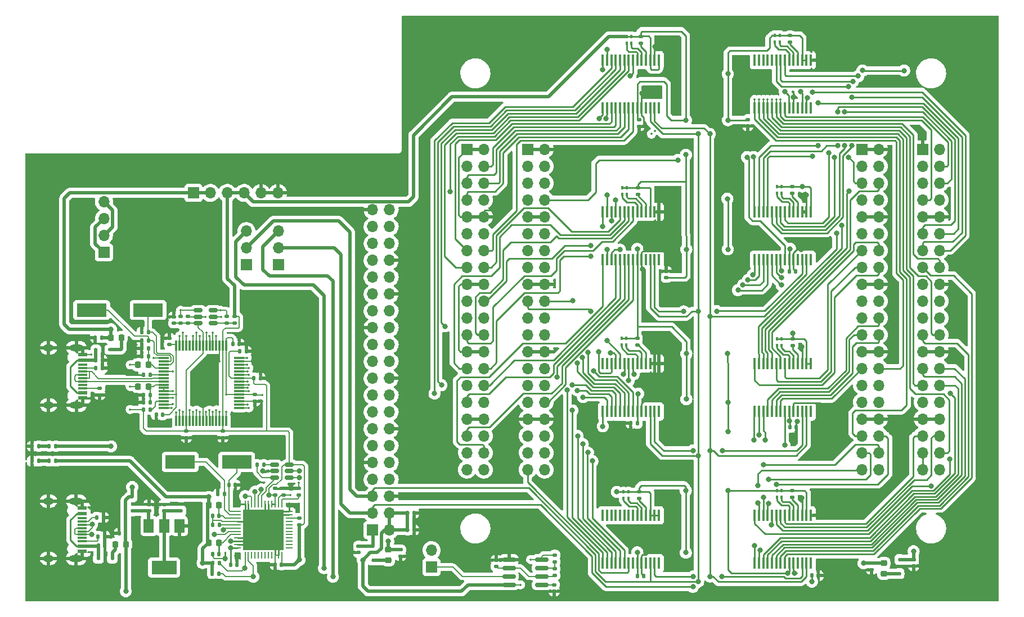
<source format=gtl>
G04 #@! TF.GenerationSoftware,KiCad,Pcbnew,(6.0.7)*
G04 #@! TF.CreationDate,2023-08-05T00:10:50+07:00*
G04 #@! TF.ProjectId,ECELab_v1,4543454c-6162-45f7-9631-2e6b69636164,rev?*
G04 #@! TF.SameCoordinates,Original*
G04 #@! TF.FileFunction,Copper,L1,Top*
G04 #@! TF.FilePolarity,Positive*
%FSLAX46Y46*%
G04 Gerber Fmt 4.6, Leading zero omitted, Abs format (unit mm)*
G04 Created by KiCad (PCBNEW (6.0.7)) date 2023-08-05 00:10:50*
%MOMM*%
%LPD*%
G01*
G04 APERTURE LIST*
G04 Aperture macros list*
%AMRoundRect*
0 Rectangle with rounded corners*
0 $1 Rounding radius*
0 $2 $3 $4 $5 $6 $7 $8 $9 X,Y pos of 4 corners*
0 Add a 4 corners polygon primitive as box body*
4,1,4,$2,$3,$4,$5,$6,$7,$8,$9,$2,$3,0*
0 Add four circle primitives for the rounded corners*
1,1,$1+$1,$2,$3*
1,1,$1+$1,$4,$5*
1,1,$1+$1,$6,$7*
1,1,$1+$1,$8,$9*
0 Add four rect primitives between the rounded corners*
20,1,$1+$1,$2,$3,$4,$5,0*
20,1,$1+$1,$4,$5,$6,$7,0*
20,1,$1+$1,$6,$7,$8,$9,0*
20,1,$1+$1,$8,$9,$2,$3,0*%
G04 Aperture macros list end*
G04 #@! TA.AperFunction,ComponentPad*
%ADD10R,1.700000X1.700000*%
G04 #@! TD*
G04 #@! TA.AperFunction,ComponentPad*
%ADD11O,1.700000X1.700000*%
G04 #@! TD*
G04 #@! TA.AperFunction,SMDPad,CuDef*
%ADD12RoundRect,0.075000X-0.700000X-0.075000X0.700000X-0.075000X0.700000X0.075000X-0.700000X0.075000X0*%
G04 #@! TD*
G04 #@! TA.AperFunction,SMDPad,CuDef*
%ADD13RoundRect,0.075000X-0.075000X-0.700000X0.075000X-0.700000X0.075000X0.700000X-0.075000X0.700000X0*%
G04 #@! TD*
G04 #@! TA.AperFunction,SMDPad,CuDef*
%ADD14R,4.500000X2.000000*%
G04 #@! TD*
G04 #@! TA.AperFunction,SMDPad,CuDef*
%ADD15RoundRect,0.150000X-0.825000X-0.150000X0.825000X-0.150000X0.825000X0.150000X-0.825000X0.150000X0*%
G04 #@! TD*
G04 #@! TA.AperFunction,SMDPad,CuDef*
%ADD16RoundRect,0.150000X0.512500X0.150000X-0.512500X0.150000X-0.512500X-0.150000X0.512500X-0.150000X0*%
G04 #@! TD*
G04 #@! TA.AperFunction,SMDPad,CuDef*
%ADD17RoundRect,0.135000X-0.185000X0.135000X-0.185000X-0.135000X0.185000X-0.135000X0.185000X0.135000X0*%
G04 #@! TD*
G04 #@! TA.AperFunction,SMDPad,CuDef*
%ADD18RoundRect,0.135000X0.185000X-0.135000X0.185000X0.135000X-0.185000X0.135000X-0.185000X-0.135000X0*%
G04 #@! TD*
G04 #@! TA.AperFunction,SMDPad,CuDef*
%ADD19RoundRect,0.135000X-0.135000X-0.185000X0.135000X-0.185000X0.135000X0.185000X-0.135000X0.185000X0*%
G04 #@! TD*
G04 #@! TA.AperFunction,SMDPad,CuDef*
%ADD20RoundRect,0.135000X0.135000X0.185000X-0.135000X0.185000X-0.135000X-0.185000X0.135000X-0.185000X0*%
G04 #@! TD*
G04 #@! TA.AperFunction,SMDPad,CuDef*
%ADD21R,1.450000X0.600000*%
G04 #@! TD*
G04 #@! TA.AperFunction,SMDPad,CuDef*
%ADD22R,1.450000X0.300000*%
G04 #@! TD*
G04 #@! TA.AperFunction,ComponentPad*
%ADD23O,1.600000X1.000000*%
G04 #@! TD*
G04 #@! TA.AperFunction,ComponentPad*
%ADD24O,2.100000X1.000000*%
G04 #@! TD*
G04 #@! TA.AperFunction,SMDPad,CuDef*
%ADD25RoundRect,0.218750X0.218750X0.256250X-0.218750X0.256250X-0.218750X-0.256250X0.218750X-0.256250X0*%
G04 #@! TD*
G04 #@! TA.AperFunction,SMDPad,CuDef*
%ADD26RoundRect,0.218750X-0.218750X-0.256250X0.218750X-0.256250X0.218750X0.256250X-0.218750X0.256250X0*%
G04 #@! TD*
G04 #@! TA.AperFunction,SMDPad,CuDef*
%ADD27R,0.600000X0.450000*%
G04 #@! TD*
G04 #@! TA.AperFunction,SMDPad,CuDef*
%ADD28RoundRect,0.140000X-0.170000X0.140000X-0.170000X-0.140000X0.170000X-0.140000X0.170000X0.140000X0*%
G04 #@! TD*
G04 #@! TA.AperFunction,SMDPad,CuDef*
%ADD29RoundRect,0.140000X0.170000X-0.140000X0.170000X0.140000X-0.170000X0.140000X-0.170000X-0.140000X0*%
G04 #@! TD*
G04 #@! TA.AperFunction,SMDPad,CuDef*
%ADD30RoundRect,0.140000X-0.140000X-0.170000X0.140000X-0.170000X0.140000X0.170000X-0.140000X0.170000X0*%
G04 #@! TD*
G04 #@! TA.AperFunction,SMDPad,CuDef*
%ADD31RoundRect,0.140000X0.140000X0.170000X-0.140000X0.170000X-0.140000X-0.170000X0.140000X-0.170000X0*%
G04 #@! TD*
G04 #@! TA.AperFunction,SMDPad,CuDef*
%ADD32R,0.450000X1.750000*%
G04 #@! TD*
G04 #@! TA.AperFunction,SMDPad,CuDef*
%ADD33R,0.400000X0.500000*%
G04 #@! TD*
G04 #@! TA.AperFunction,SMDPad,CuDef*
%ADD34RoundRect,0.218750X0.256250X-0.218750X0.256250X0.218750X-0.256250X0.218750X-0.256250X-0.218750X0*%
G04 #@! TD*
G04 #@! TA.AperFunction,SMDPad,CuDef*
%ADD35RoundRect,0.147500X-0.147500X-0.172500X0.147500X-0.172500X0.147500X0.172500X-0.147500X0.172500X0*%
G04 #@! TD*
G04 #@! TA.AperFunction,SMDPad,CuDef*
%ADD36R,1.500000X2.000000*%
G04 #@! TD*
G04 #@! TA.AperFunction,SMDPad,CuDef*
%ADD37R,3.800000X2.000000*%
G04 #@! TD*
G04 #@! TA.AperFunction,SMDPad,CuDef*
%ADD38R,0.450000X0.600000*%
G04 #@! TD*
G04 #@! TA.AperFunction,SMDPad,CuDef*
%ADD39RoundRect,0.062500X-0.412500X-0.062500X0.412500X-0.062500X0.412500X0.062500X-0.412500X0.062500X0*%
G04 #@! TD*
G04 #@! TA.AperFunction,SMDPad,CuDef*
%ADD40RoundRect,0.062500X-0.062500X-0.412500X0.062500X-0.412500X0.062500X0.412500X-0.062500X0.412500X0*%
G04 #@! TD*
G04 #@! TA.AperFunction,SMDPad,CuDef*
%ADD41R,6.200000X6.200000*%
G04 #@! TD*
G04 #@! TA.AperFunction,SMDPad,CuDef*
%ADD42RoundRect,0.150000X-0.512500X-0.150000X0.512500X-0.150000X0.512500X0.150000X-0.512500X0.150000X0*%
G04 #@! TD*
G04 #@! TA.AperFunction,ViaPad*
%ADD43C,0.800000*%
G04 #@! TD*
G04 #@! TA.AperFunction,ViaPad*
%ADD44C,0.350000*%
G04 #@! TD*
G04 #@! TA.AperFunction,Conductor*
%ADD45C,0.508000*%
G04 #@! TD*
G04 #@! TA.AperFunction,Conductor*
%ADD46C,0.250000*%
G04 #@! TD*
G04 #@! TA.AperFunction,Conductor*
%ADD47C,0.127000*%
G04 #@! TD*
G04 #@! TA.AperFunction,Conductor*
%ADD48C,0.254000*%
G04 #@! TD*
G04 #@! TA.AperFunction,Conductor*
%ADD49C,0.190500*%
G04 #@! TD*
G04 #@! TA.AperFunction,Conductor*
%ADD50C,0.200000*%
G04 #@! TD*
G04 APERTURE END LIST*
D10*
X156732400Y-140860800D03*
D11*
X159272400Y-140860800D03*
X156732400Y-138320800D03*
X159272400Y-138320800D03*
X156732400Y-135780800D03*
X159272400Y-135780800D03*
X156732400Y-133240800D03*
X159272400Y-133240800D03*
X156732400Y-130700800D03*
X159272400Y-130700800D03*
X156732400Y-128160800D03*
X159272400Y-128160800D03*
X156732400Y-125620800D03*
X159272400Y-125620800D03*
X156732400Y-123080800D03*
X159272400Y-123080800D03*
X156732400Y-120540800D03*
X159272400Y-120540800D03*
X156732400Y-118000800D03*
X159272400Y-118000800D03*
X156732400Y-115460800D03*
X159272400Y-115460800D03*
X156732400Y-112920800D03*
X159272400Y-112920800D03*
X156732400Y-110380800D03*
X159272400Y-110380800D03*
X156732400Y-107840800D03*
X159272400Y-107840800D03*
X156732400Y-105300800D03*
X159272400Y-105300800D03*
X156732400Y-102760800D03*
X159272400Y-102760800D03*
X156732400Y-100220800D03*
X159272400Y-100220800D03*
X156732400Y-97680800D03*
X159272400Y-97680800D03*
X156732400Y-95140800D03*
X159272400Y-95140800D03*
X156732400Y-92600800D03*
X159272400Y-92600800D03*
D10*
X239497000Y-83477000D03*
D11*
X242037000Y-83477000D03*
X239497000Y-86017000D03*
X242037000Y-86017000D03*
X239497000Y-88557000D03*
X242037000Y-88557000D03*
X239497000Y-91097000D03*
X242037000Y-91097000D03*
X239497000Y-93637000D03*
X242037000Y-93637000D03*
X239497000Y-96177000D03*
X242037000Y-96177000D03*
X239497000Y-98717000D03*
X242037000Y-98717000D03*
X239497000Y-101257000D03*
X242037000Y-101257000D03*
X239497000Y-103797000D03*
X242037000Y-103797000D03*
X239497000Y-106337000D03*
X242037000Y-106337000D03*
X239497000Y-108877000D03*
X242037000Y-108877000D03*
X239497000Y-111417000D03*
X242037000Y-111417000D03*
X239497000Y-113957000D03*
X242037000Y-113957000D03*
X239497000Y-116497000D03*
X242037000Y-116497000D03*
X239497000Y-119037000D03*
X242037000Y-119037000D03*
X239497000Y-121577000D03*
X242037000Y-121577000D03*
X239497000Y-124117000D03*
X242037000Y-124117000D03*
X239497000Y-126657000D03*
X242037000Y-126657000D03*
X239497000Y-129197000D03*
X242037000Y-129197000D03*
X239497000Y-131737000D03*
X242037000Y-131737000D03*
D10*
X230353000Y-83477000D03*
D11*
X232893000Y-83477000D03*
X230353000Y-86017000D03*
X232893000Y-86017000D03*
X230353000Y-88557000D03*
X232893000Y-88557000D03*
X230353000Y-91097000D03*
X232893000Y-91097000D03*
X230353000Y-93637000D03*
X232893000Y-93637000D03*
X230353000Y-96177000D03*
X232893000Y-96177000D03*
X230353000Y-98717000D03*
X232893000Y-98717000D03*
X230353000Y-101257000D03*
X232893000Y-101257000D03*
X230353000Y-103797000D03*
X232893000Y-103797000D03*
X230353000Y-106337000D03*
X232893000Y-106337000D03*
X230353000Y-108877000D03*
X232893000Y-108877000D03*
X230353000Y-111417000D03*
X232893000Y-111417000D03*
X230353000Y-113957000D03*
X232893000Y-113957000D03*
X230353000Y-116497000D03*
X232893000Y-116497000D03*
X230353000Y-119037000D03*
X232893000Y-119037000D03*
X230353000Y-121577000D03*
X232893000Y-121577000D03*
X230353000Y-124117000D03*
X232893000Y-124117000D03*
X230353000Y-126657000D03*
X232893000Y-126657000D03*
X230353000Y-129197000D03*
X232893000Y-129197000D03*
X230353000Y-131737000D03*
X232893000Y-131737000D03*
D10*
X180061000Y-83477000D03*
D11*
X182601000Y-83477000D03*
X180061000Y-86017000D03*
X182601000Y-86017000D03*
X180061000Y-88557000D03*
X182601000Y-88557000D03*
X180061000Y-91097000D03*
X182601000Y-91097000D03*
X180061000Y-93637000D03*
X182601000Y-93637000D03*
X180061000Y-96177000D03*
X182601000Y-96177000D03*
X180061000Y-98717000D03*
X182601000Y-98717000D03*
X180061000Y-101257000D03*
X182601000Y-101257000D03*
X180061000Y-103797000D03*
X182601000Y-103797000D03*
X180061000Y-106337000D03*
X182601000Y-106337000D03*
X180061000Y-108877000D03*
X182601000Y-108877000D03*
X180061000Y-111417000D03*
X182601000Y-111417000D03*
X180061000Y-113957000D03*
X182601000Y-113957000D03*
X180061000Y-116497000D03*
X182601000Y-116497000D03*
X180061000Y-119037000D03*
X182601000Y-119037000D03*
X180061000Y-121577000D03*
X182601000Y-121577000D03*
X180061000Y-124117000D03*
X182601000Y-124117000D03*
X180061000Y-126657000D03*
X182601000Y-126657000D03*
X180061000Y-129197000D03*
X182601000Y-129197000D03*
X180061000Y-131737000D03*
X182601000Y-131737000D03*
D10*
X170917000Y-83477000D03*
D11*
X173457000Y-83477000D03*
X170917000Y-86017000D03*
X173457000Y-86017000D03*
X170917000Y-88557000D03*
X173457000Y-88557000D03*
X170917000Y-91097000D03*
X173457000Y-91097000D03*
X170917000Y-93637000D03*
X173457000Y-93637000D03*
X170917000Y-96177000D03*
X173457000Y-96177000D03*
X170917000Y-98717000D03*
X173457000Y-98717000D03*
X170917000Y-101257000D03*
X173457000Y-101257000D03*
X170917000Y-103797000D03*
X173457000Y-103797000D03*
X170917000Y-106337000D03*
X173457000Y-106337000D03*
X170917000Y-108877000D03*
X173457000Y-108877000D03*
X170917000Y-111417000D03*
X173457000Y-111417000D03*
X170917000Y-113957000D03*
X173457000Y-113957000D03*
X170917000Y-116497000D03*
X173457000Y-116497000D03*
X170917000Y-119037000D03*
X173457000Y-119037000D03*
X170917000Y-121577000D03*
X173457000Y-121577000D03*
X170917000Y-124117000D03*
X173457000Y-124117000D03*
X170917000Y-126657000D03*
X173457000Y-126657000D03*
X170917000Y-129197000D03*
X173457000Y-129197000D03*
X170917000Y-131737000D03*
X173457000Y-131737000D03*
D10*
X129768600Y-90059400D03*
D11*
X132308600Y-90059400D03*
X134848600Y-90059400D03*
X137388600Y-90059400D03*
X139928600Y-90059400D03*
X142468600Y-90059400D03*
D12*
X125262000Y-114944200D03*
X125262000Y-115444200D03*
X125262000Y-115944200D03*
X125262000Y-116444200D03*
X125262000Y-116944200D03*
X125262000Y-117444200D03*
X125262000Y-117944200D03*
X125262000Y-118444200D03*
X125262000Y-118944200D03*
X125262000Y-119444200D03*
X125262000Y-119944200D03*
X125262000Y-120444200D03*
X125262000Y-120944200D03*
X125262000Y-121444200D03*
X125262000Y-121944200D03*
X125262000Y-122444200D03*
D13*
X127187000Y-124369200D03*
X127687000Y-124369200D03*
X128187000Y-124369200D03*
X128687000Y-124369200D03*
X129187000Y-124369200D03*
X129687000Y-124369200D03*
X130187000Y-124369200D03*
X130687000Y-124369200D03*
X131187000Y-124369200D03*
X131687000Y-124369200D03*
X132187000Y-124369200D03*
X132687000Y-124369200D03*
X133187000Y-124369200D03*
X133687000Y-124369200D03*
X134187000Y-124369200D03*
X134687000Y-124369200D03*
D12*
X136612000Y-122444200D03*
X136612000Y-121944200D03*
X136612000Y-121444200D03*
X136612000Y-120944200D03*
X136612000Y-120444200D03*
X136612000Y-119944200D03*
X136612000Y-119444200D03*
X136612000Y-118944200D03*
X136612000Y-118444200D03*
X136612000Y-117944200D03*
X136612000Y-117444200D03*
X136612000Y-116944200D03*
X136612000Y-116444200D03*
X136612000Y-115944200D03*
X136612000Y-115444200D03*
X136612000Y-114944200D03*
D13*
X134687000Y-113019200D03*
X134187000Y-113019200D03*
X133687000Y-113019200D03*
X133187000Y-113019200D03*
X132687000Y-113019200D03*
X132187000Y-113019200D03*
X131687000Y-113019200D03*
X131187000Y-113019200D03*
X130687000Y-113019200D03*
X130187000Y-113019200D03*
X129687000Y-113019200D03*
X129187000Y-113019200D03*
X128687000Y-113019200D03*
X128187000Y-113019200D03*
X127687000Y-113019200D03*
X127187000Y-113019200D03*
D14*
X114444200Y-107696000D03*
X122944200Y-107696000D03*
D15*
X182180000Y-145288000D03*
X182180000Y-146558000D03*
X182180000Y-147828000D03*
X182180000Y-149098000D03*
X177230000Y-149098000D03*
X177230000Y-147828000D03*
X177230000Y-146558000D03*
X177230000Y-145288000D03*
D16*
X132734900Y-109662000D03*
X132734900Y-108712000D03*
X132734900Y-107762000D03*
X130459900Y-107762000D03*
X130459900Y-108712000D03*
X130459900Y-109662000D03*
D17*
X184124600Y-147677600D03*
X184124600Y-146657600D03*
X184124600Y-145620200D03*
X184124600Y-144600200D03*
D18*
X134797800Y-108633800D03*
X134797800Y-109653800D03*
X115671600Y-120474200D03*
X115671600Y-119454200D03*
D19*
X115034600Y-116459000D03*
X116054600Y-116459000D03*
D18*
X128930400Y-109704600D03*
X128930400Y-108684600D03*
X127838200Y-109704600D03*
X127838200Y-108684600D03*
D17*
X135940800Y-109653800D03*
X135940800Y-108633800D03*
D20*
X122222800Y-122682000D03*
X123242800Y-122682000D03*
X123242800Y-117449600D03*
X122222800Y-117449600D03*
D10*
X165582600Y-146431000D03*
D11*
X165582600Y-143891000D03*
D21*
X113061800Y-114453600D03*
X113061800Y-115253600D03*
D22*
X113061800Y-116453600D03*
X113061800Y-117453600D03*
X113061800Y-117953600D03*
X113061800Y-118953600D03*
D21*
X113061800Y-120153600D03*
X113061800Y-120953600D03*
X113061800Y-120953600D03*
X113061800Y-120153600D03*
D22*
X113061800Y-119453600D03*
X113061800Y-118453600D03*
X113061800Y-116953600D03*
X113061800Y-115953600D03*
D21*
X113061800Y-115253600D03*
X113061800Y-114453600D03*
D23*
X107966800Y-113383600D03*
D24*
X112146800Y-113383600D03*
X112146800Y-122023600D03*
D23*
X107966800Y-122023600D03*
D25*
X117347900Y-111836200D03*
X118922900Y-111836200D03*
D26*
X121386500Y-119227600D03*
X122961500Y-119227600D03*
X121386500Y-115951000D03*
X122961500Y-115951000D03*
D27*
X115078800Y-113665000D03*
X117178800Y-113665000D03*
D28*
X184048400Y-150060600D03*
X184048400Y-149100600D03*
D29*
X175310800Y-145366800D03*
X175310800Y-146326800D03*
X126796800Y-108714600D03*
X126796800Y-109674600D03*
D30*
X122958800Y-111048800D03*
X121998800Y-111048800D03*
X121998800Y-112268000D03*
X122958800Y-112268000D03*
D31*
X114988400Y-111836200D03*
X115948400Y-111836200D03*
D30*
X115064600Y-115239800D03*
X116024600Y-115239800D03*
D31*
X123212800Y-121589800D03*
X122252800Y-121589800D03*
X123212800Y-120548400D03*
X122252800Y-120548400D03*
X121998800Y-113512600D03*
X122958800Y-113512600D03*
X121998800Y-114630200D03*
X122958800Y-114630200D03*
D30*
X135689400Y-112801400D03*
X136649400Y-112801400D03*
D31*
X125117800Y-123469400D03*
X124157800Y-123469400D03*
D28*
X139039600Y-121409400D03*
X139039600Y-120449400D03*
D29*
X126136400Y-112923200D03*
X126136400Y-111963200D03*
D30*
X136756200Y-113893600D03*
X137716200Y-113893600D03*
X138864400Y-117932200D03*
X139824400Y-117932200D03*
D28*
X134188200Y-125961200D03*
X134188200Y-126921200D03*
X128701800Y-125963800D03*
X128701800Y-126923800D03*
D32*
X191355000Y-100120000D03*
X192005000Y-100120000D03*
X192655000Y-100120000D03*
X193305000Y-100120000D03*
X193955000Y-100120000D03*
X194605000Y-100120000D03*
X195255000Y-100120000D03*
X195905000Y-100120000D03*
X196555000Y-100120000D03*
X197205000Y-100120000D03*
X197855000Y-100120000D03*
X198505000Y-100120000D03*
X199155000Y-100120000D03*
X199805000Y-100120000D03*
X199805000Y-92920000D03*
X199155000Y-92920000D03*
X198505000Y-92920000D03*
X197855000Y-92920000D03*
X197205000Y-92920000D03*
X196555000Y-92920000D03*
X195905000Y-92920000D03*
X195255000Y-92920000D03*
X194605000Y-92920000D03*
X193955000Y-92920000D03*
X193305000Y-92920000D03*
X192655000Y-92920000D03*
X192005000Y-92920000D03*
X191355000Y-92920000D03*
D17*
X219550000Y-66340000D03*
X219550000Y-67360000D03*
X196850000Y-135100600D03*
X196850000Y-136120600D03*
D28*
X143348400Y-134603800D03*
X143348400Y-135563800D03*
D29*
X125339800Y-137951400D03*
X125339800Y-136991400D03*
D28*
X154609800Y-143258700D03*
X154609800Y-144218700D03*
D33*
X217531200Y-135932800D03*
X218231200Y-135932800D03*
X218231200Y-134932800D03*
X217531200Y-134932800D03*
D31*
X136056000Y-134067800D03*
X135096000Y-134067800D03*
X119571400Y-141306800D03*
X118611400Y-141306800D03*
D19*
X132627600Y-145828000D03*
X133647600Y-145828000D03*
D34*
X233654600Y-147421700D03*
X233654600Y-145846700D03*
D30*
X133445000Y-135439400D03*
X134405000Y-135439400D03*
D32*
X191355000Y-77260000D03*
X192005000Y-77260000D03*
X192655000Y-77260000D03*
X193305000Y-77260000D03*
X193955000Y-77260000D03*
X194605000Y-77260000D03*
X195255000Y-77260000D03*
X195905000Y-77260000D03*
X196555000Y-77260000D03*
X197205000Y-77260000D03*
X197855000Y-77260000D03*
X198505000Y-77260000D03*
X199155000Y-77260000D03*
X199805000Y-77260000D03*
X199805000Y-70060000D03*
X199155000Y-70060000D03*
X198505000Y-70060000D03*
X197855000Y-70060000D03*
X197205000Y-70060000D03*
X196555000Y-70060000D03*
X195905000Y-70060000D03*
X195255000Y-70060000D03*
X194605000Y-70060000D03*
X193955000Y-70060000D03*
X193305000Y-70060000D03*
X192655000Y-70060000D03*
X192005000Y-70060000D03*
X191355000Y-70060000D03*
D10*
X142544800Y-100863400D03*
D11*
X142544800Y-98323400D03*
X142544800Y-95783400D03*
D20*
X116426400Y-141814800D03*
X115406400Y-141814800D03*
D33*
X194925000Y-67475000D03*
X195625000Y-67475000D03*
X195625000Y-66475000D03*
X194925000Y-66475000D03*
D26*
X117999100Y-143008600D03*
X119574100Y-143008600D03*
D32*
X191355000Y-122980000D03*
X192005000Y-122980000D03*
X192655000Y-122980000D03*
X193305000Y-122980000D03*
X193955000Y-122980000D03*
X194605000Y-122980000D03*
X195255000Y-122980000D03*
X195905000Y-122980000D03*
X196555000Y-122980000D03*
X197205000Y-122980000D03*
X197855000Y-122980000D03*
X198505000Y-122980000D03*
X199155000Y-122980000D03*
X199805000Y-122980000D03*
X199805000Y-115780000D03*
X199155000Y-115780000D03*
X198505000Y-115780000D03*
X197855000Y-115780000D03*
X197205000Y-115780000D03*
X196555000Y-115780000D03*
X195905000Y-115780000D03*
X195255000Y-115780000D03*
X194605000Y-115780000D03*
X193955000Y-115780000D03*
X193305000Y-115780000D03*
X192655000Y-115780000D03*
X192005000Y-115780000D03*
X191355000Y-115780000D03*
D17*
X196550800Y-111978600D03*
X196550800Y-112998600D03*
D31*
X133619600Y-144431000D03*
X132659600Y-144431000D03*
D30*
X135331400Y-146043200D03*
X136291400Y-146043200D03*
D32*
X214215000Y-145840000D03*
X214865000Y-145840000D03*
X215515000Y-145840000D03*
X216165000Y-145840000D03*
X216815000Y-145840000D03*
X217465000Y-145840000D03*
X218115000Y-145840000D03*
X218765000Y-145840000D03*
X219415000Y-145840000D03*
X220065000Y-145840000D03*
X220715000Y-145840000D03*
X221365000Y-145840000D03*
X222015000Y-145840000D03*
X222665000Y-145840000D03*
X222665000Y-138640000D03*
X222015000Y-138640000D03*
X221365000Y-138640000D03*
X220715000Y-138640000D03*
X220065000Y-138640000D03*
X219415000Y-138640000D03*
X218765000Y-138640000D03*
X218115000Y-138640000D03*
X217465000Y-138640000D03*
X216815000Y-138640000D03*
X216165000Y-138640000D03*
X215515000Y-138640000D03*
X214865000Y-138640000D03*
X214215000Y-138640000D03*
D33*
X217582000Y-113022000D03*
X218282000Y-113022000D03*
X218282000Y-112022000D03*
X217582000Y-112022000D03*
D17*
X219938600Y-112012000D03*
X219938600Y-113032000D03*
D30*
X161978400Y-138303000D03*
X162938400Y-138303000D03*
D33*
X217275000Y-67350000D03*
X217975000Y-67350000D03*
X217975000Y-66350000D03*
X217275000Y-66350000D03*
D35*
X105506800Y-128193800D03*
X106476800Y-128193800D03*
D36*
X127639800Y-140214200D03*
X125339800Y-140214200D03*
D37*
X125339800Y-146514200D03*
D36*
X123039800Y-140214200D03*
D26*
X132047300Y-137115800D03*
X133622300Y-137115800D03*
D28*
X200925000Y-101845000D03*
X200925000Y-102805000D03*
D27*
X115450600Y-145142200D03*
X117550600Y-145142200D03*
D17*
X145685200Y-139044200D03*
X145685200Y-140064200D03*
D28*
X231800400Y-145849400D03*
X231800400Y-146809400D03*
D19*
X132602200Y-147402800D03*
X133622200Y-147402800D03*
D31*
X197505000Y-147775000D03*
X196545000Y-147775000D03*
D21*
X113026000Y-137548800D03*
X113026000Y-138348800D03*
D22*
X113026000Y-139548800D03*
X113026000Y-140548800D03*
X113026000Y-141048800D03*
X113026000Y-142048800D03*
D21*
X113026000Y-143248800D03*
X113026000Y-144048800D03*
X113026000Y-144048800D03*
X113026000Y-143248800D03*
D22*
X113026000Y-142548800D03*
X113026000Y-141548800D03*
X113026000Y-140048800D03*
X113026000Y-139048800D03*
D21*
X113026000Y-138348800D03*
X113026000Y-137548800D03*
D23*
X107931000Y-145118800D03*
X107931000Y-136478800D03*
D24*
X112111000Y-136478800D03*
X112111000Y-145118800D03*
D32*
X214215000Y-100120000D03*
X214865000Y-100120000D03*
X215515000Y-100120000D03*
X216165000Y-100120000D03*
X216815000Y-100120000D03*
X217465000Y-100120000D03*
X218115000Y-100120000D03*
X218765000Y-100120000D03*
X219415000Y-100120000D03*
X220065000Y-100120000D03*
X220715000Y-100120000D03*
X221365000Y-100120000D03*
X222015000Y-100120000D03*
X222665000Y-100120000D03*
X222665000Y-92920000D03*
X222015000Y-92920000D03*
X221365000Y-92920000D03*
X220715000Y-92920000D03*
X220065000Y-92920000D03*
X219415000Y-92920000D03*
X218765000Y-92920000D03*
X218115000Y-92920000D03*
X217465000Y-92920000D03*
X216815000Y-92920000D03*
X216165000Y-92920000D03*
X215515000Y-92920000D03*
X214865000Y-92920000D03*
X214215000Y-92920000D03*
D38*
X156750800Y-145377000D03*
X156750800Y-143277000D03*
D30*
X161978400Y-140843000D03*
X162938400Y-140843000D03*
D39*
X136400000Y-138048800D03*
X136400000Y-138548800D03*
X136400000Y-139048800D03*
X136400000Y-139548800D03*
X136400000Y-140048800D03*
X136400000Y-140548800D03*
X136400000Y-141048800D03*
X136400000Y-141548800D03*
X136400000Y-142048800D03*
X136400000Y-142548800D03*
X136400000Y-143048800D03*
X136400000Y-143548800D03*
D40*
X137525000Y-144673800D03*
X138025000Y-144673800D03*
X138525000Y-144673800D03*
X139025000Y-144673800D03*
X139525000Y-144673800D03*
X140025000Y-144673800D03*
X140525000Y-144673800D03*
X141025000Y-144673800D03*
X141525000Y-144673800D03*
X142025000Y-144673800D03*
X142525000Y-144673800D03*
X143025000Y-144673800D03*
D39*
X144150000Y-143548800D03*
X144150000Y-143048800D03*
X144150000Y-142548800D03*
X144150000Y-142048800D03*
X144150000Y-141548800D03*
X144150000Y-141048800D03*
X144150000Y-140548800D03*
X144150000Y-140048800D03*
X144150000Y-139548800D03*
X144150000Y-139048800D03*
X144150000Y-138548800D03*
X144150000Y-138048800D03*
D40*
X143025000Y-136923800D03*
X142525000Y-136923800D03*
X142025000Y-136923800D03*
X141525000Y-136923800D03*
X141025000Y-136923800D03*
X140525000Y-136923800D03*
X140025000Y-136923800D03*
X139525000Y-136923800D03*
X139025000Y-136923800D03*
X138525000Y-136923800D03*
X138025000Y-136923800D03*
X137525000Y-136923800D03*
D41*
X140275000Y-140798800D03*
D31*
X133619600Y-138690600D03*
X132659600Y-138690600D03*
D32*
X191355000Y-145840000D03*
X192005000Y-145840000D03*
X192655000Y-145840000D03*
X193305000Y-145840000D03*
X193955000Y-145840000D03*
X194605000Y-145840000D03*
X195255000Y-145840000D03*
X195905000Y-145840000D03*
X196555000Y-145840000D03*
X197205000Y-145840000D03*
X197855000Y-145840000D03*
X198505000Y-145840000D03*
X199155000Y-145840000D03*
X199805000Y-145840000D03*
X199805000Y-138640000D03*
X199155000Y-138640000D03*
X198505000Y-138640000D03*
X197855000Y-138640000D03*
X197205000Y-138640000D03*
X196555000Y-138640000D03*
X195905000Y-138640000D03*
X195255000Y-138640000D03*
X194605000Y-138640000D03*
X193955000Y-138640000D03*
X193305000Y-138640000D03*
X192655000Y-138640000D03*
X192005000Y-138640000D03*
X191355000Y-138640000D03*
D14*
X136261400Y-130593200D03*
X127761400Y-130593200D03*
D29*
X142027600Y-135563800D03*
X142027600Y-134603800D03*
D10*
X116281200Y-99009200D03*
D11*
X116281200Y-96469200D03*
X116281200Y-93929200D03*
X116281200Y-91389200D03*
D29*
X213200000Y-79955000D03*
X213200000Y-78995000D03*
D38*
X127930600Y-135862600D03*
X127930600Y-137962600D03*
D29*
X123053800Y-137951400D03*
X123053800Y-136991400D03*
D31*
X143015600Y-146082000D03*
X142055600Y-146082000D03*
D42*
X141923900Y-131018200D03*
X141923900Y-131968200D03*
X141923900Y-132918200D03*
X144198900Y-132918200D03*
X144198900Y-131968200D03*
X144198900Y-131018200D03*
D32*
X214215000Y-122980000D03*
X214865000Y-122980000D03*
X215515000Y-122980000D03*
X216165000Y-122980000D03*
X216815000Y-122980000D03*
X217465000Y-122980000D03*
X218115000Y-122980000D03*
X218765000Y-122980000D03*
X219415000Y-122980000D03*
X220065000Y-122980000D03*
X220715000Y-122980000D03*
X221365000Y-122980000D03*
X222015000Y-122980000D03*
X222665000Y-122980000D03*
X222665000Y-115780000D03*
X222015000Y-115780000D03*
X221365000Y-115780000D03*
X220715000Y-115780000D03*
X220065000Y-115780000D03*
X219415000Y-115780000D03*
X218765000Y-115780000D03*
X218115000Y-115780000D03*
X217465000Y-115780000D03*
X216815000Y-115780000D03*
X216165000Y-115780000D03*
X215515000Y-115780000D03*
X214865000Y-115780000D03*
X214215000Y-115780000D03*
D28*
X145567400Y-134603800D03*
X145567400Y-135563800D03*
X238125000Y-145290600D03*
X238125000Y-146250600D03*
D31*
X220380000Y-101850000D03*
X219420000Y-101850000D03*
D30*
X115436400Y-143237200D03*
X116396400Y-143237200D03*
D34*
X159080200Y-145389800D03*
X159080200Y-143814800D03*
D26*
X132045300Y-142754600D03*
X133620300Y-142754600D03*
D20*
X133649600Y-140036800D03*
X132629600Y-140036800D03*
D33*
X194168800Y-112988600D03*
X194868800Y-112988600D03*
X194868800Y-111988600D03*
X194168800Y-111988600D03*
D20*
X109060100Y-130454400D03*
X108040100Y-130454400D03*
D31*
X223780000Y-147725000D03*
X222820000Y-147725000D03*
D30*
X195595000Y-124775000D03*
X196555000Y-124775000D03*
D10*
X137705800Y-100888400D03*
D11*
X137705800Y-98348400D03*
X137705800Y-95808400D03*
D20*
X109069600Y-128193800D03*
X108049600Y-128193800D03*
D38*
X236016800Y-147404800D03*
X236016800Y-145304800D03*
D17*
X219862400Y-134922800D03*
X219862400Y-135942800D03*
D33*
X194300000Y-90250000D03*
X195000000Y-90250000D03*
X195000000Y-89250000D03*
X194300000Y-89250000D03*
D38*
X120539200Y-137962600D03*
X120539200Y-135862600D03*
D17*
X197050000Y-66465000D03*
X197050000Y-67485000D03*
D33*
X194493400Y-136110600D03*
X195193400Y-136110600D03*
X195193400Y-135110600D03*
X194493400Y-135110600D03*
D17*
X196625000Y-89240000D03*
X196625000Y-90260000D03*
D29*
X196825000Y-80005000D03*
X196825000Y-79045000D03*
D19*
X115203200Y-138944600D03*
X116223200Y-138944600D03*
D20*
X140371400Y-131018200D03*
X139351400Y-131018200D03*
D35*
X105499700Y-130454400D03*
X106469700Y-130454400D03*
D33*
X217575000Y-90100000D03*
X218275000Y-90100000D03*
X218275000Y-89100000D03*
X217575000Y-89100000D03*
D17*
X219900000Y-89090000D03*
X219900000Y-90110000D03*
D28*
X160934400Y-143817500D03*
X160934400Y-144777500D03*
D32*
X214215000Y-77260000D03*
X214865000Y-77260000D03*
X215515000Y-77260000D03*
X216165000Y-77260000D03*
X216815000Y-77260000D03*
X217465000Y-77260000D03*
X218115000Y-77260000D03*
X218765000Y-77260000D03*
X219415000Y-77260000D03*
X220065000Y-77260000D03*
X220715000Y-77260000D03*
X221365000Y-77260000D03*
X222015000Y-77260000D03*
X222665000Y-77260000D03*
X222665000Y-70060000D03*
X222015000Y-70060000D03*
X221365000Y-70060000D03*
X220715000Y-70060000D03*
X220065000Y-70060000D03*
X219415000Y-70060000D03*
X218765000Y-70060000D03*
X218115000Y-70060000D03*
X217465000Y-70060000D03*
X216815000Y-70060000D03*
X216165000Y-70060000D03*
X215515000Y-70060000D03*
X214865000Y-70060000D03*
X214215000Y-70060000D03*
D31*
X220480000Y-125375000D03*
X219520000Y-125375000D03*
D43*
X131140200Y-145821400D03*
X117348000Y-128244600D03*
X238125000Y-144043400D03*
X150749000Y-147878800D03*
D44*
X114376200Y-114427000D03*
X114706400Y-120954800D03*
X140106400Y-121412000D03*
X120243600Y-122682000D03*
X133680200Y-115443000D03*
X126796800Y-107746800D03*
X127838200Y-107746800D03*
X128193800Y-111125000D03*
D43*
X221374200Y-89090000D03*
X199231500Y-68021200D03*
X197281500Y-75057000D03*
X221938500Y-90347800D03*
X222825000Y-148625000D03*
X221288500Y-135991600D03*
X221288500Y-113233200D03*
D44*
X133959600Y-108712000D03*
D43*
X149402800Y-146583400D03*
D44*
X180517800Y-145288000D03*
X178993800Y-149098000D03*
D43*
X155244800Y-145364200D03*
X120548400Y-134366000D03*
X117348000Y-110591600D03*
D44*
X140106400Y-120472200D03*
X145567400Y-133756400D03*
X144322800Y-135559800D03*
X134696200Y-120446800D03*
X127177800Y-120446800D03*
X120243600Y-119227600D03*
X120243600Y-115951000D03*
X131191000Y-121818400D03*
X126136400Y-111150400D03*
X126619000Y-116941600D03*
X126644400Y-119938800D03*
X124155200Y-124358400D03*
X126663600Y-121894600D03*
X126644400Y-120929400D03*
X123799600Y-114935000D03*
X127685800Y-111582200D03*
X131572000Y-108712000D03*
X128676400Y-111582200D03*
X133873200Y-107762000D03*
X214198200Y-75971400D03*
X129692400Y-111582200D03*
X214858600Y-75971400D03*
X130200400Y-111125000D03*
X215519000Y-75971400D03*
X130683000Y-111582200D03*
X216154000Y-75971400D03*
X131699000Y-111125000D03*
X126492000Y-122453400D03*
X216814400Y-75971400D03*
X132181600Y-111582200D03*
X217449400Y-75971400D03*
X132689600Y-111125000D03*
X218109800Y-75971400D03*
X133197600Y-111582200D03*
X127177841Y-123139200D03*
X127683600Y-122808120D03*
X128193800Y-123012200D03*
X129184400Y-122783600D03*
X129690269Y-123013215D03*
X130186394Y-122776966D03*
X130683000Y-123012200D03*
X131673600Y-123012200D03*
X132181600Y-122758200D03*
X132689600Y-123012200D03*
X133193936Y-122756271D03*
X133680200Y-123012200D03*
X134696200Y-123012200D03*
X198673500Y-81178400D03*
X199175000Y-80684000D03*
X218975000Y-78600000D03*
X138106434Y-122442006D03*
X137871200Y-121945400D03*
X138100815Y-119940931D03*
X137864566Y-119444806D03*
X138099800Y-118948200D03*
X137871200Y-118440200D03*
X138099800Y-117449600D03*
X137871200Y-116941600D03*
X138101729Y-116437264D03*
X137845800Y-115951000D03*
X138912600Y-115443000D03*
X137845800Y-114935000D03*
D43*
X198025000Y-143075000D03*
X176530000Y-132080000D03*
X136311400Y-136918200D03*
X221175000Y-98591498D03*
X236220000Y-127000000D03*
X220230990Y-147314982D03*
X135347047Y-142551047D03*
X129251400Y-144253200D03*
X129251400Y-139173200D03*
X212950000Y-70100000D03*
X220600000Y-124454502D03*
X197333500Y-101577367D03*
X133451600Y-134264400D03*
X227330000Y-127000000D03*
X224500000Y-122150000D03*
X144161400Y-137118200D03*
X134483800Y-145142200D03*
X140160163Y-131969437D03*
X197025000Y-118775000D03*
X153390600Y-144221200D03*
X220068346Y-75663010D03*
X236220000Y-132080000D03*
X244440700Y-113995200D03*
X177130500Y-92608400D03*
X136286400Y-144718200D03*
X198450000Y-121175000D03*
X119583200Y-150063200D03*
X203850000Y-134914400D03*
X219545500Y-98475000D03*
X145694400Y-145338800D03*
X196551012Y-98477571D03*
X141128354Y-135558773D03*
X203860400Y-79095600D03*
X230606600Y-145846800D03*
X193471800Y-135102600D03*
X137536400Y-135743200D03*
X210108800Y-114249200D03*
X210185000Y-79095600D03*
X218744800Y-74751500D03*
X135347495Y-143550549D03*
X210168062Y-125992100D03*
X210175000Y-72110600D03*
X196555089Y-144203422D03*
X203925000Y-98563600D03*
X219938600Y-111226600D03*
X219177808Y-147340933D03*
X210100000Y-90932000D03*
X203860400Y-84309500D03*
X219443000Y-124425590D03*
X196683500Y-120300000D03*
X132045400Y-135871200D03*
X159080200Y-142544800D03*
X210210400Y-134924800D03*
X203925000Y-121125000D03*
X210170000Y-98550000D03*
X210170000Y-121625600D03*
X203850000Y-144257000D03*
X203925000Y-114263000D03*
X114468600Y-141535400D03*
X132883600Y-141510000D03*
X134259237Y-140815250D03*
X114494000Y-140011400D03*
X191363600Y-125225000D03*
X188386635Y-120827800D03*
X187553600Y-119791608D03*
X186754908Y-119013108D03*
X187477192Y-115696792D03*
X188315600Y-114858800D03*
X189162700Y-114046000D03*
X189941200Y-116890800D03*
X196033500Y-117374947D03*
X189509330Y-107864964D03*
X186839208Y-106302192D03*
X195254183Y-118334217D03*
X194471300Y-117362742D03*
X191995627Y-112333167D03*
X192506600Y-114147600D03*
X190748128Y-114001072D03*
X213938803Y-102394500D03*
X213192931Y-103169000D03*
X212445025Y-103944000D03*
X211696023Y-104705500D03*
X218267726Y-103937056D03*
X218259294Y-102842400D03*
X218266197Y-101773803D03*
X213055200Y-84658200D03*
X202675000Y-85079000D03*
X195490790Y-72436638D03*
X168385500Y-89865200D03*
X137515600Y-146583400D03*
X209296000Y-147853400D03*
X205714600Y-148631471D03*
X208508600Y-107857300D03*
X205714600Y-107873800D03*
X209389562Y-128854700D03*
X221107000Y-74805500D03*
X205689200Y-81178400D03*
X205714600Y-129641600D03*
X138760200Y-147878800D03*
X204927200Y-149410400D03*
X222143500Y-75692000D03*
X207467200Y-81178400D03*
X204936100Y-128863100D03*
X207492600Y-147853400D03*
X207492600Y-108661200D03*
X207492600Y-128863100D03*
X203530200Y-107899200D03*
X204936100Y-147853400D03*
X139972658Y-134727322D03*
X145669249Y-132931628D03*
X139031374Y-135063462D03*
X145650717Y-131932297D03*
X186009969Y-119786400D03*
X186788469Y-122834400D03*
X187566969Y-126669800D03*
X188345469Y-127889000D03*
X189123969Y-129184400D03*
X189794164Y-130454400D03*
X228371400Y-89814400D03*
X227306397Y-94972397D03*
X226527897Y-96164400D03*
X191997569Y-98599328D03*
X193937396Y-98591498D03*
X184457288Y-117788907D03*
X193300000Y-91150000D03*
X189556603Y-97989603D03*
X192656336Y-94292568D03*
X192000000Y-90369500D03*
X191350000Y-95073068D03*
X189541462Y-99555500D03*
X190820997Y-78854500D03*
X191874500Y-78854500D03*
X225327776Y-84059205D03*
X230436165Y-71610262D03*
X236702600Y-71625000D03*
X226186500Y-84669500D03*
X227775000Y-77819500D03*
X227771571Y-82949012D03*
X228825000Y-82936500D03*
X228825000Y-75650000D03*
X222925000Y-74850000D03*
X222925000Y-84511500D03*
X226718143Y-82936500D03*
X226721720Y-77797880D03*
X223763500Y-76525000D03*
X223750000Y-82936500D03*
X214054356Y-84631906D03*
X214213817Y-143207906D03*
X214993500Y-143916400D03*
X243662200Y-120243600D03*
X240792000Y-134188200D03*
X217449400Y-133950700D03*
X216695661Y-140092612D03*
X216297501Y-133172200D03*
X216293500Y-136829800D03*
X215519000Y-131038600D03*
X215519000Y-135940800D03*
X214731600Y-134154300D03*
X214736500Y-136779000D03*
X243535200Y-130175000D03*
X214071200Y-127304800D03*
X214858600Y-126492000D03*
X215798400Y-127304800D03*
X218719400Y-128083300D03*
X167589200Y-110159800D03*
X167081200Y-119024400D03*
X166039800Y-120269000D03*
X228360603Y-84660603D03*
X192000000Y-68450000D03*
X191336603Y-71486603D03*
X229800000Y-72450000D03*
X228998028Y-73230500D03*
X228307260Y-74025928D03*
D45*
X138714000Y-91384800D02*
X137388600Y-90059400D01*
X162864800Y-90652600D02*
X162132600Y-91384800D01*
X162864800Y-81356200D02*
X162864800Y-90652600D01*
X162132600Y-91384800D02*
X138714000Y-91384800D01*
X168656000Y-75565000D02*
X162864800Y-81356200D01*
X192249400Y-66475000D02*
X183159400Y-75565000D01*
X183159400Y-75565000D02*
X168656000Y-75565000D01*
X194925000Y-66475000D02*
X192249400Y-66475000D01*
D46*
X210741533Y-147340933D02*
X219177808Y-147340933D01*
X210210400Y-146809800D02*
X210741533Y-147340933D01*
X210210400Y-134924800D02*
X210210400Y-146809800D01*
D45*
X132627600Y-145828000D02*
X132602200Y-145853400D01*
X132602200Y-145853400D02*
X132602200Y-147402800D01*
X131140200Y-143659700D02*
X131140200Y-145821400D01*
X132045300Y-142754600D02*
X131140200Y-143659700D01*
X131146800Y-145828000D02*
X131140200Y-145821400D01*
X132147000Y-145828000D02*
X131146800Y-145828000D01*
X119574100Y-150054100D02*
X119574100Y-143008600D01*
X119583200Y-150063200D02*
X119574100Y-150054100D01*
X117297200Y-128193800D02*
X117348000Y-128244600D01*
X109069600Y-128193800D02*
X117297200Y-128193800D01*
X125626400Y-135862600D02*
X127930600Y-135862600D01*
X109060100Y-130454400D02*
X120218200Y-130454400D01*
X120218200Y-130454400D02*
X125626400Y-135862600D01*
X238125000Y-144043400D02*
X238125000Y-145290600D01*
X238110800Y-145304800D02*
X238125000Y-145290600D01*
X236016800Y-145304800D02*
X238110800Y-145304800D01*
D46*
X239497000Y-101270200D02*
X239497000Y-101257000D01*
X240715800Y-102489000D02*
X239497000Y-101270200D01*
X244119400Y-102489000D02*
X240715800Y-102489000D01*
X246868000Y-105237600D02*
X244119400Y-102489000D01*
X246868000Y-132955881D02*
X246868000Y-105237600D01*
X239051776Y-137613200D02*
X242210681Y-137613200D01*
X232164376Y-144500600D02*
X239051776Y-137613200D01*
X242210681Y-137613200D02*
X246868000Y-132955881D01*
X219100400Y-144500600D02*
X232164376Y-144500600D01*
X218765000Y-144836000D02*
X219100400Y-144500600D01*
X218765000Y-145840000D02*
X218765000Y-144836000D01*
X239497000Y-112395400D02*
X239497000Y-111417000D01*
X239801400Y-112699800D02*
X239497000Y-112395400D01*
X244678200Y-112699800D02*
X239801400Y-112699800D01*
X246364000Y-132823485D02*
X246364000Y-114385600D01*
X238865380Y-137163200D02*
X242024285Y-137163200D01*
X232031980Y-143996600D02*
X238865380Y-137163200D01*
X218891636Y-143996600D02*
X232031980Y-143996600D01*
X242024285Y-137163200D02*
X246364000Y-132823485D01*
X218115000Y-144773236D02*
X218891636Y-143996600D01*
X218115000Y-145840000D02*
X218115000Y-144773236D01*
X246364000Y-114385600D02*
X244678200Y-112699800D01*
X244284400Y-116497000D02*
X242037000Y-116497000D01*
X245860000Y-118072600D02*
X244284400Y-116497000D01*
X238678984Y-136713200D02*
X241837889Y-136713200D01*
X245860000Y-132691089D02*
X245860000Y-118072600D01*
X218682872Y-143492600D02*
X231899584Y-143492600D01*
X217465000Y-144710472D02*
X218682872Y-143492600D01*
X217465000Y-145840000D02*
X217465000Y-144710472D01*
X231899584Y-143492600D02*
X238678984Y-136713200D01*
X241837889Y-136713200D02*
X245860000Y-132691089D01*
X239497000Y-117500800D02*
X239497000Y-116497000D01*
X239750600Y-117754400D02*
X239497000Y-117500800D01*
X244322600Y-117754400D02*
X239750600Y-117754400D01*
X245356000Y-118787800D02*
X244322600Y-117754400D01*
X245356000Y-132558693D02*
X245356000Y-118787800D01*
X241651493Y-136263200D02*
X245356000Y-132558693D01*
X231767188Y-142988600D02*
X238492588Y-136263200D01*
X218474108Y-142988600D02*
X231767188Y-142988600D01*
X238492588Y-136263200D02*
X241651493Y-136263200D01*
X216815000Y-144647708D02*
X218474108Y-142988600D01*
X216815000Y-145840000D02*
X216815000Y-144647708D01*
X244360600Y-119037000D02*
X242037000Y-119037000D01*
X241465097Y-135813200D02*
X244852000Y-132426297D01*
X231634792Y-142484600D02*
X238306192Y-135813200D01*
X218265344Y-142484600D02*
X231634792Y-142484600D01*
X238306192Y-135813200D02*
X241465097Y-135813200D01*
X244852000Y-119528400D02*
X244360600Y-119037000D01*
X216165000Y-144584944D02*
X218265344Y-142484600D01*
X244852000Y-132426297D02*
X244852000Y-119528400D01*
X216165000Y-145840000D02*
X216165000Y-144584944D01*
X244348000Y-120929400D02*
X243662200Y-120243600D01*
X241278701Y-135363200D02*
X244348000Y-132293901D01*
X231502396Y-141980600D02*
X238119796Y-135363200D01*
X238119796Y-135363200D02*
X241278701Y-135363200D01*
X218056580Y-141980600D02*
X231502396Y-141980600D01*
X215515000Y-144522180D02*
X218056580Y-141980600D01*
X215515000Y-145840000D02*
X215515000Y-144522180D01*
X244348000Y-132293901D02*
X244348000Y-120929400D01*
X231406000Y-141440600D02*
X215761000Y-141440600D01*
X237933400Y-134913200D02*
X231406000Y-141440600D01*
X215761000Y-141440600D02*
X214215000Y-139894600D01*
X241092305Y-134913200D02*
X237933400Y-134913200D01*
X243535200Y-130175000D02*
X243535200Y-132470305D01*
X243535200Y-132470305D02*
X241092305Y-134913200D01*
X214215000Y-139894600D02*
X214215000Y-138640000D01*
X237924592Y-134188200D02*
X240792000Y-134188200D01*
X218428072Y-140936600D02*
X231176192Y-140936600D01*
X217465000Y-139973528D02*
X218428072Y-140936600D01*
X217465000Y-138640000D02*
X217465000Y-139973528D01*
X231176192Y-140936600D02*
X237924592Y-134188200D01*
X241084200Y-126657000D02*
X242037000Y-126657000D01*
X240078001Y-133273800D02*
X240792000Y-132559801D01*
X238202596Y-133273800D02*
X240078001Y-133273800D01*
X218764636Y-140432600D02*
X231043796Y-140432600D01*
X218115000Y-139782964D02*
X218764636Y-140432600D01*
X218115000Y-138640000D02*
X218115000Y-139782964D01*
X240792000Y-132559801D02*
X240792000Y-126949200D01*
X240792000Y-126949200D02*
X241084200Y-126657000D01*
X231043796Y-140432600D02*
X238202596Y-133273800D01*
X230911400Y-139928600D02*
X238074200Y-132765800D01*
X238074200Y-132765800D02*
X238074200Y-126923800D01*
X238074200Y-126923800D02*
X238341000Y-126657000D01*
X238341000Y-126657000D02*
X239497000Y-126657000D01*
X218973400Y-139928600D02*
X230911400Y-139928600D01*
X218765000Y-139720200D02*
X218973400Y-139928600D01*
X218765000Y-138640000D02*
X218765000Y-139720200D01*
D47*
X170205400Y-147828000D02*
X168808400Y-146431000D01*
X168808400Y-146431000D02*
X165582600Y-146431000D01*
X177230000Y-147828000D02*
X170205400Y-147828000D01*
D45*
X171069000Y-149098000D02*
X177230000Y-149098000D01*
X155244800Y-149275800D02*
X156032200Y-150063200D01*
X156032200Y-150063200D02*
X170103800Y-150063200D01*
X170103800Y-150063200D02*
X171069000Y-149098000D01*
X155244800Y-145364200D02*
X155244800Y-149275800D01*
D48*
X195905000Y-80813420D02*
X195905000Y-77260000D01*
X178384200Y-82727800D02*
X178937000Y-82175000D01*
X178937000Y-82175000D02*
X194543420Y-82175000D01*
X174828201Y-96258779D02*
X178384200Y-92702780D01*
X174828200Y-98521800D02*
X174828201Y-96258779D01*
X178384200Y-92702780D02*
X178384200Y-82727800D01*
X194543420Y-82175000D02*
X195905000Y-80813420D01*
X174633000Y-98717000D02*
X174828200Y-98521800D01*
X173457000Y-98717000D02*
X174633000Y-98717000D01*
X170917000Y-90033000D02*
X170917000Y-91097000D01*
X171100000Y-89850000D02*
X170917000Y-90033000D01*
X175122800Y-89850000D02*
X171100000Y-89850000D01*
X176352200Y-84023200D02*
X176352200Y-88620600D01*
X195255000Y-80470000D02*
X194058000Y-81667000D01*
X195255000Y-77260000D02*
X195255000Y-80470000D01*
X178708400Y-81667000D02*
X176352200Y-84023200D01*
X176352200Y-88620600D02*
X175122800Y-89850000D01*
X194058000Y-81667000D02*
X178708400Y-81667000D01*
X175844200Y-88405800D02*
X175693000Y-88557000D01*
X178479800Y-81159000D02*
X175844200Y-83794600D01*
X175844200Y-83794600D02*
X175844200Y-88405800D01*
X175693000Y-88557000D02*
X173457000Y-88557000D01*
X194605000Y-77260000D02*
X194605000Y-80156840D01*
X194605000Y-80156840D02*
X193602840Y-81159000D01*
X193602840Y-81159000D02*
X178479800Y-81159000D01*
X170917000Y-87583000D02*
X170917000Y-88557000D01*
X175005800Y-87300000D02*
X171200000Y-87300000D01*
X171200000Y-87300000D02*
X170917000Y-87583000D01*
X193392420Y-80651000D02*
X178225800Y-80651000D01*
X175336200Y-83540600D02*
X175336200Y-86969600D01*
X193955000Y-80088420D02*
X193392420Y-80651000D01*
X178225800Y-80651000D02*
X175336200Y-83540600D01*
X175336200Y-86969600D02*
X175005800Y-87300000D01*
X193955000Y-77260000D02*
X193955000Y-80088420D01*
X174828200Y-85725000D02*
X174536200Y-86017000D01*
X174828200Y-83286600D02*
X174828200Y-85725000D01*
X174536200Y-86017000D02*
X173457000Y-86017000D01*
X193057000Y-80143000D02*
X177971800Y-80143000D01*
X177971800Y-80143000D02*
X174828200Y-83286600D01*
X193305000Y-79895000D02*
X193057000Y-80143000D01*
X193305000Y-77260000D02*
X193305000Y-79895000D01*
X169166000Y-96966000D02*
X170917000Y-98717000D01*
X169750000Y-82050000D02*
X169166000Y-82634000D01*
X177667000Y-79635000D02*
X175252000Y-82050000D01*
X175252000Y-82050000D02*
X169750000Y-82050000D01*
X192375000Y-79635000D02*
X177667000Y-79635000D01*
X169166000Y-82634000D02*
X169166000Y-96966000D01*
X192655000Y-79355000D02*
X192375000Y-79635000D01*
X192655000Y-77260000D02*
X192655000Y-79355000D01*
X187772998Y-79127002D02*
X195255000Y-71645000D01*
X177463798Y-79127002D02*
X187772998Y-79127002D01*
X168376600Y-82704980D02*
X169539580Y-81542000D01*
X175048800Y-81542000D02*
X177463798Y-79127002D01*
X195255000Y-71645000D02*
X195255000Y-70060000D01*
X168376600Y-89856300D02*
X168376600Y-82704980D01*
X169539580Y-81542000D02*
X175048800Y-81542000D01*
X168385500Y-89865200D02*
X168376600Y-89856300D01*
X169207000Y-101257000D02*
X170917000Y-101257000D01*
X169329159Y-81034001D02*
X167563800Y-82799360D01*
X167563800Y-99613800D02*
X169207000Y-101257000D01*
X174870999Y-81034001D02*
X169329159Y-81034001D01*
X167563800Y-82799360D02*
X167563800Y-99613800D01*
X177285997Y-78619003D02*
X174870999Y-81034001D01*
X187562577Y-78619003D02*
X177285997Y-78619003D01*
X194605000Y-71576580D02*
X187562577Y-78619003D01*
X194605000Y-70060000D02*
X194605000Y-71576580D01*
X177082796Y-78111004D02*
X187352156Y-78111004D01*
X174667798Y-80526002D02*
X177082796Y-78111004D01*
X193955000Y-71508160D02*
X193955000Y-70060000D01*
X169118738Y-80526002D02*
X174667798Y-80526002D01*
X167055801Y-82588939D02*
X169118738Y-80526002D01*
X187352156Y-78111004D02*
X193955000Y-71508160D01*
X167055801Y-109626401D02*
X167055801Y-82588939D01*
X167589200Y-110159800D02*
X167055801Y-109626401D01*
X176879595Y-77603005D02*
X187141735Y-77603005D01*
X187141735Y-77603005D02*
X193305000Y-71439740D01*
X193305000Y-71439740D02*
X193305000Y-70060000D01*
X168908320Y-80018000D02*
X174464600Y-80018000D01*
X174464600Y-80018000D02*
X176879595Y-77603005D01*
X166547800Y-118491000D02*
X166547800Y-82378520D01*
X167081200Y-119024400D02*
X166547800Y-118491000D01*
X166547800Y-82378520D02*
X168908320Y-80018000D01*
X186831995Y-77095005D02*
X192655000Y-71272000D01*
X176676395Y-77095005D02*
X186831995Y-77095005D01*
X168697899Y-79510001D02*
X174261399Y-79510001D01*
X192655000Y-71272000D02*
X192655000Y-70060000D01*
X166039800Y-82168100D02*
X168697899Y-79510001D01*
X166039800Y-120269000D02*
X166039800Y-82168100D01*
X174261399Y-79510001D02*
X176676395Y-77095005D01*
D47*
X115671000Y-119453600D02*
X113061800Y-119453600D01*
X115671600Y-119454200D02*
X115671000Y-119453600D01*
D49*
X145669249Y-132931628D02*
X145655821Y-132918200D01*
X145655821Y-132918200D02*
X144198900Y-132918200D01*
D45*
X140208000Y-98120200D02*
X142544800Y-95783400D01*
X149961600Y-102565200D02*
X141173200Y-102565200D01*
X141173200Y-102565200D02*
X140208000Y-101600000D01*
X150749000Y-103352600D02*
X149961600Y-102565200D01*
X150749000Y-147878800D02*
X150749000Y-103352600D01*
X140208000Y-101600000D02*
X140208000Y-98120200D01*
D48*
X111252000Y-119172800D02*
X111252000Y-116234400D01*
X112232800Y-120153600D02*
X111252000Y-119172800D01*
X111252000Y-116234400D02*
X112232800Y-115253600D01*
X113061800Y-120153600D02*
X112232800Y-120153600D01*
X112232800Y-115253600D02*
X113061800Y-115253600D01*
D45*
X113075600Y-115239800D02*
X113061800Y-115253600D01*
X115064600Y-115239800D02*
X113075600Y-115239800D01*
X115078800Y-113665000D02*
X115064600Y-113679200D01*
X115064600Y-113679200D02*
X115064600Y-115239800D01*
D47*
X114349600Y-114453600D02*
X114376200Y-114427000D01*
X113061800Y-114453600D02*
X114349600Y-114453600D01*
X114705200Y-120953600D02*
X114706400Y-120954800D01*
X113061800Y-120953600D02*
X114705200Y-120953600D01*
X140103800Y-121409400D02*
X140106400Y-121412000D01*
X139039600Y-121409400D02*
X140103800Y-121409400D01*
D49*
X142025000Y-144673800D02*
X142525000Y-144673800D01*
X142025000Y-146051400D02*
X142055600Y-146082000D01*
X142025000Y-144673800D02*
X142025000Y-146051400D01*
D47*
X120243600Y-122682000D02*
X122222800Y-122682000D01*
X133687000Y-115436200D02*
X133680200Y-115443000D01*
X133687000Y-113019200D02*
X133687000Y-115436200D01*
X128957800Y-108712000D02*
X128930400Y-108684600D01*
X130459900Y-108712000D02*
X128957800Y-108712000D01*
X126796800Y-107746800D02*
X126796800Y-108714600D01*
X127838200Y-107746800D02*
X127838200Y-108684600D01*
X127838200Y-107746800D02*
X127853400Y-107762000D01*
X127853400Y-107762000D02*
X130459900Y-107762000D01*
X126826800Y-109704600D02*
X126796800Y-109674600D01*
X127838200Y-109704600D02*
X126826800Y-109704600D01*
X130417300Y-109704600D02*
X130459900Y-109662000D01*
X128930400Y-109704600D02*
X130417300Y-109704600D01*
X128187000Y-111131800D02*
X128193800Y-111125000D01*
X128187000Y-111379000D02*
X128187000Y-111131800D01*
X128187000Y-111379000D02*
X128187000Y-113019200D01*
D48*
X119710200Y-114630200D02*
X121998800Y-114630200D01*
X119227600Y-116967000D02*
X119227600Y-115112800D01*
X119227600Y-115112800D02*
X119710200Y-114630200D01*
X119710200Y-117449600D02*
X119227600Y-116967000D01*
X122222800Y-117449600D02*
X119710200Y-117449600D01*
X214084500Y-92789500D02*
X214215000Y-92920000D01*
X214084500Y-84662050D02*
X214084500Y-92789500D01*
X214054356Y-84631906D02*
X214084500Y-84662050D01*
X215050000Y-94275000D02*
X218765000Y-97990000D01*
X213875000Y-94275000D02*
X215050000Y-94275000D01*
X218765000Y-97990000D02*
X218765000Y-100120000D01*
X213303500Y-84906500D02*
X213303500Y-93703500D01*
X213303500Y-93703500D02*
X213875000Y-94275000D01*
X213055200Y-84658200D02*
X213303500Y-84906500D01*
X222440000Y-89090000D02*
X219900000Y-89090000D01*
X222665000Y-89315000D02*
X222440000Y-89090000D01*
X222665000Y-92920000D02*
X222665000Y-89315000D01*
X199155000Y-68097700D02*
X199231500Y-68021200D01*
X199155000Y-70060000D02*
X199155000Y-68097700D01*
X197205000Y-75133500D02*
X197281500Y-75057000D01*
X197205000Y-77260000D02*
X197205000Y-75133500D01*
X197068600Y-66446400D02*
X197050000Y-66465000D01*
X198247000Y-66446400D02*
X197068600Y-66446400D01*
X198505000Y-66704400D02*
X198247000Y-66446400D01*
X198505000Y-70060000D02*
X198505000Y-66704400D01*
X199805000Y-71314600D02*
X199805000Y-70060000D01*
X199669400Y-71450200D02*
X199805000Y-71314600D01*
X198678800Y-71450200D02*
X199669400Y-71450200D01*
X198505000Y-71276400D02*
X198678800Y-71450200D01*
X198505000Y-70060000D02*
X198505000Y-71276400D01*
X221365000Y-66704400D02*
X221365000Y-70060000D01*
X221000600Y-66340000D02*
X221365000Y-66704400D01*
X219550000Y-66340000D02*
X221000600Y-66340000D01*
X221365000Y-70060000D02*
X222015000Y-70060000D01*
X221365000Y-92920000D02*
X222015000Y-92920000D01*
X222015000Y-90424300D02*
X221938500Y-90347800D01*
X222015000Y-92920000D02*
X222015000Y-90424300D01*
X198505000Y-89386600D02*
X198358400Y-89240000D01*
X198505000Y-92920000D02*
X198505000Y-89386600D01*
X198358400Y-89240000D02*
X196625000Y-89240000D01*
X198295800Y-135100600D02*
X196850000Y-135100600D01*
X198505000Y-135309800D02*
X198295800Y-135100600D01*
X198505000Y-138640000D02*
X198505000Y-135309800D01*
X199155000Y-138640000D02*
X199805000Y-138640000D01*
X198505000Y-138640000D02*
X199155000Y-138640000D01*
X221365000Y-136068100D02*
X221288500Y-135991600D01*
X221365000Y-138640000D02*
X221365000Y-136068100D01*
X222015000Y-135223200D02*
X221714600Y-134922800D01*
X221714600Y-134922800D02*
X219862400Y-134922800D01*
X222015000Y-138640000D02*
X222015000Y-135223200D01*
X221365000Y-113309700D02*
X221288500Y-113233200D01*
X221365000Y-115780000D02*
X221365000Y-113309700D01*
D46*
X218282000Y-112022000D02*
X219928600Y-112022000D01*
D48*
X219938600Y-112012000D02*
X221638400Y-112012000D01*
X221638400Y-112012000D02*
X222015000Y-112388600D01*
X222015000Y-112388600D02*
X222015000Y-115780000D01*
X222015000Y-115780000D02*
X222665000Y-115780000D01*
D45*
X134848600Y-90059400D02*
X137388600Y-90059400D01*
X132308600Y-90059400D02*
X129768600Y-90059400D01*
X126221600Y-90059400D02*
X126212600Y-90068400D01*
X129768600Y-90059400D02*
X126221600Y-90059400D01*
X134848600Y-102946200D02*
X134848600Y-90059400D01*
X135940800Y-104038400D02*
X134848600Y-102946200D01*
X135940800Y-108633800D02*
X135940800Y-104038400D01*
X110337600Y-90855800D02*
X111134000Y-90059400D01*
X111134000Y-90059400D02*
X126203600Y-90059400D01*
X126203600Y-90059400D02*
X126212600Y-90068400D01*
X110337600Y-109855000D02*
X110337600Y-90855800D01*
X117348000Y-110591600D02*
X111074200Y-110591600D01*
X111074200Y-110591600D02*
X110337600Y-109855000D01*
X137363200Y-103936800D02*
X136144000Y-102717600D01*
X147828000Y-103936800D02*
X137363200Y-103936800D01*
X136144000Y-102717600D02*
X136144000Y-97370200D01*
X149402800Y-105511600D02*
X147828000Y-103936800D01*
X136144000Y-97370200D02*
X137705800Y-95808400D01*
X149402800Y-146583400D02*
X149402800Y-105511600D01*
X151942800Y-136931400D02*
X153332200Y-138320800D01*
X153332200Y-138320800D02*
X156732400Y-138320800D01*
X151942800Y-99364800D02*
X151942800Y-136931400D01*
X150901400Y-98323400D02*
X151942800Y-99364800D01*
X142544800Y-98323400D02*
X150901400Y-98323400D01*
X141769400Y-94284800D02*
X137705800Y-98348400D01*
X151612600Y-94284800D02*
X141769400Y-94284800D01*
X153289000Y-134772400D02*
X153289000Y-95961200D01*
X153289000Y-95961200D02*
X151612600Y-94284800D01*
X154297400Y-135780800D02*
X153289000Y-134772400D01*
X156732400Y-135780800D02*
X154297400Y-135780800D01*
D47*
X128676400Y-124358600D02*
X128687000Y-124369200D01*
X128676400Y-116789200D02*
X128676400Y-124358600D01*
X131187000Y-114278600D02*
X128676400Y-116789200D01*
X131187000Y-113019200D02*
X131187000Y-114278600D01*
X136652000Y-108712000D02*
X136573800Y-108633800D01*
X136550400Y-110413800D02*
X136652000Y-110312200D01*
X136652000Y-110312200D02*
X136652000Y-108712000D01*
X134187000Y-113019200D02*
X134187000Y-110796000D01*
X134187000Y-110796000D02*
X134569200Y-110413800D01*
X134569200Y-110413800D02*
X136550400Y-110413800D01*
X136573800Y-108633800D02*
X135940800Y-108633800D01*
X134797800Y-109653800D02*
X135940800Y-109653800D01*
X134797800Y-109653800D02*
X132743100Y-109653800D01*
X132743100Y-109653800D02*
X132734900Y-109662000D01*
X133873200Y-107762000D02*
X132734900Y-107762000D01*
X134660600Y-107762000D02*
X133873200Y-107762000D01*
X134797800Y-107899200D02*
X134660600Y-107762000D01*
X134797800Y-108633800D02*
X134797800Y-107899200D01*
X132734900Y-108712000D02*
X133959600Y-108712000D01*
X134187000Y-114301200D02*
X134187000Y-113019200D01*
X134187000Y-124369200D02*
X134187000Y-114301200D01*
D49*
X133445000Y-134271000D02*
X133445000Y-135439400D01*
X133451600Y-134264400D02*
X133445000Y-134271000D01*
X134405000Y-133363600D02*
X131634600Y-130593200D01*
X131634600Y-130593200D02*
X127761400Y-130593200D01*
X134405000Y-135439400D02*
X134405000Y-133363600D01*
D47*
X140744000Y-125958600D02*
X140741400Y-125961200D01*
X143992600Y-125958600D02*
X140744000Y-125958600D01*
X144198900Y-131018200D02*
X144198900Y-126164900D01*
X144198900Y-126164900D02*
X143992600Y-125958600D01*
X138963400Y-118872000D02*
X138864400Y-118773000D01*
X138864400Y-118773000D02*
X138864400Y-117932200D01*
X140512800Y-118872000D02*
X138963400Y-118872000D01*
X140741400Y-119100600D02*
X140512800Y-118872000D01*
X140741400Y-125961200D02*
X140741400Y-119100600D01*
X134188200Y-125961200D02*
X140741400Y-125961200D01*
X138912600Y-115443000D02*
X138911400Y-115444200D01*
X138911400Y-115444200D02*
X136612000Y-115444200D01*
D45*
X117585200Y-92693200D02*
X116281200Y-91389200D01*
X117585200Y-95165200D02*
X117585200Y-92693200D01*
X116281200Y-96469200D02*
X117585200Y-95165200D01*
X114977200Y-97705200D02*
X116281200Y-99009200D01*
X116281200Y-93929200D02*
X114977200Y-95233200D01*
X114977200Y-95233200D02*
X114977200Y-97705200D01*
X145685200Y-145329600D02*
X145685200Y-140064200D01*
X145694400Y-145338800D02*
X145685200Y-145329600D01*
X144951200Y-146082000D02*
X143015600Y-146082000D01*
X145694400Y-145338800D02*
X144951200Y-146082000D01*
D49*
X137515600Y-146583400D02*
X137525000Y-146574000D01*
X137525000Y-146574000D02*
X137525000Y-144961300D01*
X134857300Y-147037700D02*
X133647600Y-145828000D01*
X137061300Y-147037700D02*
X134857300Y-147037700D01*
X137515600Y-146583400D02*
X137061300Y-147037700D01*
X134620000Y-147878800D02*
X134144000Y-147402800D01*
X138760200Y-147878800D02*
X134620000Y-147878800D01*
X134144000Y-147402800D02*
X133622200Y-147402800D01*
X138025000Y-145506800D02*
X138025000Y-144961300D01*
X138760200Y-146242000D02*
X138025000Y-145506800D01*
X138760200Y-147878800D02*
X138760200Y-146242000D01*
D47*
X182180000Y-144845000D02*
X182180000Y-145288000D01*
X182424800Y-144600200D02*
X182180000Y-144845000D01*
X184124600Y-144600200D02*
X182424800Y-144600200D01*
X184124600Y-146657600D02*
X184124600Y-145620200D01*
X184025000Y-146558000D02*
X184124600Y-146657600D01*
X182180000Y-146558000D02*
X184025000Y-146558000D01*
X183974200Y-147828000D02*
X184124600Y-147677600D01*
X182180000Y-147828000D02*
X183974200Y-147828000D01*
X180517800Y-145288000D02*
X182180000Y-145288000D01*
X177230000Y-149098000D02*
X178993800Y-149098000D01*
X184045800Y-149098000D02*
X184048400Y-149100600D01*
X182180000Y-149098000D02*
X184045800Y-149098000D01*
X180238400Y-147828000D02*
X182180000Y-147828000D01*
X178968400Y-146558000D02*
X180238400Y-147828000D01*
X177230000Y-146558000D02*
X178968400Y-146558000D01*
X175542000Y-146558000D02*
X175310800Y-146326800D01*
X177230000Y-146558000D02*
X175542000Y-146558000D01*
D45*
X120548400Y-135853400D02*
X120539200Y-135862600D01*
X120548400Y-134366000D02*
X120548400Y-135853400D01*
X117347900Y-110591700D02*
X117348000Y-110591600D01*
X117347900Y-111836200D02*
X117347900Y-110591700D01*
X117347900Y-111836200D02*
X115948400Y-111836200D01*
X118922900Y-113537900D02*
X118922900Y-111836200D01*
X118795800Y-113665000D02*
X118922900Y-113537900D01*
X117178800Y-113665000D02*
X118795800Y-113665000D01*
D49*
X139062400Y-120472200D02*
X139039600Y-120449400D01*
X140106400Y-120472200D02*
X139062400Y-120472200D01*
X145567400Y-134603800D02*
X145567400Y-133756400D01*
X143348400Y-134603800D02*
X145567400Y-134603800D01*
X145567400Y-135991600D02*
X145567400Y-135563800D01*
X143169450Y-136139050D02*
X145419950Y-136139050D01*
X143025000Y-136923800D02*
X143025000Y-136283500D01*
X143025000Y-136283500D02*
X143169450Y-136139050D01*
X145419950Y-136139050D02*
X145567400Y-135991600D01*
X144318800Y-135563800D02*
X144322800Y-135559800D01*
X143348400Y-135563800D02*
X144318800Y-135563800D01*
D47*
X136646800Y-121409400D02*
X136612000Y-121444200D01*
X139039600Y-121409400D02*
X136646800Y-121409400D01*
X139034400Y-120444200D02*
X136612000Y-120444200D01*
X139039600Y-120449400D02*
X139034400Y-120444200D01*
X127175200Y-120444200D02*
X125262000Y-120444200D01*
X126096133Y-123469400D02*
X125117800Y-123469400D01*
X127187000Y-120437600D02*
X127187000Y-113019200D01*
X127177800Y-120446800D02*
X127187000Y-120437600D01*
X127177800Y-120446800D02*
X127177800Y-122387733D01*
X127177800Y-120446800D02*
X127175200Y-120444200D01*
X127177800Y-122387733D02*
X126096133Y-123469400D01*
X134687000Y-120437600D02*
X134696200Y-120446800D01*
X134687000Y-113019200D02*
X134687000Y-120437600D01*
X134698800Y-120444200D02*
X136612000Y-120444200D01*
X134696200Y-120446800D02*
X134698800Y-120444200D01*
X120243600Y-119227600D02*
X121386500Y-119227600D01*
X121386500Y-115951000D02*
X120243600Y-115951000D01*
X114108800Y-116953600D02*
X113061800Y-116953600D01*
X114108800Y-117920200D02*
X114108800Y-116953600D01*
X114413600Y-116953600D02*
X114108800Y-116953600D01*
X113061800Y-117953600D02*
X114075400Y-117953600D01*
X114075400Y-117953600D02*
X114108800Y-117920200D01*
X115493100Y-118033100D02*
X114413600Y-116953600D01*
X123542864Y-118033100D02*
X115493100Y-118033100D01*
X123631764Y-117944200D02*
X123542864Y-118033100D01*
X125262000Y-117944200D02*
X123631764Y-117944200D01*
X111887000Y-117678200D02*
X112111600Y-117453600D01*
X111887000Y-118262400D02*
X111887000Y-117678200D01*
X112078200Y-118453600D02*
X111887000Y-118262400D01*
X113061800Y-118453600D02*
X112078200Y-118453600D01*
X112111600Y-117453600D02*
X113061800Y-117453600D01*
X125252600Y-118453600D02*
X113061800Y-118453600D01*
X131187000Y-121822400D02*
X131187000Y-124369200D01*
X131191000Y-121818400D02*
X131187000Y-121822400D01*
X126136400Y-111963200D02*
X126136400Y-111150400D01*
X126616400Y-116944200D02*
X126619000Y-116941600D01*
X125262000Y-116944200D02*
X126616400Y-116944200D01*
X126639000Y-119944200D02*
X126644400Y-119938800D01*
X125262000Y-119944200D02*
X126639000Y-119944200D01*
X125262000Y-119444200D02*
X125262000Y-119944200D01*
X124157800Y-124355800D02*
X124155200Y-124358400D01*
X124157800Y-123469400D02*
X124157800Y-124355800D01*
X126614000Y-121944200D02*
X126663600Y-121894600D01*
X125262000Y-121944200D02*
X126614000Y-121944200D01*
X126629600Y-120944200D02*
X126644400Y-120929400D01*
X125262000Y-120944200D02*
X126629600Y-120944200D01*
X120904000Y-111658400D02*
X116941600Y-107696000D01*
X122859800Y-111658400D02*
X120904000Y-111658400D01*
X122958800Y-111757400D02*
X122859800Y-111658400D01*
X116941600Y-107696000D02*
X114444200Y-107696000D01*
X122958800Y-112268000D02*
X122958800Y-111757400D01*
X122944200Y-111034200D02*
X122944200Y-107696000D01*
X122958800Y-111048800D02*
X122944200Y-111034200D01*
X115029200Y-116453600D02*
X113061800Y-116453600D01*
X115034600Y-116459000D02*
X115029200Y-116453600D01*
X122222800Y-125499400D02*
X122222800Y-122682000D01*
X122687200Y-125963800D02*
X122222800Y-125499400D01*
X128701800Y-125963800D02*
X122687200Y-125963800D01*
X134185600Y-125963800D02*
X134188200Y-125961200D01*
X128701800Y-125963800D02*
X134185600Y-125963800D01*
X123808800Y-114944200D02*
X123799600Y-114935000D01*
X125262000Y-114944200D02*
X123808800Y-114944200D01*
X123571000Y-111048800D02*
X122958800Y-111048800D01*
X124368948Y-114203700D02*
X124180600Y-114015352D01*
X126237659Y-114203700D02*
X124368948Y-114203700D01*
X126720600Y-114686641D02*
X126237659Y-114203700D01*
X124180600Y-114015352D02*
X124180600Y-111658400D01*
X124180600Y-111658400D02*
X123571000Y-111048800D01*
X126720600Y-115544600D02*
X126720600Y-114686641D01*
X126321000Y-115944200D02*
X126720600Y-115544600D01*
X125262000Y-115944200D02*
X126321000Y-115944200D01*
X123571000Y-112268000D02*
X122958800Y-112268000D01*
X124233500Y-114530700D02*
X123825000Y-114122200D01*
X126102211Y-114530700D02*
X124233500Y-114530700D01*
X126393600Y-115338200D02*
X126393600Y-114822089D01*
X123825000Y-114122200D02*
X123825000Y-112522000D01*
X126287600Y-115444200D02*
X126393600Y-115338200D01*
X126393600Y-114822089D02*
X126102211Y-114530700D01*
X125262000Y-115444200D02*
X126287600Y-115444200D01*
X123825000Y-112522000D02*
X123571000Y-112268000D01*
X127091000Y-112923200D02*
X127187000Y-113019200D01*
X126136400Y-112923200D02*
X127091000Y-112923200D01*
X122958800Y-114630200D02*
X122958800Y-113512600D01*
X122958800Y-115948300D02*
X122961500Y-115951000D01*
X122958800Y-114630200D02*
X122958800Y-115948300D01*
X124013400Y-116444200D02*
X125262000Y-116444200D01*
X123520200Y-115951000D02*
X124013400Y-116444200D01*
X122961500Y-115951000D02*
X123520200Y-115951000D01*
X125256600Y-117449600D02*
X125262000Y-117444200D01*
X123242800Y-117449600D02*
X125256600Y-117449600D01*
X124032200Y-118944200D02*
X125262000Y-118944200D01*
X122961500Y-119227600D02*
X123748800Y-119227600D01*
X123748800Y-119227600D02*
X124032200Y-118944200D01*
X123212800Y-119478900D02*
X122961500Y-119227600D01*
X123212800Y-120548400D02*
X123212800Y-119478900D01*
X123212800Y-121589800D02*
X123212800Y-120548400D01*
X123977400Y-121691400D02*
X124224600Y-121444200D01*
X124224600Y-121444200D02*
X125262000Y-121444200D01*
X123977400Y-122224800D02*
X123977400Y-121691400D01*
X123520200Y-122682000D02*
X123977400Y-122224800D01*
X123242800Y-122682000D02*
X123520200Y-122682000D01*
X134188200Y-125961200D02*
X134188200Y-124370400D01*
X134188200Y-124370400D02*
X134187000Y-124369200D01*
X128701800Y-124384000D02*
X128687000Y-124369200D01*
X128701800Y-125963800D02*
X128701800Y-124384000D01*
X138852400Y-117944200D02*
X138864400Y-117932200D01*
X136612000Y-117944200D02*
X138852400Y-117944200D01*
X135128000Y-117652800D02*
X135419400Y-117944200D01*
X135331200Y-113893600D02*
X135128000Y-114096800D01*
X135128000Y-114096800D02*
X135128000Y-117652800D01*
X136756200Y-113893600D02*
X135331200Y-113893600D01*
X135419400Y-117944200D02*
X136612000Y-117944200D01*
X134687000Y-112045400D02*
X134687000Y-113019200D01*
X135689400Y-112016600D02*
X135556600Y-111883800D01*
X135556600Y-111883800D02*
X134848600Y-111883800D01*
X135689400Y-112801400D02*
X135689400Y-112016600D01*
X134848600Y-111883800D02*
X134687000Y-112045400D01*
X131187000Y-111044800D02*
X131187000Y-113019200D01*
X130459900Y-110317700D02*
X131187000Y-111044800D01*
X130459900Y-109662000D02*
X130459900Y-110317700D01*
X127685800Y-113018000D02*
X127687000Y-113019200D01*
X127685800Y-111582200D02*
X127685800Y-113018000D01*
X130459900Y-108712000D02*
X131572000Y-108712000D01*
X128687000Y-111592800D02*
X128687000Y-113019200D01*
X128676400Y-111582200D02*
X128687000Y-111592800D01*
X129108200Y-109704600D02*
X128016000Y-109704600D01*
X127187000Y-123148359D02*
X127187000Y-124369200D01*
X127177841Y-123139200D02*
X127187000Y-123148359D01*
X125262000Y-118444200D02*
X125252600Y-118453600D01*
D48*
X196555000Y-73650200D02*
X196555000Y-77260000D01*
X200533000Y-73253600D02*
X196951600Y-73253600D01*
X200975000Y-73695600D02*
X200533000Y-73253600D01*
X200975000Y-78400000D02*
X200975000Y-73695600D01*
X197050000Y-65875000D02*
X197050000Y-66465000D01*
X196951600Y-73253600D02*
X196555000Y-73650200D01*
X197231000Y-65694000D02*
X197050000Y-65875000D01*
X201670600Y-79095600D02*
X200975000Y-78400000D01*
X203169000Y-65694000D02*
X197231000Y-65694000D01*
X203850000Y-66375000D02*
X203169000Y-65694000D01*
X203850000Y-79085200D02*
X203850000Y-66375000D01*
X203860400Y-79095600D02*
X201670600Y-79095600D01*
X203860400Y-79095600D02*
X203850000Y-79085200D01*
X210185000Y-72120600D02*
X210175000Y-72110600D01*
X210185000Y-79095600D02*
X210185000Y-72120600D01*
X213099400Y-79095600D02*
X213200000Y-78995000D01*
X210185000Y-79095600D02*
X213099400Y-79095600D01*
D47*
X214215000Y-75988200D02*
X214215000Y-77260000D01*
X214198200Y-75971400D02*
X214215000Y-75988200D01*
D48*
X216825000Y-66350000D02*
X217275000Y-66350000D01*
X216450000Y-66725000D02*
X216825000Y-66350000D01*
X216450000Y-68200000D02*
X216450000Y-66725000D01*
X216025000Y-68625000D02*
X216450000Y-68200000D01*
X210170000Y-68955000D02*
X210500000Y-68625000D01*
X210175000Y-72110600D02*
X210170000Y-72105600D01*
X210500000Y-68625000D02*
X216025000Y-68625000D01*
X210170000Y-72105600D02*
X210170000Y-68955000D01*
D47*
X129687000Y-111587600D02*
X129692400Y-111582200D01*
X129687000Y-113019200D02*
X129687000Y-111587600D01*
X214865000Y-75977800D02*
X214865000Y-77260000D01*
X214858600Y-75971400D02*
X214865000Y-75977800D01*
D48*
X195905000Y-72022428D02*
X195905000Y-70060000D01*
X195490790Y-72436638D02*
X195905000Y-72022428D01*
D47*
X130187000Y-111138400D02*
X130200400Y-111125000D01*
X130187000Y-113019200D02*
X130187000Y-111138400D01*
X215519000Y-75971400D02*
X215515000Y-75975400D01*
X215515000Y-75975400D02*
X215515000Y-77260000D01*
X216165000Y-75982400D02*
X216165000Y-77260000D01*
X216154000Y-75971400D02*
X216165000Y-75982400D01*
X130687000Y-111586200D02*
X130683000Y-111582200D01*
X130687000Y-113019200D02*
X130687000Y-111586200D01*
X131687000Y-111137000D02*
X131699000Y-111125000D01*
X131687000Y-113019200D02*
X131687000Y-111137000D01*
X125271200Y-122453400D02*
X125262000Y-122444200D01*
X126492000Y-122453400D02*
X125271200Y-122453400D01*
X216815000Y-75972000D02*
X216815000Y-77260000D01*
X216814400Y-75971400D02*
X216815000Y-75972000D01*
X132187000Y-111587600D02*
X132181600Y-111582200D01*
X132187000Y-113019200D02*
X132187000Y-111587600D01*
X217465000Y-75987000D02*
X217465000Y-77260000D01*
X217449400Y-75971400D02*
X217465000Y-75987000D01*
X132687000Y-111127600D02*
X132687000Y-113019200D01*
X132689600Y-111125000D02*
X132687000Y-111127600D01*
X218109800Y-77254800D02*
X218115000Y-77260000D01*
X218109800Y-75971400D02*
X218109800Y-77254800D01*
D48*
X219341346Y-77186346D02*
X219415000Y-77260000D01*
X219341346Y-75348046D02*
X219341346Y-77186346D01*
X218744800Y-74751500D02*
X219341346Y-75348046D01*
D47*
X133187000Y-111592800D02*
X133197600Y-111582200D01*
X133187000Y-113019200D02*
X133187000Y-111592800D01*
X127687000Y-122811520D02*
X127687000Y-124369200D01*
X127683600Y-122808120D02*
X127687000Y-122811520D01*
X128193800Y-124362400D02*
X128187000Y-124369200D01*
X128193800Y-123012200D02*
X128193800Y-124362400D01*
X129187000Y-122786200D02*
X129184400Y-122783600D01*
X129187000Y-124369200D02*
X129187000Y-122786200D01*
X129687000Y-123016484D02*
X129690269Y-123013215D01*
X129687000Y-124369200D02*
X129687000Y-123016484D01*
X130187000Y-122777572D02*
X130186394Y-122776966D01*
X130187000Y-124369200D02*
X130187000Y-122777572D01*
X130687000Y-123016200D02*
X130687000Y-124369200D01*
X130683000Y-123012200D02*
X130687000Y-123016200D01*
X131673600Y-124355800D02*
X131687000Y-124369200D01*
X131673600Y-123012200D02*
X131673600Y-124355800D01*
X132181600Y-124363800D02*
X132187000Y-124369200D01*
X132181600Y-122758200D02*
X132181600Y-124363800D01*
X132687000Y-123014800D02*
X132687000Y-124369200D01*
X132689600Y-123012200D02*
X132687000Y-123014800D01*
X133187000Y-122763207D02*
X133193936Y-122756271D01*
X133187000Y-124369200D02*
X133187000Y-122763207D01*
X134687000Y-123021400D02*
X134687000Y-124369200D01*
X134696200Y-123012200D02*
X134687000Y-123021400D01*
X133687000Y-123019000D02*
X133680200Y-123012200D01*
X133687000Y-124369200D02*
X133687000Y-123019000D01*
X138104240Y-122444200D02*
X138106434Y-122442006D01*
X136612000Y-122444200D02*
X138104240Y-122444200D01*
X137870000Y-121944200D02*
X137871200Y-121945400D01*
X136612000Y-121944200D02*
X137870000Y-121944200D01*
X138097546Y-119944200D02*
X138100815Y-119940931D01*
X136612000Y-119944200D02*
X138097546Y-119944200D01*
X137863960Y-119444200D02*
X137864566Y-119444806D01*
X136612000Y-119444200D02*
X137863960Y-119444200D01*
X138095800Y-118944200D02*
X138099800Y-118948200D01*
X136612000Y-118944200D02*
X138095800Y-118944200D01*
X137867200Y-118444200D02*
X137871200Y-118440200D01*
X136612000Y-118444200D02*
X137867200Y-118444200D01*
X138094400Y-117444200D02*
X138099800Y-117449600D01*
X136612000Y-117444200D02*
X138094400Y-117444200D01*
X137868600Y-116944200D02*
X137871200Y-116941600D01*
X136612000Y-116944200D02*
X137868600Y-116944200D01*
X138094793Y-116444200D02*
X138101729Y-116437264D01*
X136612000Y-116444200D02*
X138094793Y-116444200D01*
X137839000Y-115944200D02*
X137845800Y-115951000D01*
X136612000Y-115944200D02*
X137839000Y-115944200D01*
X137836600Y-114944200D02*
X137845800Y-114935000D01*
X136612000Y-114944200D02*
X137836600Y-114944200D01*
D48*
X123042600Y-137962600D02*
X123053800Y-137951400D01*
D45*
X123039800Y-140214200D02*
X123039800Y-137965400D01*
X120539200Y-137962600D02*
X123042600Y-137962600D01*
D48*
X123039800Y-137965400D02*
X123053800Y-137951400D01*
D46*
X140525000Y-136923800D02*
X140525000Y-140548800D01*
X224500000Y-122150000D02*
X224041400Y-121691400D01*
X220065000Y-121819000D02*
X220065000Y-122980000D01*
X177101808Y-92637092D02*
X173605708Y-92637092D01*
D49*
X140161400Y-131968200D02*
X140160163Y-131969437D01*
D48*
X197205000Y-98995000D02*
X197400000Y-98800000D01*
D46*
X169646600Y-104114600D02*
X169646600Y-113690400D01*
D48*
X197505000Y-147775000D02*
X197205000Y-147475000D01*
X197205000Y-147475000D02*
X197205000Y-145840000D01*
D49*
X134097400Y-139548800D02*
X133899600Y-139351000D01*
D46*
X142025000Y-144673800D02*
X142025000Y-142548800D01*
D49*
X134458400Y-145116800D02*
X132934400Y-145116800D01*
X132693100Y-139351000D02*
X132659600Y-139317500D01*
D48*
X220065000Y-75666356D02*
X220065000Y-77260000D01*
D49*
X134483800Y-145142200D02*
X134458400Y-145116800D01*
D46*
X169938600Y-93637000D02*
X169672000Y-93370400D01*
D48*
X197205000Y-100120000D02*
X197205000Y-98995000D01*
D46*
X244208200Y-113957000D02*
X242037000Y-113957000D01*
X136400000Y-139548800D02*
X139025000Y-139548800D01*
X197205000Y-77260000D02*
X197205000Y-78386000D01*
D49*
X141923900Y-131968200D02*
X140161400Y-131968200D01*
D46*
X198450000Y-121175000D02*
X197802000Y-121175000D01*
X138025000Y-143048800D02*
X140275000Y-140798800D01*
D49*
X139025000Y-139548800D02*
X140275000Y-140798800D01*
D48*
X197900000Y-144550000D02*
X197375000Y-144550000D01*
D46*
X136400000Y-143048800D02*
X138025000Y-143048800D01*
D49*
X133899600Y-139351000D02*
X132693100Y-139351000D01*
X136291400Y-144723200D02*
X136286400Y-144718200D01*
X136291400Y-146043200D02*
X136291400Y-144723200D01*
X154609800Y-144218700D02*
X153393100Y-144218700D01*
D48*
X197400000Y-98800000D02*
X200750000Y-98800000D01*
D49*
X153393100Y-144218700D02*
X153390600Y-144221200D01*
D46*
X197205000Y-78386000D02*
X197209977Y-78386000D01*
X140525000Y-140548800D02*
X140275000Y-140798800D01*
X144150000Y-138048800D02*
X144150000Y-137129600D01*
D49*
X142027600Y-134603800D02*
X143348400Y-134603800D01*
D48*
X220480000Y-124574502D02*
X220480000Y-125375000D01*
D46*
X169964200Y-103797000D02*
X169646600Y-104114600D01*
X142025000Y-142548800D02*
X140275000Y-140798800D01*
X141025000Y-140048800D02*
X140275000Y-140798800D01*
X177130500Y-92608400D02*
X177101808Y-92637092D01*
D48*
X220380000Y-101850000D02*
X220065000Y-101535000D01*
D46*
X142525000Y-138548800D02*
X140275000Y-140798800D01*
D48*
X220068346Y-75663010D02*
X220065000Y-75666356D01*
X197200000Y-144725000D02*
X197200000Y-145835000D01*
D46*
X135347047Y-142551047D02*
X135349294Y-142548800D01*
X220192600Y-121691400D02*
X220065000Y-121819000D01*
X136317000Y-136923800D02*
X136311400Y-136918200D01*
X136400000Y-142048800D02*
X136405400Y-142043400D01*
D49*
X136400000Y-139548800D02*
X134097400Y-139548800D01*
D46*
X169646600Y-113690400D02*
X169913200Y-113957000D01*
X169913200Y-113957000D02*
X170917000Y-113957000D01*
D48*
X200925000Y-98975000D02*
X200925000Y-101845000D01*
D46*
X139030400Y-142043400D02*
X140275000Y-140798800D01*
X136405400Y-142043400D02*
X139030400Y-142043400D01*
X135349294Y-142548800D02*
X136400000Y-142548800D01*
X173457000Y-92785800D02*
X173457000Y-93637000D01*
D48*
X200750000Y-98800000D02*
X200925000Y-98975000D01*
D46*
X138025000Y-138548800D02*
X140275000Y-140798800D01*
D49*
X142525000Y-143048800D02*
X140275000Y-140798800D01*
D46*
X197802000Y-121175000D02*
X197205000Y-121772000D01*
X137525000Y-138048800D02*
X140275000Y-140798800D01*
X137525000Y-136923800D02*
X137525000Y-138048800D01*
X197514000Y-78690023D02*
X197514000Y-79936000D01*
X170917000Y-103797000D02*
X169964200Y-103797000D01*
D49*
X132655000Y-140011400D02*
X132655000Y-138695200D01*
D46*
X170917000Y-93637000D02*
X169938600Y-93637000D01*
X169672000Y-84722000D02*
X170917000Y-83477000D01*
X244246400Y-113995200D02*
X244208200Y-113957000D01*
X197209977Y-78386000D02*
X197514000Y-78690023D01*
X220065000Y-145840000D02*
X220065000Y-147148992D01*
X138025000Y-136923800D02*
X138025000Y-138548800D01*
D49*
X132934400Y-145116800D02*
X132659600Y-144842000D01*
D46*
X222671800Y-138633200D02*
X222665000Y-138640000D01*
X137525000Y-136923800D02*
X136317000Y-136923800D01*
X136400000Y-142548800D02*
X138525000Y-142548800D01*
D49*
X132659600Y-139317500D02*
X132659600Y-138690600D01*
D48*
X220065000Y-99060000D02*
X220065000Y-100120000D01*
D46*
X138525000Y-142548800D02*
X140275000Y-140798800D01*
X169672000Y-93370400D02*
X169672000Y-84722000D01*
X197514000Y-79936000D02*
X197445000Y-80005000D01*
D48*
X197333500Y-101577367D02*
X197161000Y-101404867D01*
D46*
X144150000Y-138548800D02*
X142525000Y-138548800D01*
D48*
X197375000Y-144550000D02*
X197200000Y-144725000D01*
D46*
X220065000Y-147148992D02*
X220230990Y-147314982D01*
X142525000Y-144673800D02*
X142525000Y-143048800D01*
D48*
X220600000Y-124454502D02*
X220480000Y-124574502D01*
X198025000Y-143075000D02*
X198025000Y-144425000D01*
D46*
X224041400Y-121691400D02*
X220192600Y-121691400D01*
X197445000Y-80005000D02*
X196825000Y-80005000D01*
D48*
X221175000Y-98591498D02*
X220533502Y-98591498D01*
X220065000Y-101535000D02*
X220065000Y-100120000D01*
D46*
X197205000Y-121772000D02*
X197205000Y-122980000D01*
D48*
X220533502Y-98591498D02*
X220065000Y-99060000D01*
X197161000Y-101404867D02*
X197161000Y-100164000D01*
D49*
X132659600Y-144842000D02*
X132659600Y-144431000D01*
D46*
X143025000Y-138048800D02*
X140275000Y-140798800D01*
X244440700Y-113995200D02*
X244246400Y-113995200D01*
X144150000Y-137129600D02*
X144161400Y-137118200D01*
D48*
X197161000Y-100164000D02*
X197205000Y-100120000D01*
D49*
X132655000Y-138695200D02*
X132659600Y-138690600D01*
D46*
X141025000Y-136923800D02*
X141025000Y-140048800D01*
D48*
X197200000Y-145835000D02*
X197205000Y-145840000D01*
D46*
X173605708Y-92637092D02*
X173457000Y-92785800D01*
D48*
X198025000Y-144425000D02*
X197900000Y-144550000D01*
D46*
X144150000Y-138048800D02*
X143025000Y-138048800D01*
D48*
X125339800Y-137951400D02*
X125351000Y-137962600D01*
D45*
X125351000Y-137962600D02*
X127930600Y-137962600D01*
X125339800Y-140214200D02*
X125339800Y-137951400D01*
X125339800Y-146514200D02*
X125339800Y-140214200D01*
X113026000Y-143248800D02*
X115424800Y-143248800D01*
D48*
X112194200Y-143248800D02*
X111268200Y-142322800D01*
D45*
X115450600Y-143251400D02*
X115450600Y-145142200D01*
D48*
X111268200Y-139300200D02*
X112219600Y-138348800D01*
X111268200Y-142322800D02*
X111268200Y-139300200D01*
X113026000Y-143248800D02*
X112194200Y-143248800D01*
X112219600Y-138348800D02*
X113026000Y-138348800D01*
D49*
X115436400Y-143237200D02*
X115450600Y-143251400D01*
X115424800Y-143248800D02*
X115436400Y-143237200D01*
D45*
X120039800Y-135862600D02*
X120539200Y-135862600D01*
X161996200Y-138320800D02*
X159272400Y-138320800D01*
X161996200Y-140860800D02*
X159272400Y-140860800D01*
X119571400Y-136331000D02*
X120039800Y-135862600D01*
X119571400Y-141306800D02*
X119571400Y-143005900D01*
D48*
X119571400Y-143005900D02*
X119574100Y-143008600D01*
D45*
X158038800Y-141351000D02*
X158529000Y-140860800D01*
X159272400Y-138320800D02*
X159272400Y-140860800D01*
X156362400Y-144246600D02*
X157403800Y-144246600D01*
X157403800Y-144246600D02*
X158038800Y-143611600D01*
X158529000Y-140860800D02*
X159272400Y-140860800D01*
X155244800Y-145364200D02*
X156362400Y-144246600D01*
X161978400Y-138303000D02*
X161978400Y-140843000D01*
X119571400Y-141306800D02*
X119571400Y-136331000D01*
X158038800Y-143611600D02*
X158038800Y-141351000D01*
D46*
X239497000Y-129197000D02*
X239497000Y-131737000D01*
D48*
X203850000Y-92710000D02*
X203850000Y-88350000D01*
D46*
X196555000Y-144203511D02*
X196555089Y-144203422D01*
D48*
X203850000Y-92710000D02*
X203850000Y-96445000D01*
X141525000Y-136923800D02*
X142025000Y-136923800D01*
X196555000Y-120428500D02*
X196555000Y-122980000D01*
D49*
X141739664Y-133966200D02*
X142256200Y-133966200D01*
D45*
X159080200Y-143814800D02*
X159080200Y-142544800D01*
D46*
X210108800Y-114249200D02*
X210108800Y-115556200D01*
X203925000Y-119380000D02*
X203925000Y-121125000D01*
D48*
X135331400Y-146043200D02*
X135331400Y-143566644D01*
X160931700Y-143814800D02*
X160934400Y-143817500D01*
D46*
X196824600Y-135075200D02*
X196850000Y-135100600D01*
D48*
X196555000Y-122980000D02*
X196555000Y-124775000D01*
D46*
X203850000Y-134355600D02*
X203631800Y-134137400D01*
X196545200Y-110210600D02*
X196550800Y-110205000D01*
D48*
X210100000Y-90932000D02*
X210170000Y-91002000D01*
D45*
X132047300Y-136431900D02*
X132047300Y-137115800D01*
D48*
X222825000Y-148625000D02*
X222825000Y-147730000D01*
D46*
X196550800Y-110216200D02*
X196550800Y-111978600D01*
D48*
X196625000Y-89240000D02*
X196625000Y-88800000D01*
D46*
X219415000Y-147103741D02*
X219415000Y-145840000D01*
D48*
X217975000Y-66350000D02*
X219540000Y-66350000D01*
X217275000Y-66350000D02*
X217975000Y-66350000D01*
D46*
X217531200Y-134932800D02*
X218231200Y-134932800D01*
D49*
X142027600Y-136921200D02*
X142025000Y-136923800D01*
D48*
X219890000Y-89100000D02*
X219900000Y-89090000D01*
D46*
X203925000Y-112434200D02*
X203925000Y-114263000D01*
X196824600Y-134467600D02*
X196824600Y-135075200D01*
D48*
X195000000Y-89250000D02*
X196615000Y-89250000D01*
D49*
X142256200Y-133966200D02*
X143043600Y-133178800D01*
X143025000Y-144673800D02*
X143025000Y-146072600D01*
D46*
X201701400Y-110210600D02*
X203925000Y-112434200D01*
X196540800Y-111988600D02*
X196550800Y-111978600D01*
D49*
X137536400Y-135743200D02*
X138386400Y-135743200D01*
D45*
X132045400Y-136430000D02*
X132047300Y-136431900D01*
D46*
X135347495Y-143550549D02*
X135349244Y-143548800D01*
D48*
X197040000Y-66475000D02*
X197050000Y-66465000D01*
D46*
X194868800Y-111988600D02*
X196540800Y-111988600D01*
D49*
X146186400Y-131018200D02*
X146421800Y-131253600D01*
D48*
X203850000Y-96445000D02*
X203925000Y-96520000D01*
X203825000Y-88375000D02*
X203850000Y-88350000D01*
X219420000Y-100125000D02*
X219415000Y-100120000D01*
X197050000Y-88375000D02*
X203825000Y-88375000D01*
D46*
X217582000Y-112022000D02*
X218282000Y-112022000D01*
X210108800Y-115556200D02*
X210095000Y-115570000D01*
D48*
X219415000Y-98605500D02*
X219415000Y-100120000D01*
D45*
X132147000Y-145828000D02*
X132627600Y-145828000D01*
D46*
X203850000Y-138430000D02*
X203850000Y-142240000D01*
X203631800Y-134137400D02*
X197154800Y-134137400D01*
X197154800Y-134137400D02*
X196824600Y-134467600D01*
D49*
X141128354Y-134577510D02*
X141739664Y-133966200D01*
D48*
X193471800Y-135102600D02*
X194485400Y-135102600D01*
X196545000Y-147775000D02*
X196545000Y-145850000D01*
D46*
X196555000Y-145840000D02*
X196555000Y-144203511D01*
X219852400Y-134932800D02*
X219862400Y-134922800D01*
D48*
X230609200Y-145849400D02*
X230606600Y-145846800D01*
D45*
X159080200Y-143814800D02*
X160931700Y-143814800D01*
D46*
X210170000Y-125990162D02*
X210168062Y-125992100D01*
D45*
X233654600Y-145846700D02*
X231803100Y-145846700D01*
D48*
X218275000Y-89100000D02*
X219890000Y-89100000D01*
X210170000Y-91002000D02*
X210170000Y-98550000D01*
X135331400Y-143566644D02*
X135347495Y-143550549D01*
D45*
X131905600Y-137257500D02*
X131905600Y-142614900D01*
D49*
X138386400Y-135743200D02*
X138525000Y-135881800D01*
D48*
X219540000Y-66350000D02*
X219550000Y-66340000D01*
X203925000Y-98563600D02*
X203925000Y-100330000D01*
D49*
X141128354Y-135558773D02*
X141133381Y-135563800D01*
D48*
X195625000Y-66475000D02*
X197040000Y-66475000D01*
D46*
X203850000Y-142240000D02*
X203850000Y-144257000D01*
D45*
X231800400Y-145849400D02*
X230609200Y-145849400D01*
D46*
X210170000Y-115645000D02*
X210170000Y-119380000D01*
D45*
X131905600Y-142614900D02*
X132045300Y-142754600D01*
X132036800Y-135862600D02*
X132045400Y-135871200D01*
D48*
X219443000Y-124425590D02*
X219520000Y-124502590D01*
X196615000Y-89250000D02*
X196625000Y-89240000D01*
D46*
X195203400Y-135100600D02*
X195193400Y-135110600D01*
D48*
X196625000Y-88800000D02*
X197050000Y-88375000D01*
D49*
X144198900Y-131018200D02*
X146186400Y-131018200D01*
D46*
X203925000Y-115570000D02*
X203925000Y-119380000D01*
X196850000Y-135100600D02*
X195203400Y-135100600D01*
X210170000Y-121625600D02*
X210170000Y-123190000D01*
D49*
X141133381Y-135563800D02*
X142027600Y-135563800D01*
D46*
X203925000Y-114263000D02*
X203925000Y-115570000D01*
D48*
X219415000Y-124397590D02*
X219415000Y-122980000D01*
D46*
X194493400Y-135110600D02*
X195193400Y-135110600D01*
D48*
X196555000Y-98481559D02*
X196551012Y-98477571D01*
D46*
X219928600Y-112022000D02*
X219938600Y-112012000D01*
X196550800Y-110205000D02*
X196550800Y-100124200D01*
X203850000Y-138430000D02*
X203850000Y-134914400D01*
D48*
X219443000Y-124425590D02*
X219415000Y-124397590D01*
D49*
X138525000Y-135881800D02*
X138525000Y-136923800D01*
X146421800Y-131253600D02*
X146421800Y-139833600D01*
D46*
X203850000Y-134914400D02*
X203850000Y-134355600D01*
X210218400Y-134932800D02*
X210210400Y-134924800D01*
D45*
X132047300Y-137115800D02*
X131867600Y-137295500D01*
D48*
X203925000Y-96520000D02*
X203925000Y-98563600D01*
X219545500Y-98475000D02*
X219415000Y-98605500D01*
X203925000Y-102600000D02*
X203925000Y-100330000D01*
X203850000Y-88350000D02*
X203850000Y-84319900D01*
X194300000Y-89250000D02*
X195000000Y-89250000D01*
D46*
X194168800Y-111988600D02*
X194868800Y-111988600D01*
D45*
X127930600Y-135862600D02*
X132036800Y-135862600D01*
D48*
X196555000Y-100120000D02*
X196555000Y-98481559D01*
X217575000Y-89100000D02*
X218275000Y-89100000D01*
X203850000Y-84319900D02*
X203860400Y-84309500D01*
D49*
X143025000Y-146072600D02*
X143015600Y-146082000D01*
D48*
X194925000Y-66475000D02*
X195625000Y-66475000D01*
D49*
X142027600Y-135563800D02*
X142027600Y-136921200D01*
D46*
X218231200Y-134932800D02*
X219852400Y-134932800D01*
X210170000Y-119380000D02*
X210170000Y-121625600D01*
X210170000Y-123190000D02*
X210170000Y-125990162D01*
D48*
X231803100Y-145846700D02*
X231800400Y-145849400D01*
D46*
X196550800Y-100124200D02*
X196555000Y-100120000D01*
D49*
X146191200Y-140064200D02*
X145685200Y-140064200D01*
D48*
X222825000Y-147730000D02*
X222820000Y-147725000D01*
D46*
X219938600Y-112012000D02*
X219938600Y-111226600D01*
D49*
X146421800Y-139833600D02*
X146191200Y-140064200D01*
D48*
X219520000Y-124502590D02*
X219520000Y-125375000D01*
D46*
X135349244Y-143548800D02*
X136400000Y-143548800D01*
D48*
X219420000Y-101850000D02*
X219420000Y-100125000D01*
D46*
X196545200Y-110210600D02*
X201701400Y-110210600D01*
D48*
X196683500Y-120300000D02*
X196555000Y-120428500D01*
X196555000Y-78775000D02*
X196825000Y-79045000D01*
X196545000Y-145850000D02*
X196555000Y-145840000D01*
D46*
X210095000Y-115570000D02*
X210170000Y-115645000D01*
X217531200Y-134932800D02*
X210218400Y-134932800D01*
D48*
X194485400Y-135102600D02*
X194493400Y-135110600D01*
D46*
X219177808Y-147340933D02*
X219415000Y-147103741D01*
D48*
X196555000Y-77260000D02*
X196555000Y-78775000D01*
D45*
X132047300Y-137115800D02*
X131905600Y-137257500D01*
D49*
X143043600Y-131375400D02*
X143400800Y-131018200D01*
D45*
X132045400Y-135871200D02*
X132045400Y-136430000D01*
D46*
X196545200Y-110210600D02*
X196550800Y-110216200D01*
D48*
X200925000Y-102805000D02*
X203720000Y-102805000D01*
D49*
X143400800Y-131018200D02*
X144198900Y-131018200D01*
X143043600Y-133178800D02*
X143043600Y-131375400D01*
D48*
X203720000Y-102805000D02*
X203925000Y-102600000D01*
D49*
X141128354Y-135558773D02*
X141128354Y-134577510D01*
X142525000Y-136034200D02*
X142995400Y-135563800D01*
X142525000Y-136923800D02*
X142525000Y-136034200D01*
X142995400Y-135563800D02*
X143348400Y-135563800D01*
X134181000Y-138690600D02*
X133619600Y-138690600D01*
X134539200Y-139048800D02*
X134181000Y-138690600D01*
X136400000Y-139048800D02*
X134539200Y-139048800D01*
X133622300Y-137115800D02*
X133622300Y-138687900D01*
X133622300Y-138687900D02*
X133619600Y-138690600D01*
X134153600Y-142754600D02*
X133620300Y-142754600D01*
D46*
X133620300Y-142754600D02*
X133620300Y-144430300D01*
X133620300Y-144430300D02*
X133619600Y-144431000D01*
D49*
X135359400Y-141548800D02*
X134153600Y-142754600D01*
X136400000Y-141548800D02*
X135359400Y-141548800D01*
X136261400Y-132218200D02*
X136261400Y-130593200D01*
X135093400Y-137852400D02*
X135093400Y-134070400D01*
X135093400Y-134070400D02*
X135096000Y-134067800D01*
X136400000Y-138048800D02*
X135289800Y-138048800D01*
X135289800Y-138048800D02*
X135093400Y-137852400D01*
X135096000Y-133383600D02*
X136261400Y-132218200D01*
X135096000Y-134067800D02*
X135096000Y-133383600D01*
X136400000Y-138548800D02*
X135180200Y-138548800D01*
X134405000Y-137773600D02*
X134405000Y-135439400D01*
X135180200Y-138548800D02*
X134405000Y-137773600D01*
D45*
X106476800Y-128193800D02*
X108049600Y-128193800D01*
X106469700Y-130454400D02*
X108040100Y-130454400D01*
X117999100Y-143796100D02*
X117550600Y-144244600D01*
X117999100Y-143008600D02*
X117999100Y-143796100D01*
X117550600Y-144244600D02*
X117550600Y-145142200D01*
X233654600Y-147421700D02*
X235999900Y-147421700D01*
D48*
X235999900Y-147421700D02*
X236016800Y-147404800D01*
D49*
X113026000Y-139548800D02*
X113915200Y-139548800D01*
X114519400Y-138944600D02*
X115203200Y-138944600D01*
X113915200Y-139548800D02*
X114519400Y-138944600D01*
X113026000Y-140548800D02*
X112060500Y-140548800D01*
X113039400Y-141535400D02*
X113026000Y-141548800D01*
X111903200Y-140706100D02*
X111903200Y-141383000D01*
X112069000Y-141548800D02*
X113026000Y-141548800D01*
X132883600Y-141510000D02*
X134547719Y-141510000D01*
X135008919Y-141048800D02*
X136400000Y-141048800D01*
X112060500Y-140548800D02*
X111903200Y-140706100D01*
X111903200Y-141383000D02*
X112069000Y-141548800D01*
X134547719Y-141510000D02*
X135008919Y-141048800D01*
X114468600Y-141535400D02*
X113039400Y-141535400D01*
X113026000Y-141048800D02*
X113971968Y-141048800D01*
X114494000Y-140526768D02*
X114494000Y-140011400D01*
D50*
X134525687Y-140548800D02*
X136400000Y-140548800D01*
D49*
X113971968Y-141048800D02*
X114494000Y-140526768D01*
X114456600Y-140048800D02*
X113026000Y-140048800D01*
X114494000Y-140011400D02*
X114456600Y-140048800D01*
D50*
X134259237Y-140815250D02*
X134525687Y-140548800D01*
D49*
X115258600Y-142548800D02*
X115406400Y-142401000D01*
X113026000Y-142548800D02*
X115258600Y-142548800D01*
X115406400Y-142401000D02*
X115406400Y-141814800D01*
D46*
X191363600Y-125225000D02*
X191355000Y-125216400D01*
X191355000Y-125216400D02*
X191355000Y-122980000D01*
X188396035Y-120837200D02*
X191601600Y-120837200D01*
X192005000Y-121240600D02*
X192005000Y-122980000D01*
X188386635Y-120827800D02*
X188396035Y-120837200D01*
X191601600Y-120837200D02*
X192005000Y-121240600D01*
X188852644Y-119791608D02*
X189394236Y-120333200D01*
X187553600Y-119791608D02*
X188852644Y-119791608D01*
X189394236Y-120333200D02*
X192240600Y-120333200D01*
X192655000Y-120747600D02*
X192655000Y-122980000D01*
X192240600Y-120333200D02*
X192655000Y-120747600D01*
X186754908Y-119013108D02*
X188786908Y-119013108D01*
X188786908Y-119013108D02*
X189603000Y-119829200D01*
X189603000Y-119829200D02*
X192797144Y-119829200D01*
X193305000Y-120337056D02*
X193305000Y-122980000D01*
X192797144Y-119829200D02*
X193305000Y-120337056D01*
X187477192Y-116953993D02*
X189848399Y-119325200D01*
X193955000Y-120274292D02*
X193955000Y-122980000D01*
X187477192Y-115696792D02*
X187477192Y-116953993D01*
X193005908Y-119325200D02*
X193955000Y-120274292D01*
X189848399Y-119325200D02*
X193005908Y-119325200D01*
X188379183Y-114922383D02*
X188379183Y-117143220D01*
X193214672Y-118821200D02*
X194605000Y-120211528D01*
X190057163Y-118821200D02*
X193214672Y-118821200D01*
X188315600Y-114858800D02*
X188379183Y-114922383D01*
X188379183Y-117143220D02*
X190057163Y-118821200D01*
X194605000Y-120211528D02*
X194605000Y-122980000D01*
X189162200Y-114046500D02*
X189162200Y-117213473D01*
X189162200Y-117213473D02*
X190181727Y-118233000D01*
X193339236Y-118233000D02*
X195255000Y-120148764D01*
X189162700Y-114046000D02*
X189162200Y-114046500D01*
X195255000Y-120148764D02*
X195255000Y-122980000D01*
X190181727Y-118233000D02*
X193339236Y-118233000D01*
X190777836Y-117729000D02*
X193548000Y-117729000D01*
X189941200Y-116890800D02*
X189941200Y-116892364D01*
X189941200Y-116892364D02*
X190777836Y-117729000D01*
X193548000Y-117729000D02*
X195905000Y-120086000D01*
X195905000Y-120086000D02*
X195905000Y-122980000D01*
X180263800Y-107569000D02*
X180061000Y-107366200D01*
X180061000Y-107366200D02*
X180061000Y-106337000D01*
X196033500Y-117374947D02*
X195905000Y-117246447D01*
X189509330Y-107864964D02*
X189213366Y-107569000D01*
X195905000Y-117246447D02*
X195905000Y-115780000D01*
X189213366Y-107569000D02*
X180263800Y-107569000D01*
X195254183Y-118334217D02*
X195255000Y-118333400D01*
X195255000Y-118333400D02*
X195255000Y-115780000D01*
X186804400Y-106337000D02*
X182601000Y-106337000D01*
X186839208Y-106302192D02*
X186804400Y-106337000D01*
X194471300Y-117362742D02*
X194589400Y-117244642D01*
X194589400Y-117244642D02*
X194589400Y-115795600D01*
X194589400Y-115795600D02*
X194605000Y-115780000D01*
X193955000Y-114292540D02*
X193955000Y-115780000D01*
X191995627Y-112333167D02*
X193955000Y-114292540D01*
X192506600Y-114147600D02*
X192989200Y-114147600D01*
X193305000Y-114463400D02*
X193305000Y-115780000D01*
X192989200Y-114147600D02*
X193305000Y-114463400D01*
X190982600Y-117221000D02*
X192430400Y-117221000D01*
X192430400Y-117221000D02*
X192655000Y-116996400D01*
X190748128Y-114001072D02*
X190751000Y-114003944D01*
X190751000Y-116989400D02*
X190982600Y-117221000D01*
X190751000Y-114003944D02*
X190751000Y-116989400D01*
X192655000Y-116996400D02*
X192655000Y-115780000D01*
D48*
X214080500Y-102394500D02*
X214215000Y-102260000D01*
X214215000Y-102260000D02*
X214215000Y-100120000D01*
X213938803Y-102394500D02*
X214080500Y-102394500D01*
X213192931Y-103169000D02*
X213198931Y-103175000D01*
X214865000Y-102585000D02*
X214865000Y-100120000D01*
X213198931Y-103175000D02*
X214275000Y-103175000D01*
X214275000Y-103175000D02*
X214865000Y-102585000D01*
X212451025Y-103950000D02*
X214950000Y-103950000D01*
X214950000Y-103950000D02*
X215515000Y-103385000D01*
X212445025Y-103944000D02*
X212451025Y-103950000D01*
X215515000Y-103385000D02*
X215515000Y-100120000D01*
X211696023Y-104705500D02*
X211715523Y-104725000D01*
X215250000Y-104725000D02*
X216165000Y-103810000D01*
X216165000Y-103810000D02*
X216165000Y-100120000D01*
X211715523Y-104725000D02*
X215250000Y-104725000D01*
X217956270Y-103625600D02*
X217938699Y-103625600D01*
X218267726Y-103937056D02*
X217956270Y-103625600D01*
X217938699Y-103625600D02*
X216815000Y-102501901D01*
X216815000Y-102501901D02*
X216815000Y-100120000D01*
X218259294Y-102842400D02*
X218230999Y-102842400D01*
X218230999Y-102842400D02*
X217465000Y-102076401D01*
X217465000Y-102076401D02*
X217465000Y-100120000D01*
X218266197Y-101773803D02*
X218115000Y-101622606D01*
X218115000Y-101622606D02*
X218115000Y-100120000D01*
X202664000Y-85090000D02*
X190804800Y-85090000D01*
X190804800Y-85090000D02*
X190275000Y-85619800D01*
X189103000Y-91097000D02*
X182601000Y-91097000D01*
X190275000Y-85619800D02*
X190275000Y-89925000D01*
X190275000Y-89925000D02*
X189103000Y-91097000D01*
X202675000Y-85079000D02*
X202664000Y-85090000D01*
D49*
X145680600Y-139048800D02*
X145685200Y-139044200D01*
X144150000Y-139048800D02*
X145680600Y-139048800D01*
D48*
X156732500Y-143258700D02*
X156750800Y-143277000D01*
D45*
X154609800Y-143258700D02*
X156732500Y-143258700D01*
D48*
X156750800Y-140879200D02*
X156732400Y-140860800D01*
D45*
X156750800Y-143277000D02*
X156750800Y-140879200D01*
X156750800Y-145377000D02*
X159067400Y-145377000D01*
D48*
X159067400Y-145377000D02*
X159080200Y-145389800D01*
D49*
X133661600Y-140048800D02*
X133649600Y-140036800D01*
X136400000Y-140048800D02*
X133661600Y-140048800D01*
X141923900Y-132918200D02*
X140126400Y-132918200D01*
X140126400Y-132918200D02*
X139351400Y-132143200D01*
X139351400Y-132143200D02*
X139351400Y-131018200D01*
X140681400Y-135023200D02*
X140681400Y-134472214D01*
X140025000Y-136923800D02*
X140025000Y-135679600D01*
X140681400Y-134472214D02*
X141923900Y-133229714D01*
X141923900Y-133229714D02*
X141923900Y-132918200D01*
X140025000Y-135679600D02*
X140681400Y-135023200D01*
D46*
X197855000Y-114135036D02*
X197855000Y-115780000D01*
X196718564Y-112998600D02*
X197855000Y-114135036D01*
X196550800Y-112998600D02*
X196718564Y-112998600D01*
D48*
X220715000Y-92920000D02*
X220715000Y-91428160D01*
X220715000Y-91428160D02*
X219900000Y-90613160D01*
X219900000Y-90613160D02*
X219900000Y-90110000D01*
D46*
X220715000Y-137145872D02*
X220715000Y-138640000D01*
X219862400Y-135942800D02*
X219862400Y-136293272D01*
X219862400Y-136293272D02*
X220715000Y-137145872D01*
X219938600Y-113032000D02*
X219938600Y-113632472D01*
X220715000Y-114408872D02*
X220715000Y-115780000D01*
X219938600Y-113632472D02*
X220715000Y-114408872D01*
D48*
X197855000Y-92920000D02*
X197855000Y-91708000D01*
X196625000Y-90478000D02*
X196625000Y-90260000D01*
X197855000Y-91708000D02*
X196625000Y-90478000D01*
X197855000Y-68805000D02*
X197855000Y-70060000D01*
X197050000Y-67485000D02*
X197050000Y-68000000D01*
X197050000Y-68000000D02*
X197855000Y-68805000D01*
X220715000Y-68848000D02*
X219550000Y-67683000D01*
X219550000Y-67683000D02*
X219550000Y-67360000D01*
X220715000Y-70060000D02*
X220715000Y-68848000D01*
D46*
X196850000Y-136420272D02*
X196850000Y-136120600D01*
X197855000Y-138640000D02*
X197855000Y-137425272D01*
X197855000Y-137425272D02*
X196850000Y-136420272D01*
X195066436Y-114296000D02*
X196279000Y-114296000D01*
X196555000Y-114572000D02*
X196555000Y-115780000D01*
X196279000Y-114296000D02*
X196555000Y-114572000D01*
X194168800Y-113398364D02*
X195066436Y-114296000D01*
X194168800Y-112988600D02*
X194168800Y-113398364D01*
X194868800Y-113385600D02*
X195275200Y-113792000D01*
X195275200Y-113792000D02*
X196799200Y-113792000D01*
X194868800Y-112988600D02*
X194868800Y-113385600D01*
X196799200Y-113792000D02*
X197205000Y-114197800D01*
X197205000Y-114197800D02*
X197205000Y-115780000D01*
D48*
X219200000Y-91350000D02*
X219415000Y-91565000D01*
X217575000Y-90100000D02*
X217575000Y-90612000D01*
X217575000Y-90612000D02*
X218313000Y-91350000D01*
X218313000Y-91350000D02*
X219200000Y-91350000D01*
X219415000Y-91565000D02*
X219415000Y-92920000D01*
X219410421Y-90842001D02*
X220065000Y-91496580D01*
X218523420Y-90842000D02*
X219410421Y-90842001D01*
X218275000Y-90593580D02*
X218523420Y-90842000D01*
X218275000Y-90100000D02*
X218275000Y-90593580D01*
X220065000Y-91496580D02*
X220065000Y-92920000D01*
D46*
X217531200Y-135932800D02*
X217531200Y-136403600D01*
X219239400Y-137095800D02*
X219415000Y-137271400D01*
X217531200Y-136403600D02*
X218223400Y-137095800D01*
X218223400Y-137095800D02*
X219239400Y-137095800D01*
X219415000Y-137271400D02*
X219415000Y-138640000D01*
X218231200Y-135932800D02*
X218231200Y-136367000D01*
X218231200Y-136367000D02*
X218456000Y-136591800D01*
X218456000Y-136591800D02*
X219448164Y-136591800D01*
X220065000Y-137208636D02*
X220065000Y-138640000D01*
X219448164Y-136591800D02*
X220065000Y-137208636D01*
X219415000Y-114665400D02*
X219415000Y-115780000D01*
X219176600Y-114427000D02*
X219415000Y-114665400D01*
X217582000Y-113467400D02*
X218541600Y-114427000D01*
X218541600Y-114427000D02*
X219176600Y-114427000D01*
X217582000Y-113022000D02*
X217582000Y-113467400D01*
X218282000Y-113405400D02*
X218799600Y-113923000D01*
X218282000Y-113022000D02*
X218282000Y-113405400D01*
X218799600Y-113923000D02*
X219434600Y-113923000D01*
X219434600Y-113923000D02*
X220065000Y-114553400D01*
X220065000Y-114553400D02*
X220065000Y-115780000D01*
D48*
X196555000Y-92920000D02*
X196555000Y-91855000D01*
X194950000Y-91450000D02*
X194300000Y-90800000D01*
X196555000Y-91855000D02*
X196150000Y-91450000D01*
X194300000Y-90800000D02*
X194300000Y-90250000D01*
X196150000Y-91450000D02*
X194950000Y-91450000D01*
X197205000Y-92920000D02*
X197205000Y-91776420D01*
X197205000Y-91776420D02*
X196339580Y-90911000D01*
X195186000Y-90911000D02*
X195000000Y-90725000D01*
X195000000Y-90725000D02*
X195000000Y-90250000D01*
X196339580Y-90911000D02*
X195186000Y-90911000D01*
X194925000Y-67475000D02*
X194925000Y-68475000D01*
X196555000Y-68956000D02*
X196555000Y-70060000D01*
X194925000Y-68475000D02*
X195200000Y-68750000D01*
X196349000Y-68750000D02*
X196555000Y-68956000D01*
X195200000Y-68750000D02*
X196349000Y-68750000D01*
X195796000Y-68296000D02*
X196596000Y-68296000D01*
X196596000Y-68296000D02*
X197205000Y-68905000D01*
X197205000Y-68905000D02*
X197205000Y-70060000D01*
X195625000Y-68125000D02*
X195796000Y-68296000D01*
X195625000Y-67475000D02*
X195625000Y-68125000D01*
X219415000Y-69015000D02*
X218833000Y-68433000D01*
X218833000Y-68433000D02*
X217853999Y-68432999D01*
X219415000Y-70060000D02*
X219415000Y-69015000D01*
X217853999Y-68432999D02*
X217275000Y-67854000D01*
X217275000Y-67854000D02*
X217275000Y-67350000D01*
X220065000Y-68916420D02*
X219073580Y-67925000D01*
X219073580Y-67925000D02*
X218150000Y-67925000D01*
X217975000Y-67750000D02*
X217975000Y-67350000D01*
X220065000Y-70060000D02*
X220065000Y-68916420D01*
X218150000Y-67925000D02*
X217975000Y-67750000D01*
D46*
X196555000Y-137550800D02*
X196555000Y-138640000D01*
X194493400Y-136454400D02*
X195336482Y-137297482D01*
X196301682Y-137297482D02*
X196555000Y-137550800D01*
X194493400Y-136110600D02*
X194493400Y-136454400D01*
X195336482Y-137297482D02*
X196301682Y-137297482D01*
X197205000Y-137488036D02*
X197205000Y-138640000D01*
X195193400Y-136110600D02*
X195193400Y-136441636D01*
X196510446Y-136793482D02*
X197205000Y-137488036D01*
X195193400Y-136441636D02*
X195545246Y-136793482D01*
X195545246Y-136793482D02*
X196510446Y-136793482D01*
X221365000Y-100120000D02*
X221365000Y-102227872D01*
X200380600Y-81178400D02*
X205130400Y-81178400D01*
X221365000Y-147773200D02*
X221365000Y-145840000D01*
X218580135Y-147844933D02*
X218855135Y-148119933D01*
D48*
X190245000Y-147094792D02*
X190245000Y-144556356D01*
X205714600Y-107873800D02*
X205714600Y-81203800D01*
D46*
X209304467Y-147844933D02*
X218580135Y-147844933D01*
X215744472Y-107848400D02*
X208517500Y-107848400D01*
X198505000Y-127842200D02*
X198505000Y-122980000D01*
D48*
X157022800Y-134518400D02*
X156732400Y-134808800D01*
D46*
X221365000Y-102227872D02*
X215744472Y-107848400D01*
X205698529Y-148615400D02*
X205715029Y-148631900D01*
X198505000Y-77260000D02*
X198505000Y-79302800D01*
X198501000Y-148615400D02*
X205698529Y-148615400D01*
X199821800Y-108686600D02*
X198505000Y-107369800D01*
X208517500Y-107848400D02*
X208508600Y-107857300D01*
X209397162Y-128862300D02*
X220514700Y-128862300D01*
X198501000Y-148615400D02*
X198501000Y-145844000D01*
D48*
X205714600Y-148631471D02*
X205714600Y-129641600D01*
D46*
X220514700Y-128862300D02*
X221365000Y-128012000D01*
D48*
X191765608Y-148615400D02*
X190245000Y-147094792D01*
D46*
X205714600Y-81203800D02*
X205689200Y-81178400D01*
X221365000Y-128012000D02*
X221365000Y-122980000D01*
D48*
X205714600Y-129641600D02*
X205714600Y-107873800D01*
D46*
X221365000Y-75063500D02*
X221365000Y-77260000D01*
X204749400Y-107873800D02*
X203936600Y-108686600D01*
X221107000Y-74805500D02*
X221365000Y-75063500D01*
X205715029Y-148631900D02*
X205714600Y-148631471D01*
X205714600Y-129641600D02*
X200304400Y-129641600D01*
X198505000Y-107369800D02*
X198505000Y-100120000D01*
X209389562Y-128854700D02*
X209397162Y-128862300D01*
X205714600Y-107873800D02*
X204749400Y-107873800D01*
D48*
X156732400Y-134808800D02*
X156732400Y-135780800D01*
D46*
X200304400Y-129641600D02*
X198505000Y-127842200D01*
X198505000Y-79302800D02*
X200380600Y-81178400D01*
X218855135Y-148119933D02*
X221018267Y-148119933D01*
X198501000Y-145844000D02*
X198505000Y-145840000D01*
D48*
X190245000Y-144556356D02*
X180207044Y-134518400D01*
X198501000Y-148615400D02*
X191765608Y-148615400D01*
D46*
X203936600Y-108686600D02*
X199821800Y-108686600D01*
X205130400Y-81178400D02*
X205689200Y-81178400D01*
D48*
X180207044Y-134518400D02*
X157022800Y-134518400D01*
D46*
X221018267Y-148119933D02*
X221365000Y-147773200D01*
X209296000Y-147853400D02*
X209304467Y-147844933D01*
X203521300Y-107908100D02*
X199756064Y-107908100D01*
X215644436Y-108661200D02*
X222015000Y-102290636D01*
X199756064Y-107908100D02*
X199155000Y-107307036D01*
D48*
X207492600Y-128863100D02*
X207492600Y-147853400D01*
D46*
X222015000Y-102290636D02*
X222015000Y-100120000D01*
X200229764Y-80314800D02*
X199155000Y-79240036D01*
X204936100Y-128863100D02*
X204919600Y-128879600D01*
X199155000Y-147616836D02*
X199155000Y-145840000D01*
D48*
X189737000Y-144766776D02*
X189737000Y-147305212D01*
D46*
X207492600Y-147853400D02*
X207949800Y-147853400D01*
D48*
X189737000Y-147305212D02*
X191842188Y-149410400D01*
D46*
X207467200Y-81178400D02*
X206603600Y-80314800D01*
D48*
X157073600Y-137007600D02*
X181977824Y-137007600D01*
D46*
X200533000Y-128879600D02*
X199155000Y-127501600D01*
X208737200Y-148640800D02*
X221210164Y-148640800D01*
X208034900Y-128863100D02*
X208805000Y-129633200D01*
D48*
X207467200Y-81178400D02*
X207467200Y-108635800D01*
X156732400Y-138320800D02*
X156732400Y-137348800D01*
D46*
X222015000Y-147835964D02*
X222015000Y-145840000D01*
X208805000Y-129633200D02*
X220456564Y-129633200D01*
X199155000Y-79240036D02*
X199155000Y-77260000D01*
D48*
X156732400Y-137348800D02*
X157073600Y-137007600D01*
D46*
X207949800Y-147853400D02*
X208737200Y-148640800D01*
D48*
X207492600Y-128863100D02*
X207492600Y-108661200D01*
D46*
X199155000Y-107307036D02*
X199155000Y-100120000D01*
X203530200Y-107899200D02*
X203521300Y-107908100D01*
X207492600Y-128863100D02*
X208034900Y-128863100D01*
X222015000Y-75820500D02*
X222015000Y-77260000D01*
X221210164Y-148640800D02*
X222015000Y-147835964D01*
X222143500Y-75692000D02*
X222015000Y-75820500D01*
D48*
X181977824Y-137007600D02*
X189737000Y-144766776D01*
D46*
X199391564Y-147853400D02*
X199155000Y-147616836D01*
X206603600Y-80314800D02*
X200229764Y-80314800D01*
X207492600Y-108661200D02*
X215644436Y-108661200D01*
X204936100Y-147853400D02*
X199391564Y-147853400D01*
X199155000Y-127501600D02*
X199155000Y-122980000D01*
X220456564Y-129633200D02*
X222015000Y-128074764D01*
X204919600Y-128879600D02*
X200533000Y-128879600D01*
X207467200Y-108635800D02*
X207492600Y-108661200D01*
X222015000Y-128074764D02*
X222015000Y-122980000D01*
D48*
X191842188Y-149410400D02*
X204927200Y-149410400D01*
D49*
X139972658Y-134727322D02*
X139972658Y-135179692D01*
X139525000Y-135627350D02*
X139525000Y-136923800D01*
X139972658Y-135179692D02*
X139525000Y-135627350D01*
X139025000Y-135069836D02*
X139025000Y-136923800D01*
X145650717Y-131932297D02*
X144234803Y-131932297D01*
X139031374Y-135063462D02*
X139025000Y-135069836D01*
X144234803Y-131932297D02*
X144198900Y-131968200D01*
X141923900Y-131018200D02*
X140371400Y-131018200D01*
D46*
X191355000Y-144238000D02*
X191355000Y-145840000D01*
X186009969Y-119786400D02*
X186009969Y-138892969D01*
X186009969Y-138892969D02*
X191355000Y-144238000D01*
X192005000Y-144175236D02*
X186792382Y-138962618D01*
X186792382Y-138962618D02*
X186788469Y-138958705D01*
X192005000Y-145840000D02*
X192005000Y-144175236D01*
X186788469Y-138958705D02*
X186788469Y-122834400D01*
X187566969Y-139024441D02*
X187566969Y-126669800D01*
X192632728Y-144090200D02*
X187656764Y-139114236D01*
X187656764Y-139114236D02*
X187566969Y-139024441D01*
X192655000Y-145840000D02*
X192655000Y-144090200D01*
X192655000Y-144090200D02*
X192632728Y-144090200D01*
X193305000Y-145840000D02*
X193305000Y-144027436D01*
X188345469Y-139069469D02*
X188345469Y-127889000D01*
X188545764Y-139268200D02*
X188544200Y-139268200D01*
X193305000Y-144027436D02*
X188545764Y-139268200D01*
X188544200Y-139268200D02*
X188345469Y-139069469D01*
X192927264Y-142936936D02*
X189015664Y-139025336D01*
X193955000Y-143964672D02*
X192927264Y-142936936D01*
X189015664Y-129292705D02*
X189123969Y-129184400D01*
X193955000Y-145840000D02*
X193955000Y-143964672D01*
X189015664Y-139025336D02*
X189015664Y-129292705D01*
X194605000Y-143901908D02*
X189794164Y-139091072D01*
X194605000Y-145840000D02*
X194605000Y-143901908D01*
X189794164Y-139091072D02*
X189794164Y-130454400D01*
X195033800Y-147269200D02*
X191135000Y-147269200D01*
X195255000Y-145840000D02*
X195255000Y-147048000D01*
X180061000Y-133656764D02*
X180061000Y-131737000D01*
X190751000Y-144346764D02*
X180061000Y-133656764D01*
X195255000Y-147048000D02*
X195033800Y-147269200D01*
X190751000Y-146885200D02*
X190751000Y-144346764D01*
X191135000Y-147269200D02*
X190751000Y-146885200D01*
X218765000Y-117774600D02*
X218990400Y-118000000D01*
X218990400Y-118000000D02*
X223958636Y-118000000D01*
X225221800Y-116736836D02*
X225221800Y-103848200D01*
X218765000Y-115780000D02*
X218765000Y-117774600D01*
X225221800Y-103848200D02*
X230353000Y-98717000D01*
X223958636Y-118000000D02*
X225221800Y-116736836D01*
X218115000Y-114713164D02*
X216814400Y-113412564D01*
X218115000Y-115780000D02*
X218115000Y-114713164D01*
X229108000Y-97790000D02*
X229410000Y-97488000D01*
X232641400Y-97488000D02*
X232893000Y-97739600D01*
X216814400Y-111055056D02*
X229108000Y-98761456D01*
X232893000Y-97739600D02*
X232893000Y-98717000D01*
X229410000Y-97488000D02*
X232641400Y-97488000D01*
X229108000Y-98761456D02*
X229108000Y-97790000D01*
X216814400Y-113412564D02*
X216814400Y-111055056D01*
X225725800Y-104855200D02*
X229324000Y-101257000D01*
X217465000Y-118252600D02*
X217716400Y-118504000D01*
X224167400Y-118504000D02*
X225725800Y-116945600D01*
X225725800Y-116945600D02*
X225725800Y-104855200D01*
X229324000Y-101257000D02*
X230353000Y-101257000D01*
X217716400Y-118504000D02*
X224167400Y-118504000D01*
X217465000Y-115780000D02*
X217465000Y-118252600D01*
X216310400Y-110846292D02*
X228604000Y-98552692D01*
X228604000Y-98552692D02*
X228604000Y-91105800D01*
X232638600Y-89814400D02*
X232893000Y-89560000D01*
X216815000Y-115780000D02*
X216815000Y-114125928D01*
X216815000Y-114125928D02*
X216310400Y-113621328D01*
X228604000Y-91105800D02*
X229895400Y-89814400D01*
X216310400Y-113621328D02*
X216310400Y-110846292D01*
X229895400Y-89814400D02*
X232638600Y-89814400D01*
X232893000Y-89560000D02*
X232893000Y-88557000D01*
X216165000Y-114188692D02*
X216165000Y-115780000D01*
X215806400Y-110637528D02*
X215806400Y-113830092D01*
X228100000Y-98343928D02*
X215806400Y-110637528D01*
X228371400Y-89814400D02*
X228100000Y-90085800D01*
X228100000Y-90085800D02*
X228100000Y-98343928D01*
X215806400Y-113830092D02*
X216165000Y-114188692D01*
X227306397Y-94972397D02*
X227306397Y-98424767D01*
X215515000Y-114251456D02*
X215515000Y-115780000D01*
X215302400Y-110428764D02*
X215302400Y-114038856D01*
X215302400Y-114038856D02*
X215515000Y-114251456D01*
X227306397Y-98424767D02*
X215302400Y-110428764D01*
X226527897Y-98490503D02*
X226527897Y-96164400D01*
X214865000Y-114314220D02*
X214798400Y-114247620D01*
X214798400Y-110220000D02*
X226527897Y-98490503D01*
X214798400Y-114247620D02*
X214798400Y-110220000D01*
X214865000Y-115780000D02*
X214865000Y-114314220D01*
X214952200Y-119016400D02*
X224367764Y-119016400D01*
X232667000Y-102486000D02*
X232893000Y-102260000D01*
X224367764Y-119016400D02*
X226229800Y-117154364D01*
X232893000Y-102260000D02*
X232893000Y-101257000D01*
X226229800Y-117154364D02*
X226229800Y-105748200D01*
X214215000Y-118279200D02*
X214952200Y-119016400D01*
X214215000Y-115780000D02*
X214215000Y-118279200D01*
X229492000Y-102486000D02*
X232667000Y-102486000D01*
X226229800Y-105748200D02*
X229492000Y-102486000D01*
D48*
X179324000Y-112699800D02*
X174248800Y-117775000D01*
X169950000Y-117775000D02*
X169418000Y-118307000D01*
X173238200Y-127950000D02*
X173457000Y-128168800D01*
X191355000Y-100120000D02*
X191355000Y-107123089D01*
X173457000Y-128168800D02*
X173457000Y-129197000D01*
X174248800Y-117775000D02*
X169950000Y-117775000D01*
X169850000Y-127950000D02*
X173238200Y-127950000D01*
X169418000Y-118307000D02*
X169418000Y-127518000D01*
X185778289Y-112699800D02*
X179324000Y-112699800D01*
X191355000Y-107123089D02*
X185778289Y-112699800D01*
X169418000Y-127518000D02*
X169850000Y-127950000D01*
X192005000Y-98606759D02*
X192005000Y-100120000D01*
X191997569Y-98599328D02*
X192005000Y-98606759D01*
X193133502Y-98591498D02*
X192655000Y-99070000D01*
X193937396Y-98591498D02*
X193133502Y-98591498D01*
X192655000Y-99070000D02*
X192655000Y-100120000D01*
X193305000Y-100120000D02*
X193305000Y-105891509D01*
X193305000Y-105891509D02*
X183932009Y-115264500D01*
X183932009Y-115264500D02*
X178054700Y-115264500D01*
X174282200Y-119037000D02*
X173457000Y-119037000D01*
X178054700Y-115264500D02*
X174282200Y-119037000D01*
X193955000Y-100120000D02*
X193955000Y-105959929D01*
X174188000Y-120325000D02*
X171241600Y-120325000D01*
X183972200Y-117170200D02*
X183362600Y-117779800D01*
X171241600Y-120325000D02*
X170917000Y-120649600D01*
X193955000Y-105959929D02*
X183972200Y-115942729D01*
X183972200Y-115942729D02*
X183972200Y-117170200D01*
X170917000Y-120649600D02*
X170917000Y-121577000D01*
X176733200Y-117779800D02*
X174188000Y-120325000D01*
X183362600Y-117779800D02*
X176733200Y-117779800D01*
X194605000Y-106028349D02*
X194605000Y-100120000D01*
X184480200Y-116153149D02*
X194605000Y-106028349D01*
X184457288Y-117788907D02*
X184480200Y-117765995D01*
X184480200Y-117765995D02*
X184480200Y-116153149D01*
X170917000Y-125658000D02*
X170917000Y-126657000D01*
X185242200Y-118703602D02*
X183651402Y-120294400D01*
X195255000Y-106096769D02*
X185242200Y-116109569D01*
X179355600Y-120294400D02*
X174302000Y-125348000D01*
X171227000Y-125348000D02*
X170917000Y-125658000D01*
X185242200Y-116109569D02*
X185242200Y-118703602D01*
X195255000Y-100120000D02*
X195255000Y-106096769D01*
X183651402Y-120294400D02*
X179355600Y-120294400D01*
X174302000Y-125348000D02*
X171227000Y-125348000D01*
X195905000Y-106165189D02*
X185750200Y-116319989D01*
X185750200Y-116319989D02*
X185750200Y-118914022D01*
X183087222Y-121577000D02*
X182601000Y-121577000D01*
X195905000Y-100120000D02*
X195905000Y-106165189D01*
X185750200Y-118914022D02*
X183087222Y-121577000D01*
X174853600Y-112321400D02*
X174475000Y-112700000D01*
X184408000Y-101717000D02*
X183575000Y-102550000D01*
X174853600Y-107238800D02*
X174853600Y-112321400D01*
X174475000Y-112700000D02*
X171175000Y-112700000D01*
X191263200Y-97386800D02*
X189875000Y-98775000D01*
X170917000Y-112442000D02*
X170917000Y-111417000D01*
X185570780Y-98775000D02*
X184408001Y-99937779D01*
X189875000Y-98775000D02*
X185570780Y-98775000D01*
X195905000Y-94303665D02*
X192821865Y-97386800D01*
X192821865Y-97386800D02*
X191263200Y-97386800D01*
X183575000Y-102550000D02*
X179542400Y-102550000D01*
X195905000Y-92920000D02*
X195905000Y-94303665D01*
X171175000Y-112700000D02*
X170917000Y-112442000D01*
X179542400Y-102550000D02*
X174853600Y-107238800D01*
X184408001Y-99937779D02*
X184408000Y-101717000D01*
X192611445Y-96878800D02*
X184735379Y-96878799D01*
X176352200Y-103104380D02*
X174351380Y-105105200D01*
X184390790Y-96534210D02*
X183450000Y-97475000D01*
X183450000Y-97475000D02*
X177530800Y-97475000D01*
X195255000Y-92920000D02*
X195255000Y-94235245D01*
X184735379Y-96878799D02*
X184390790Y-96534210D01*
X172492000Y-111417000D02*
X173457000Y-111417000D01*
X174351380Y-105105200D02*
X172819800Y-105105200D01*
X176352200Y-98653600D02*
X176352200Y-103104380D01*
X172819800Y-105105200D02*
X172150000Y-105775000D01*
X172150000Y-111075000D02*
X172492000Y-111417000D01*
X172150000Y-105775000D02*
X172150000Y-111075000D01*
X195255000Y-94235245D02*
X192611445Y-96878800D01*
X177530800Y-97475000D02*
X176352200Y-98653600D01*
X174589400Y-102550000D02*
X170195200Y-102550000D01*
X184945800Y-96370800D02*
X183450000Y-94875000D01*
X183450000Y-94875000D02*
X177648820Y-94875000D01*
X194605000Y-92920000D02*
X194605000Y-94166825D01*
X169772000Y-116497000D02*
X170917000Y-116497000D01*
X168935400Y-103809800D02*
X168935400Y-115660400D01*
X175844200Y-96679620D02*
X175844200Y-101295200D01*
X175844200Y-101295200D02*
X174589400Y-102550000D01*
X168935400Y-115660400D02*
X169772000Y-116497000D01*
X192401025Y-96370800D02*
X184945800Y-96370800D01*
X170195200Y-102550000D02*
X168935400Y-103809800D01*
X194605000Y-94166825D02*
X192401025Y-96370800D01*
X177648820Y-94875000D02*
X175844200Y-96679620D01*
X179477400Y-92328000D02*
X175336200Y-96469200D01*
X183133000Y-92328000D02*
X179477400Y-92328000D01*
X186667800Y-95862800D02*
X183133000Y-92328000D01*
X174561600Y-101257000D02*
X173457000Y-101257000D01*
X192190605Y-95862800D02*
X186667800Y-95862800D01*
X175336200Y-100482400D02*
X174561600Y-101257000D01*
X193955000Y-94098405D02*
X192190605Y-95862800D01*
X175336200Y-96469200D02*
X175336200Y-100482400D01*
X193955000Y-92920000D02*
X193955000Y-94098405D01*
X193305000Y-92920000D02*
X193305000Y-91155000D01*
X193305000Y-91155000D02*
X193300000Y-91150000D01*
X176860200Y-103314800D02*
X173838000Y-106337000D01*
X177265600Y-99950000D02*
X176860200Y-100355400D01*
X192655000Y-94291232D02*
X192655000Y-92920000D01*
X189551706Y-97994500D02*
X185632860Y-97994500D01*
X183677360Y-99950000D02*
X177265600Y-99950000D01*
X192656336Y-94292568D02*
X192655000Y-94291232D01*
X173838000Y-106337000D02*
X173457000Y-106337000D01*
X176860200Y-100355400D02*
X176860200Y-103314800D01*
X185632860Y-97994500D02*
X183677360Y-99950000D01*
X189556603Y-97989603D02*
X189551706Y-97994500D01*
X192005000Y-90389500D02*
X192005000Y-90374500D01*
X192005000Y-90374500D02*
X192000000Y-90369500D01*
X192005000Y-90389500D02*
X192005000Y-92920000D01*
X175361600Y-115620800D02*
X174485400Y-116497000D01*
X179585592Y-105072208D02*
X175361600Y-109296200D01*
X174485400Y-116497000D02*
X173457000Y-116497000D01*
X191350000Y-95073068D02*
X191355000Y-95068068D01*
X189521962Y-99575000D02*
X185489200Y-99575000D01*
X175361600Y-109296200D02*
X175361600Y-115620800D01*
X185489200Y-99575000D02*
X184916000Y-100148200D01*
X184916000Y-100148200D02*
X184916000Y-104784000D01*
X184627792Y-105072208D02*
X179585592Y-105072208D01*
X189541462Y-99555500D02*
X189521962Y-99575000D01*
X184916000Y-104784000D02*
X184627792Y-105072208D01*
X191355000Y-95068068D02*
X191355000Y-92920000D01*
X190820997Y-78803502D02*
X191355000Y-78269499D01*
X190820997Y-78854500D02*
X190820997Y-78803502D01*
X191355000Y-78269499D02*
X191355000Y-77260000D01*
X191874500Y-78400500D02*
X192005000Y-78270000D01*
X191874500Y-78854500D02*
X191874500Y-78400500D01*
X192005000Y-78270000D02*
X192005000Y-77260000D01*
X225325000Y-84061981D02*
X225325000Y-93694740D01*
X219208000Y-94575000D02*
X218765000Y-94132000D01*
X225327776Y-84059205D02*
X225325000Y-84061981D01*
X218765000Y-94132000D02*
X218765000Y-92920000D01*
X225325000Y-93694740D02*
X224444740Y-94575000D01*
X224444740Y-94575000D02*
X219208000Y-94575000D01*
X226186500Y-84669500D02*
X226175000Y-84681000D01*
X224655160Y-95083000D02*
X218658000Y-95083000D01*
X236687690Y-71639910D02*
X230465813Y-71639910D01*
X226175000Y-84681000D02*
X226175000Y-93563160D01*
X218658000Y-95083000D02*
X218115000Y-94540000D01*
X230465813Y-71639910D02*
X230436165Y-71610262D01*
X236702600Y-71625000D02*
X236687690Y-71639910D01*
X218115000Y-94540000D02*
X218115000Y-92920000D01*
X226175000Y-93563160D02*
X224655160Y-95083000D01*
X227775000Y-77819500D02*
X239472320Y-77819500D01*
X239472320Y-77819500D02*
X243858000Y-82205180D01*
X243858000Y-82205180D02*
X243858000Y-87917000D01*
X243858000Y-87917000D02*
X243218000Y-88557000D01*
X217465000Y-94608420D02*
X217465000Y-92920000D01*
X226967000Y-84108000D02*
X226967000Y-93489580D01*
X243218000Y-88557000D02*
X242037000Y-88557000D01*
X226967000Y-93489580D02*
X224865580Y-95591000D01*
X224865580Y-95591000D02*
X218447580Y-95591000D01*
X227771571Y-82949012D02*
X227771571Y-83303429D01*
X227771571Y-83303429D02*
X226967000Y-84108000D01*
X218447580Y-95591000D02*
X217465000Y-94608420D01*
X244025000Y-97425000D02*
X239700000Y-97425000D01*
X227475000Y-84425000D02*
X227475000Y-93700000D01*
X239433080Y-75625000D02*
X245417000Y-81608920D01*
X239497000Y-97628000D02*
X239497000Y-98717000D01*
X228825000Y-83075000D02*
X227475000Y-84425000D01*
X225076000Y-96099000D02*
X218237160Y-96099000D01*
X218237160Y-96099000D02*
X216815000Y-94676840D01*
X228825000Y-82936500D02*
X228825000Y-83075000D01*
X228825000Y-75650000D02*
X228850000Y-75625000D01*
X245417000Y-81608920D02*
X245417000Y-96033000D01*
X245417000Y-96033000D02*
X244025000Y-97425000D01*
X239700000Y-97425000D02*
X239497000Y-97628000D01*
X216815000Y-94676840D02*
X216815000Y-92920000D01*
X227475000Y-93700000D02*
X225076000Y-96099000D01*
X228850000Y-75625000D02*
X239433080Y-75625000D01*
X216165000Y-84810000D02*
X216165000Y-92920000D01*
X243633000Y-98717000D02*
X242037000Y-98717000D01*
X216475000Y-84500000D02*
X216165000Y-84810000D01*
X245925000Y-96425000D02*
X243633000Y-98717000D01*
X222925000Y-84511500D02*
X222913500Y-84500000D01*
X239376500Y-74850000D02*
X245924999Y-81398499D01*
X222925000Y-74850000D02*
X239376500Y-74850000D01*
X222913500Y-84500000D02*
X216475000Y-84500000D01*
X245924999Y-81398499D02*
X245925000Y-96425000D01*
X244366000Y-94259000D02*
X243750792Y-94874208D01*
X225013500Y-82936500D02*
X224225000Y-83725000D01*
X216531580Y-83725000D02*
X215515000Y-84741580D01*
X226721720Y-77797880D02*
X226721720Y-77228280D01*
X239497000Y-95178000D02*
X239497000Y-96177000D01*
X226911500Y-77038500D02*
X239409740Y-77038500D01*
X224225000Y-83725000D02*
X216531580Y-83725000D01*
X239409740Y-77038500D02*
X244366000Y-81994760D01*
X226718143Y-82936500D02*
X225013500Y-82936500D01*
X239800792Y-94874208D02*
X239497000Y-95178000D01*
X226721720Y-77228280D02*
X226911500Y-77038500D01*
X243750792Y-94874208D02*
X239800792Y-94874208D01*
X215515000Y-84741580D02*
X215515000Y-92920000D01*
X244366000Y-81994760D02*
X244366000Y-94259000D01*
X239620161Y-76530501D02*
X244875000Y-81785340D01*
X244875000Y-81785340D02*
X244875000Y-95425000D01*
X216613160Y-82925000D02*
X214865000Y-84673160D01*
X244123000Y-96177000D02*
X242037000Y-96177000D01*
X223750000Y-82936500D02*
X223738500Y-82925000D01*
X214865000Y-84673160D02*
X214865000Y-92920000D01*
X223763500Y-76525000D02*
X223769000Y-76530500D01*
X223769000Y-76530500D02*
X239620161Y-76530501D01*
X223738500Y-82925000D02*
X216613160Y-82925000D01*
X244875000Y-95425000D02*
X244123000Y-96177000D01*
D46*
X214213817Y-143207906D02*
X214215000Y-143209089D01*
X214215000Y-143209089D02*
X214215000Y-145840000D01*
X214865000Y-144044900D02*
X214865000Y-145840000D01*
X214993500Y-143916400D02*
X214865000Y-144044900D01*
X234289600Y-127000000D02*
X233946600Y-126657000D01*
X233946600Y-126657000D02*
X232893000Y-126657000D01*
X217458300Y-133959600D02*
X232765600Y-133959600D01*
X216695661Y-140092612D02*
X216815000Y-139973273D01*
X217449400Y-133950700D02*
X217458300Y-133959600D01*
X216815000Y-139973273D02*
X216815000Y-138640000D01*
X234289600Y-132435600D02*
X234289600Y-127000000D01*
X232765600Y-133959600D02*
X234289600Y-132435600D01*
X216297501Y-133172200D02*
X216298001Y-133171700D01*
X216293500Y-136829800D02*
X216165000Y-136958300D01*
X230962700Y-133171700D02*
X231597200Y-132537200D01*
X231597200Y-132537200D02*
X231597200Y-129413000D01*
X231597200Y-129413000D02*
X231381200Y-129197000D01*
X231381200Y-129197000D02*
X230353000Y-129197000D01*
X216165000Y-136958300D02*
X216165000Y-138640000D01*
X216298001Y-133171700D02*
X230962700Y-133171700D01*
X215515000Y-135944800D02*
X215515000Y-138640000D01*
X215519000Y-135940800D02*
X215515000Y-135944800D01*
X232664000Y-127965200D02*
X232893000Y-128194200D01*
X215519000Y-131038600D02*
X226288600Y-131038600D01*
X226288600Y-131038600D02*
X229362000Y-127965200D01*
X229362000Y-127965200D02*
X232664000Y-127965200D01*
X232893000Y-128194200D02*
X232893000Y-129197000D01*
X214865000Y-136907500D02*
X214865000Y-138640000D01*
X230272400Y-131817600D02*
X230353000Y-131737000D01*
X214731600Y-134154300D02*
X214731600Y-132384800D01*
X215298800Y-131817600D02*
X230272400Y-131817600D01*
X214731600Y-132384800D02*
X215298800Y-131817600D01*
X214736500Y-136779000D02*
X214865000Y-136907500D01*
X214071200Y-127304800D02*
X214079600Y-127296400D01*
X214079600Y-123115400D02*
X214215000Y-122980000D01*
X214079600Y-127296400D02*
X214079600Y-123115400D01*
X214858600Y-126492000D02*
X214865000Y-126485600D01*
X214865000Y-126485600D02*
X214865000Y-122980000D01*
X215798400Y-126161800D02*
X215515000Y-125878400D01*
X215798400Y-127304800D02*
X215798400Y-126161800D01*
X215515000Y-125878400D02*
X215515000Y-122980000D01*
X216165000Y-122980000D02*
X216165000Y-121167708D01*
X232689400Y-110134400D02*
X232893000Y-109930800D01*
X225191308Y-119520400D02*
X227947600Y-116764108D01*
X227947600Y-111953636D02*
X229766836Y-110134400D01*
X232893000Y-109930800D02*
X232893000Y-108877000D01*
X227947600Y-116764108D02*
X227947600Y-111953636D01*
X229766836Y-110134400D02*
X232689400Y-110134400D01*
X217812308Y-119520400D02*
X225191308Y-119520400D01*
X216165000Y-121167708D02*
X217812308Y-119520400D01*
X225400072Y-120024400D02*
X228451600Y-116972872D01*
X228451600Y-116972872D02*
X228451600Y-112162400D01*
X228451600Y-112162400D02*
X229197000Y-111417000D01*
X216815000Y-122980000D02*
X216815000Y-121230472D01*
X229197000Y-111417000D02*
X230353000Y-111417000D01*
X218021072Y-120024400D02*
X225400072Y-120024400D01*
X216815000Y-121230472D02*
X218021072Y-120024400D01*
X228955600Y-117181636D02*
X228955600Y-113207800D01*
X229489000Y-112674400D02*
X232714800Y-112674400D01*
X225608836Y-120528400D02*
X228955600Y-117181636D01*
X228955600Y-113207800D02*
X229489000Y-112674400D01*
X232893000Y-112496200D02*
X232893000Y-111417000D01*
X218229836Y-120528400D02*
X225608836Y-120528400D01*
X232714800Y-112674400D02*
X232893000Y-112496200D01*
X217465000Y-122980000D02*
X217465000Y-121293236D01*
X217465000Y-121293236D02*
X218229836Y-120528400D01*
X218438600Y-121032400D02*
X225817600Y-121032400D01*
X218115000Y-121356000D02*
X218438600Y-121032400D01*
X225817600Y-121032400D02*
X230353000Y-116497000D01*
X218115000Y-122980000D02*
X218115000Y-121356000D01*
X218718500Y-124916300D02*
X218718500Y-128082400D01*
X218718500Y-128082400D02*
X218719400Y-128083300D01*
X218718500Y-123026500D02*
X218718500Y-124916300D01*
X218765000Y-122980000D02*
X218718500Y-123026500D01*
D48*
X229100000Y-85400000D02*
X229100000Y-88275000D01*
X229382000Y-88557000D02*
X230353000Y-88557000D01*
X192005000Y-68455000D02*
X192005000Y-70060000D01*
X229100000Y-88275000D02*
X229382000Y-88557000D01*
X192000000Y-68450000D02*
X192005000Y-68455000D01*
X228360603Y-84660603D02*
X229100000Y-85400000D01*
X191355000Y-71468206D02*
X191336603Y-71486603D01*
X191355000Y-70060000D02*
X191355000Y-71468206D01*
X214215000Y-78950520D02*
X217420480Y-82156000D01*
X217420480Y-82156000D02*
X235319160Y-82156000D01*
X236551000Y-103156260D02*
X236551000Y-116049000D01*
X236103000Y-116497000D02*
X232893000Y-116497000D01*
X236551000Y-116049000D02*
X236103000Y-116497000D01*
X235319160Y-82156000D02*
X235535001Y-82371841D01*
X214215000Y-77260000D02*
X214215000Y-78950520D01*
X235535004Y-102140264D02*
X236551000Y-103156260D01*
X235535001Y-82371841D02*
X235535004Y-102140264D01*
X214865000Y-78882100D02*
X214865000Y-77260000D01*
D46*
X228955600Y-126238000D02*
X228955600Y-123215400D01*
D48*
X237059000Y-119702420D02*
X237059000Y-102945840D01*
D46*
X236316000Y-122809000D02*
X237075000Y-122050000D01*
X228955600Y-123215400D02*
X229362000Y-122809000D01*
D48*
X237075000Y-119718420D02*
X237059000Y-119702420D01*
X237075000Y-122050000D02*
X237075000Y-119718420D01*
D46*
X229374600Y-126657000D02*
X228955600Y-126238000D01*
D48*
X235529580Y-81648000D02*
X217630900Y-81648000D01*
X217630900Y-81648000D02*
X214865000Y-78882100D01*
X237059000Y-102945840D02*
X236043003Y-101929843D01*
D46*
X229362000Y-122809000D02*
X236316000Y-122809000D01*
D48*
X236043001Y-82161421D02*
X235529580Y-81648000D01*
X236043003Y-101929843D02*
X236043001Y-82161421D01*
D46*
X230353000Y-126657000D02*
X229374600Y-126657000D01*
D48*
X238400000Y-120325000D02*
X242600600Y-120325000D01*
X237567000Y-102735420D02*
X237567000Y-119492000D01*
X236551002Y-101719422D02*
X237567000Y-102735420D01*
X237567000Y-119492000D02*
X238400000Y-120325000D01*
X217841320Y-81140000D02*
X235740000Y-81140000D01*
X215515000Y-78813680D02*
X217841320Y-81140000D01*
X243228000Y-129197000D02*
X242037000Y-129197000D01*
X242600600Y-120325000D02*
X243509800Y-121234200D01*
X243509800Y-121234200D02*
X243509800Y-128915200D01*
X243509800Y-128915200D02*
X243228000Y-129197000D01*
X215515000Y-77260000D02*
X215515000Y-78813680D01*
X236551001Y-81951001D02*
X236551002Y-101719422D01*
X235740000Y-81140000D02*
X236551001Y-81951001D01*
X237059000Y-81740580D02*
X237059000Y-101509000D01*
X235950421Y-80632001D02*
X237059000Y-81740580D01*
X216165000Y-77260000D02*
X216165000Y-78745260D01*
X238075000Y-102525000D02*
X238075000Y-118771200D01*
X218051740Y-80632000D02*
X235950421Y-80632001D01*
X216165000Y-78745260D02*
X218051740Y-80632000D01*
X238340800Y-119037000D02*
X239497000Y-119037000D01*
X237059000Y-101509000D02*
X238075000Y-102525000D01*
X238075000Y-118771200D02*
X238340800Y-119037000D01*
X237566999Y-81530159D02*
X237567000Y-101292000D01*
X236160842Y-80124002D02*
X237566999Y-81530159D01*
X237567000Y-101292000D02*
X238814800Y-102539800D01*
X239980697Y-102539800D02*
X240806000Y-103365103D01*
X241067000Y-111417000D02*
X242037000Y-111417000D01*
X218262160Y-80124000D02*
X236160842Y-80124002D01*
X216815000Y-77260000D02*
X216815000Y-78676840D01*
X240806000Y-103365103D02*
X240806000Y-111156000D01*
X240806000Y-111156000D02*
X241067000Y-111417000D01*
X238814800Y-102539800D02*
X239980697Y-102539800D01*
X216815000Y-78676840D02*
X218262160Y-80124000D01*
X238074999Y-81319739D02*
X236371260Y-79616000D01*
X238750000Y-99975000D02*
X238075000Y-99300000D01*
X242037000Y-101257000D02*
X242037000Y-100262000D01*
X241750000Y-99975000D02*
X238750000Y-99975000D01*
X238075000Y-99300000D02*
X238074999Y-81319739D01*
X217465000Y-78608420D02*
X217465000Y-77260000D01*
X218472580Y-79616000D02*
X217465000Y-78608420D01*
X242037000Y-100262000D02*
X241750000Y-99975000D01*
X236371260Y-79616000D02*
X218472580Y-79616000D01*
X239323980Y-79108000D02*
X240750000Y-80534020D01*
X218683000Y-79108000D02*
X239323980Y-79108000D01*
X218115000Y-77260000D02*
X218115000Y-78540000D01*
X218115000Y-78540000D02*
X218683000Y-79108000D01*
X240553000Y-91097000D02*
X239497000Y-91097000D01*
X240750000Y-90900000D02*
X240553000Y-91097000D01*
X240750000Y-80534020D02*
X240750000Y-90900000D01*
X218975000Y-78600000D02*
X239534400Y-78600000D01*
X243350000Y-82415600D02*
X243350000Y-85834000D01*
X243167000Y-86017000D02*
X242037000Y-86017000D01*
X218765000Y-77260000D02*
X218765000Y-78390000D01*
X239534400Y-78600000D02*
X243350000Y-82415600D01*
X243350000Y-85834000D02*
X243167000Y-86017000D01*
X218765000Y-78390000D02*
X218975000Y-78600000D01*
X218925000Y-72450000D02*
X218765000Y-72290000D01*
X229800000Y-72450000D02*
X218925000Y-72450000D01*
X218765000Y-72290000D02*
X218765000Y-70060000D01*
X218325000Y-73225000D02*
X218115000Y-73015000D01*
X228998028Y-73230500D02*
X228992528Y-73225000D01*
X218115000Y-73015000D02*
X218115000Y-70060000D01*
X228992528Y-73225000D02*
X218325000Y-73225000D01*
X218256580Y-74025000D02*
X217465000Y-73233420D01*
X228306332Y-74025000D02*
X218256580Y-74025000D01*
X228307260Y-74025928D02*
X228306332Y-74025000D01*
X217465000Y-73233420D02*
X217465000Y-70060000D01*
G04 #@! TA.AperFunction,Conductor*
G36*
X250893621Y-63368102D02*
G01*
X250940114Y-63421758D01*
X250951500Y-63474100D01*
X250951500Y-151486100D01*
X250931498Y-151554221D01*
X250877842Y-151600714D01*
X250825500Y-151612100D01*
X104571300Y-151612100D01*
X104503179Y-151592098D01*
X104456686Y-151538442D01*
X104445300Y-151486100D01*
X104445300Y-145384568D01*
X106658425Y-145384568D01*
X106690138Y-145492321D01*
X106694731Y-145503689D01*
X106780607Y-145667954D01*
X106787321Y-145678215D01*
X106903468Y-145822673D01*
X106912046Y-145831432D01*
X107054039Y-145950578D01*
X107064159Y-145957508D01*
X107226585Y-146046802D01*
X107237858Y-146051634D01*
X107414538Y-146107680D01*
X107426532Y-146110230D01*
X107570761Y-146126407D01*
X107577785Y-146126800D01*
X107658885Y-146126800D01*
X107674124Y-146122325D01*
X107675329Y-146120935D01*
X107677000Y-146113252D01*
X107677000Y-146108685D01*
X108185000Y-146108685D01*
X108189475Y-146123924D01*
X108190865Y-146125129D01*
X108198548Y-146126800D01*
X108277657Y-146126800D01*
X108283805Y-146126499D01*
X108421603Y-146112988D01*
X108433638Y-146110605D01*
X108611076Y-146057033D01*
X108622416Y-146052359D01*
X108786077Y-145965340D01*
X108796294Y-145958551D01*
X108939933Y-145841403D01*
X108948637Y-145832759D01*
X109066784Y-145689944D01*
X109073644Y-145679773D01*
X109161804Y-145516724D01*
X109166556Y-145505419D01*
X109202250Y-145390108D01*
X109202331Y-145384568D01*
X110588425Y-145384568D01*
X110620138Y-145492321D01*
X110624731Y-145503689D01*
X110710607Y-145667954D01*
X110717321Y-145678215D01*
X110833468Y-145822673D01*
X110842046Y-145831432D01*
X110984039Y-145950578D01*
X110994159Y-145957508D01*
X111156585Y-146046802D01*
X111167858Y-146051634D01*
X111344538Y-146107680D01*
X111356532Y-146110230D01*
X111500761Y-146126407D01*
X111507785Y-146126800D01*
X111838885Y-146126800D01*
X111854124Y-146122325D01*
X111855329Y-146120935D01*
X111857000Y-146113252D01*
X111857000Y-146108685D01*
X112365000Y-146108685D01*
X112369475Y-146123924D01*
X112370865Y-146125129D01*
X112378548Y-146126800D01*
X112707657Y-146126800D01*
X112713805Y-146126499D01*
X112851603Y-146112988D01*
X112863638Y-146110605D01*
X113041076Y-146057033D01*
X113052416Y-146052359D01*
X113216077Y-145965340D01*
X113226294Y-145958551D01*
X113369933Y-145841403D01*
X113378637Y-145832759D01*
X113496784Y-145689944D01*
X113503644Y-145679773D01*
X113591804Y-145516724D01*
X113596556Y-145505419D01*
X113632250Y-145390108D01*
X113632456Y-145376005D01*
X113625701Y-145372800D01*
X112383115Y-145372800D01*
X112367876Y-145377275D01*
X112366671Y-145378665D01*
X112365000Y-145386348D01*
X112365000Y-146108685D01*
X111857000Y-146108685D01*
X111857000Y-145390915D01*
X111852525Y-145375676D01*
X111851135Y-145374471D01*
X111843452Y-145372800D01*
X110603076Y-145372800D01*
X110589545Y-145376773D01*
X110588425Y-145384568D01*
X109202331Y-145384568D01*
X109202456Y-145376005D01*
X109195701Y-145372800D01*
X108203115Y-145372800D01*
X108187876Y-145377275D01*
X108186671Y-145378665D01*
X108185000Y-145386348D01*
X108185000Y-146108685D01*
X107677000Y-146108685D01*
X107677000Y-145390915D01*
X107672525Y-145375676D01*
X107671135Y-145374471D01*
X107663452Y-145372800D01*
X106673076Y-145372800D01*
X106659545Y-145376773D01*
X106658425Y-145384568D01*
X104445300Y-145384568D01*
X104445300Y-144861595D01*
X106659544Y-144861595D01*
X106666299Y-144864800D01*
X107658885Y-144864800D01*
X107674124Y-144860325D01*
X107675329Y-144858935D01*
X107677000Y-144851252D01*
X107677000Y-144846685D01*
X108185000Y-144846685D01*
X108189475Y-144861924D01*
X108190865Y-144863129D01*
X108198548Y-144864800D01*
X109188924Y-144864800D01*
X109202455Y-144860827D01*
X109203575Y-144853032D01*
X109171862Y-144745279D01*
X109167269Y-144733911D01*
X109081393Y-144569646D01*
X109074679Y-144559385D01*
X108958532Y-144414927D01*
X108949954Y-144406168D01*
X108807961Y-144287022D01*
X108797841Y-144280092D01*
X108635415Y-144190798D01*
X108624142Y-144185966D01*
X108447462Y-144129920D01*
X108435468Y-144127370D01*
X108291239Y-144111193D01*
X108284215Y-144110800D01*
X108203115Y-144110800D01*
X108187876Y-144115275D01*
X108186671Y-144116665D01*
X108185000Y-144124348D01*
X108185000Y-144846685D01*
X107677000Y-144846685D01*
X107677000Y-144128915D01*
X107672525Y-144113676D01*
X107671135Y-144112471D01*
X107663452Y-144110800D01*
X107584343Y-144110800D01*
X107578195Y-144111101D01*
X107440397Y-144124612D01*
X107428362Y-144126995D01*
X107250924Y-144180567D01*
X107239584Y-144185241D01*
X107075923Y-144272260D01*
X107065706Y-144279049D01*
X106922067Y-144396197D01*
X106913363Y-144404841D01*
X106795216Y-144547656D01*
X106788356Y-144557827D01*
X106700196Y-144720876D01*
X106695444Y-144732181D01*
X106659750Y-144847492D01*
X106659544Y-144861595D01*
X104445300Y-144861595D01*
X104445300Y-136744568D01*
X106658425Y-136744568D01*
X106690138Y-136852321D01*
X106694731Y-136863689D01*
X106780607Y-137027954D01*
X106787321Y-137038215D01*
X106903468Y-137182673D01*
X106912046Y-137191432D01*
X107054039Y-137310578D01*
X107064159Y-137317508D01*
X107226585Y-137406802D01*
X107237858Y-137411634D01*
X107414538Y-137467680D01*
X107426532Y-137470230D01*
X107570761Y-137486407D01*
X107577785Y-137486800D01*
X107658885Y-137486800D01*
X107674124Y-137482325D01*
X107675329Y-137480935D01*
X107677000Y-137473252D01*
X107677000Y-137468685D01*
X108185000Y-137468685D01*
X108189475Y-137483924D01*
X108190865Y-137485129D01*
X108198548Y-137486800D01*
X108277657Y-137486800D01*
X108283805Y-137486499D01*
X108421603Y-137472988D01*
X108433638Y-137470605D01*
X108611076Y-137417033D01*
X108622416Y-137412359D01*
X108786077Y-137325340D01*
X108796294Y-137318551D01*
X108939933Y-137201403D01*
X108948637Y-137192759D01*
X109066784Y-137049944D01*
X109073644Y-137039773D01*
X109161804Y-136876724D01*
X109166556Y-136865419D01*
X109202250Y-136750108D01*
X109202331Y-136744568D01*
X110588425Y-136744568D01*
X110620138Y-136852321D01*
X110624731Y-136863689D01*
X110710607Y-137027954D01*
X110717321Y-137038215D01*
X110833468Y-137182673D01*
X110842045Y-137191432D01*
X110894110Y-137235119D01*
X110933436Y-137294228D01*
X110934563Y-137365216D01*
X110917331Y-137402463D01*
X110840723Y-137515188D01*
X110773470Y-137683334D01*
X110772356Y-137690062D01*
X110772355Y-137690066D01*
X110745007Y-137855261D01*
X110743892Y-137861998D01*
X110744249Y-137868815D01*
X110744249Y-137868819D01*
X110750552Y-137989075D01*
X110753370Y-138042847D01*
X110755181Y-138049420D01*
X110755181Y-138049423D01*
X110788071Y-138168829D01*
X110801461Y-138217441D01*
X110885922Y-138377636D01*
X110890327Y-138382849D01*
X110890330Y-138382853D01*
X110997141Y-138509245D01*
X111025833Y-138574186D01*
X111014860Y-138644329D01*
X110989998Y-138679668D01*
X110874712Y-138794954D01*
X110866393Y-138802525D01*
X110859897Y-138806647D01*
X110854471Y-138812425D01*
X110854470Y-138812426D01*
X110813115Y-138856465D01*
X110810360Y-138859307D01*
X110790561Y-138879106D01*
X110788137Y-138882231D01*
X110788129Y-138882240D01*
X110788063Y-138882326D01*
X110780355Y-138891351D01*
X110749983Y-138923694D01*
X110746165Y-138930638D01*
X110746164Y-138930640D01*
X110740178Y-138941529D01*
X110729327Y-138958047D01*
X110716850Y-138974133D01*
X110699224Y-139014866D01*
X110694007Y-139025514D01*
X110672631Y-139064397D01*
X110670660Y-139072072D01*
X110670658Y-139072078D01*
X110667569Y-139084111D01*
X110661166Y-139102813D01*
X110653083Y-139121492D01*
X110651844Y-139129317D01*
X110646140Y-139165327D01*
X110643735Y-139176940D01*
X110632700Y-139219918D01*
X110632700Y-139240265D01*
X110631149Y-139259976D01*
X110627965Y-139280079D01*
X110628711Y-139287971D01*
X110632141Y-139324256D01*
X110632700Y-139336114D01*
X110632700Y-142243780D01*
X110632170Y-142255014D01*
X110630492Y-142262519D01*
X110631593Y-142297545D01*
X110632638Y-142330812D01*
X110632700Y-142334769D01*
X110632700Y-142362783D01*
X110633196Y-142366708D01*
X110633196Y-142366709D01*
X110633208Y-142366804D01*
X110634141Y-142378649D01*
X110635535Y-142423005D01*
X110637747Y-142430617D01*
X110641213Y-142442548D01*
X110645223Y-142461912D01*
X110646572Y-142472589D01*
X110647773Y-142482099D01*
X110650689Y-142489463D01*
X110650690Y-142489468D01*
X110664107Y-142523356D01*
X110667952Y-142534585D01*
X110670920Y-142544800D01*
X110680331Y-142577193D01*
X110684369Y-142584020D01*
X110684370Y-142584023D01*
X110690688Y-142594706D01*
X110699388Y-142612464D01*
X110703961Y-142624015D01*
X110703965Y-142624021D01*
X110706881Y-142631388D01*
X110711539Y-142637799D01*
X110711540Y-142637801D01*
X110732964Y-142667288D01*
X110739481Y-142677210D01*
X110758026Y-142708568D01*
X110758029Y-142708572D01*
X110762066Y-142715398D01*
X110776450Y-142729782D01*
X110789291Y-142744816D01*
X110801258Y-142761287D01*
X110807366Y-142766340D01*
X110835455Y-142789577D01*
X110844235Y-142797567D01*
X110979162Y-142932494D01*
X111013188Y-142994806D01*
X111008123Y-143065621D01*
X110976640Y-143113136D01*
X110942515Y-143145407D01*
X110938683Y-143151045D01*
X110938680Y-143151049D01*
X110862645Y-143262931D01*
X110840723Y-143295188D01*
X110773470Y-143463334D01*
X110772356Y-143470062D01*
X110772355Y-143470066D01*
X110745007Y-143635261D01*
X110743892Y-143641998D01*
X110744249Y-143648815D01*
X110744249Y-143648819D01*
X110749603Y-143750976D01*
X110753370Y-143822847D01*
X110755181Y-143829420D01*
X110755181Y-143829423D01*
X110790484Y-143957590D01*
X110801461Y-143997441D01*
X110885922Y-144157636D01*
X110890327Y-144162849D01*
X110890330Y-144162853D01*
X110908694Y-144184583D01*
X110937386Y-144249524D01*
X110926413Y-144319668D01*
X110892092Y-144363554D01*
X110852067Y-144396197D01*
X110843363Y-144404841D01*
X110725216Y-144547656D01*
X110718356Y-144557827D01*
X110630196Y-144720876D01*
X110625444Y-144732181D01*
X110589750Y-144847492D01*
X110589544Y-144861595D01*
X110596299Y-144864800D01*
X111838885Y-144864800D01*
X111854124Y-144860325D01*
X111855329Y-144858935D01*
X111857000Y-144851252D01*
X111857000Y-144564630D01*
X111877002Y-144496509D01*
X111929218Y-144451057D01*
X111932675Y-144449894D01*
X111950773Y-144439020D01*
X112022042Y-144396197D01*
X112087905Y-144356623D01*
X112092862Y-144351935D01*
X112092865Y-144351933D01*
X112152427Y-144295607D01*
X112215664Y-144263335D01*
X112286311Y-144270375D01*
X112341937Y-144314491D01*
X112365000Y-144387155D01*
X112365000Y-144846685D01*
X112369475Y-144861924D01*
X112370865Y-144863129D01*
X112378548Y-144864800D01*
X112753885Y-144864800D01*
X112769124Y-144860325D01*
X112770329Y-144858935D01*
X112772000Y-144851252D01*
X112772000Y-144320915D01*
X112767525Y-144305676D01*
X112756947Y-144296510D01*
X112712786Y-144272396D01*
X112678761Y-144210084D01*
X112683825Y-144139268D01*
X112726372Y-144082432D01*
X112792892Y-144057621D01*
X112801881Y-144057300D01*
X113257863Y-144057300D01*
X113325984Y-144077302D01*
X113372477Y-144130958D01*
X113382581Y-144201232D01*
X113353087Y-144265812D01*
X113293361Y-144304196D01*
X113282876Y-144307275D01*
X113281671Y-144308665D01*
X113280000Y-144316348D01*
X113280000Y-144846685D01*
X113284475Y-144861924D01*
X113285865Y-144863129D01*
X113293548Y-144864800D01*
X113618924Y-144864800D01*
X113628790Y-144861903D01*
X113664288Y-144856799D01*
X113795669Y-144856799D01*
X113802490Y-144856429D01*
X113853352Y-144850905D01*
X113868604Y-144847279D01*
X113989054Y-144802124D01*
X114004649Y-144793586D01*
X114106724Y-144717085D01*
X114119285Y-144704524D01*
X114195786Y-144602449D01*
X114204324Y-144586854D01*
X114249478Y-144466406D01*
X114253105Y-144451151D01*
X114258631Y-144400286D01*
X114259000Y-144393472D01*
X114259000Y-144320915D01*
X114254525Y-144305676D01*
X114253135Y-144304471D01*
X114245452Y-144302800D01*
X113865792Y-144302800D01*
X113797671Y-144282798D01*
X113751178Y-144229142D01*
X113741074Y-144158868D01*
X113770568Y-144094288D01*
X113830294Y-144055904D01*
X113852185Y-144051537D01*
X113853465Y-144051398D01*
X113853466Y-144051398D01*
X113861316Y-144050545D01*
X113868709Y-144047773D01*
X113868711Y-144047773D01*
X113944614Y-144019318D01*
X113988843Y-144011300D01*
X114562100Y-144011300D01*
X114630221Y-144031302D01*
X114676714Y-144084958D01*
X114688100Y-144137300D01*
X114688100Y-144679357D01*
X114680082Y-144723586D01*
X114655850Y-144788226D01*
X114648855Y-144806884D01*
X114648002Y-144814732D01*
X114648002Y-144814734D01*
X114644531Y-144846685D01*
X114642100Y-144869066D01*
X114642100Y-145415334D01*
X114648855Y-145477516D01*
X114699985Y-145613905D01*
X114787339Y-145730461D01*
X114903895Y-145817815D01*
X115040284Y-145868945D01*
X115102466Y-145875700D01*
X115223163Y-145875700D01*
X115259680Y-145881108D01*
X115314654Y-145897758D01*
X115492116Y-145908768D01*
X115499332Y-145907528D01*
X115499334Y-145907528D01*
X115667351Y-145878657D01*
X115667464Y-145879315D01*
X115692552Y-145875700D01*
X115798734Y-145875700D01*
X115860916Y-145868945D01*
X115997305Y-145817815D01*
X116113861Y-145730461D01*
X116201215Y-145613905D01*
X116252345Y-145477516D01*
X116259100Y-145415334D01*
X116259100Y-144869066D01*
X116256669Y-144846685D01*
X116253198Y-144814734D01*
X116253198Y-144814732D01*
X116252345Y-144806884D01*
X116245351Y-144788226D01*
X116221118Y-144723586D01*
X116213100Y-144679357D01*
X116213100Y-144030758D01*
X116650400Y-144030758D01*
X116654373Y-144044289D01*
X116678577Y-144047769D01*
X116743157Y-144077262D01*
X116781540Y-144136989D01*
X116785423Y-144176370D01*
X116785948Y-144176356D01*
X116787377Y-144229142D01*
X116788054Y-144254177D01*
X116788100Y-144257586D01*
X116788100Y-144679357D01*
X116780082Y-144723586D01*
X116755850Y-144788226D01*
X116748855Y-144806884D01*
X116748002Y-144814732D01*
X116748002Y-144814734D01*
X116744531Y-144846685D01*
X116742100Y-144869066D01*
X116742100Y-145415334D01*
X116748855Y-145477516D01*
X116799985Y-145613905D01*
X116887339Y-145730461D01*
X117003895Y-145817815D01*
X117140284Y-145868945D01*
X117202466Y-145875700D01*
X117323163Y-145875700D01*
X117359680Y-145881108D01*
X117414654Y-145897758D01*
X117592116Y-145908768D01*
X117599332Y-145907528D01*
X117599334Y-145907528D01*
X117767351Y-145878657D01*
X117767464Y-145879315D01*
X117792552Y-145875700D01*
X117898734Y-145875700D01*
X117960916Y-145868945D01*
X118097305Y-145817815D01*
X118213861Y-145730461D01*
X118301215Y-145613905D01*
X118352345Y-145477516D01*
X118359100Y-145415334D01*
X118359100Y-144869066D01*
X118356669Y-144846685D01*
X118353198Y-144814734D01*
X118353198Y-144814732D01*
X118352345Y-144806884D01*
X118345351Y-144788226D01*
X118321118Y-144723586D01*
X118313100Y-144679357D01*
X118313100Y-144612628D01*
X118333102Y-144544507D01*
X118350005Y-144523533D01*
X118490628Y-144382910D01*
X118505041Y-144370523D01*
X118514511Y-144363554D01*
X118522664Y-144357554D01*
X118557079Y-144317045D01*
X118564009Y-144309529D01*
X118569753Y-144303785D01*
X118572023Y-144300916D01*
X118572029Y-144300909D01*
X118586786Y-144282256D01*
X118644738Y-144241244D01*
X118715664Y-144238073D01*
X118777045Y-144273751D01*
X118809392Y-144336950D01*
X118811600Y-144360434D01*
X118811600Y-149548890D01*
X118794719Y-149611890D01*
X118754858Y-149680932D01*
X118748673Y-149691644D01*
X118689658Y-149873272D01*
X118688968Y-149879833D01*
X118688968Y-149879835D01*
X118682474Y-149941626D01*
X118669696Y-150063200D01*
X118670386Y-150069765D01*
X118684234Y-150201518D01*
X118689658Y-150253128D01*
X118748673Y-150434756D01*
X118751976Y-150440478D01*
X118751977Y-150440479D01*
X118767185Y-150466820D01*
X118844160Y-150600144D01*
X118848578Y-150605051D01*
X118848579Y-150605052D01*
X118967525Y-150737155D01*
X118971947Y-150742066D01*
X119126448Y-150854318D01*
X119132476Y-150857002D01*
X119132478Y-150857003D01*
X119294881Y-150929309D01*
X119300912Y-150931994D01*
X119394313Y-150951847D01*
X119481256Y-150970328D01*
X119481261Y-150970328D01*
X119487713Y-150971700D01*
X119678687Y-150971700D01*
X119685139Y-150970328D01*
X119685144Y-150970328D01*
X119772087Y-150951847D01*
X119865488Y-150931994D01*
X119871519Y-150929309D01*
X120033922Y-150857003D01*
X120033924Y-150857002D01*
X120039952Y-150854318D01*
X120194453Y-150742066D01*
X120198875Y-150737155D01*
X120317821Y-150605052D01*
X120317822Y-150605051D01*
X120322240Y-150600144D01*
X120399215Y-150466820D01*
X120414423Y-150440479D01*
X120414424Y-150440478D01*
X120417727Y-150434756D01*
X120476742Y-150253128D01*
X120482167Y-150201518D01*
X120496014Y-150069765D01*
X120496704Y-150063200D01*
X120483926Y-149941626D01*
X120477432Y-149879835D01*
X120477432Y-149879833D01*
X120476742Y-149873272D01*
X120417727Y-149691644D01*
X120411543Y-149680932D01*
X120353481Y-149580367D01*
X120336600Y-149517367D01*
X120336600Y-143800121D01*
X120356602Y-143732000D01*
X120362774Y-143723351D01*
X120367464Y-143718653D01*
X120456449Y-143574292D01*
X120458754Y-143567343D01*
X120507672Y-143419862D01*
X120507672Y-143419860D01*
X120509838Y-143413331D01*
X120520100Y-143313172D01*
X120520100Y-142704028D01*
X120517318Y-142677210D01*
X120510655Y-142613000D01*
X120509578Y-142602618D01*
X120455908Y-142441751D01*
X120366671Y-142297545D01*
X120361492Y-142292375D01*
X120361156Y-142291951D01*
X120334517Y-142226142D01*
X120333900Y-142213685D01*
X120333900Y-141676518D01*
X120338903Y-141641365D01*
X120355212Y-141585231D01*
X120355213Y-141585226D01*
X120357006Y-141579054D01*
X120357697Y-141570281D01*
X120359707Y-141544740D01*
X120359707Y-141544732D01*
X120359900Y-141542284D01*
X120359900Y-141071316D01*
X120358209Y-141049831D01*
X120357511Y-141040956D01*
X120357510Y-141040951D01*
X120357006Y-141034546D01*
X120355213Y-141028374D01*
X120355212Y-141028369D01*
X120338903Y-140972235D01*
X120333900Y-140937082D01*
X120333900Y-138897100D01*
X120353902Y-138828979D01*
X120407558Y-138782486D01*
X120459900Y-138771100D01*
X120812334Y-138771100D01*
X120815731Y-138770731D01*
X120866666Y-138765198D01*
X120866668Y-138765198D01*
X120874516Y-138764345D01*
X120881909Y-138761573D01*
X120881911Y-138761573D01*
X120957814Y-138733118D01*
X121002043Y-138725100D01*
X121768959Y-138725100D01*
X121837080Y-138745102D01*
X121883573Y-138798758D01*
X121893677Y-138869032D01*
X121869786Y-138926664D01*
X121844570Y-138960309D01*
X121844568Y-138960312D01*
X121839185Y-138967495D01*
X121788055Y-139103884D01*
X121781300Y-139166066D01*
X121781300Y-141262334D01*
X121788055Y-141324516D01*
X121839185Y-141460905D01*
X121926539Y-141577461D01*
X122043095Y-141664815D01*
X122179484Y-141715945D01*
X122241666Y-141722700D01*
X123837934Y-141722700D01*
X123900116Y-141715945D01*
X124036505Y-141664815D01*
X124044790Y-141658606D01*
X124114235Y-141606560D01*
X124180742Y-141581712D01*
X124250124Y-141596765D01*
X124265365Y-141606560D01*
X124334810Y-141658606D01*
X124343095Y-141664815D01*
X124351503Y-141667967D01*
X124472086Y-141713172D01*
X124472089Y-141713173D01*
X124479484Y-141715945D01*
X124482370Y-141716258D01*
X124542091Y-141750375D01*
X124574913Y-141813330D01*
X124577300Y-141837742D01*
X124577300Y-144879700D01*
X124557298Y-144947821D01*
X124503642Y-144994314D01*
X124451300Y-145005700D01*
X123391666Y-145005700D01*
X123329484Y-145012455D01*
X123193095Y-145063585D01*
X123076539Y-145150939D01*
X122989185Y-145267495D01*
X122938055Y-145403884D01*
X122931300Y-145466066D01*
X122931300Y-147562334D01*
X122931669Y-147565731D01*
X122931915Y-147567992D01*
X122938055Y-147624516D01*
X122989185Y-147760905D01*
X123076539Y-147877461D01*
X123193095Y-147964815D01*
X123329484Y-148015945D01*
X123391666Y-148022700D01*
X127287934Y-148022700D01*
X127350116Y-148015945D01*
X127486505Y-147964815D01*
X127603061Y-147877461D01*
X127690415Y-147760905D01*
X127741545Y-147624516D01*
X127747685Y-147567992D01*
X127747931Y-147565731D01*
X127748300Y-147562334D01*
X127748300Y-145466066D01*
X127741545Y-145403884D01*
X127690415Y-145267495D01*
X127603061Y-145150939D01*
X127486505Y-145063585D01*
X127350116Y-145012455D01*
X127287934Y-145005700D01*
X126228300Y-145005700D01*
X126160179Y-144985698D01*
X126113686Y-144932042D01*
X126102300Y-144879700D01*
X126102300Y-141837742D01*
X126122302Y-141769621D01*
X126175958Y-141723128D01*
X126195365Y-141716461D01*
X126200116Y-141715945D01*
X126207511Y-141713173D01*
X126207514Y-141713172D01*
X126328097Y-141667967D01*
X126336505Y-141664815D01*
X126414652Y-141606247D01*
X126481158Y-141581399D01*
X126550541Y-141596452D01*
X126565782Y-141606247D01*
X126636152Y-141658986D01*
X126651746Y-141667524D01*
X126772194Y-141712678D01*
X126787449Y-141716305D01*
X126838314Y-141721831D01*
X126845128Y-141722200D01*
X127367685Y-141722200D01*
X127382924Y-141717725D01*
X127384129Y-141716335D01*
X127385800Y-141708652D01*
X127385800Y-141704084D01*
X127893800Y-141704084D01*
X127898275Y-141719323D01*
X127899665Y-141720528D01*
X127907348Y-141722199D01*
X128434469Y-141722199D01*
X128441290Y-141721829D01*
X128492152Y-141716305D01*
X128507404Y-141712679D01*
X128627854Y-141667524D01*
X128643449Y-141658986D01*
X128745524Y-141582485D01*
X128758085Y-141569924D01*
X128834586Y-141467849D01*
X128843124Y-141452254D01*
X128888278Y-141331806D01*
X128891905Y-141316551D01*
X128897431Y-141265686D01*
X128897800Y-141258872D01*
X128897800Y-140486315D01*
X128893325Y-140471076D01*
X128891935Y-140469871D01*
X128884252Y-140468200D01*
X127911915Y-140468200D01*
X127896676Y-140472675D01*
X127895471Y-140474065D01*
X127893800Y-140481748D01*
X127893800Y-141704084D01*
X127385800Y-141704084D01*
X127385800Y-140086200D01*
X127405802Y-140018079D01*
X127459458Y-139971586D01*
X127511800Y-139960200D01*
X128879684Y-139960200D01*
X128894923Y-139955725D01*
X128896128Y-139954335D01*
X128897799Y-139946652D01*
X128897799Y-139169531D01*
X128897429Y-139162710D01*
X128891905Y-139111848D01*
X128888279Y-139096596D01*
X128843124Y-138976146D01*
X128834586Y-138960551D01*
X128758085Y-138858476D01*
X128745524Y-138845915D01*
X128643449Y-138769414D01*
X128627855Y-138760876D01*
X128621198Y-138758381D01*
X128564433Y-138715741D01*
X128539731Y-138649180D01*
X128554937Y-138579830D01*
X128564599Y-138564833D01*
X128568244Y-138559969D01*
X128606215Y-138509305D01*
X128657345Y-138372916D01*
X128664100Y-138310734D01*
X128664100Y-138190037D01*
X128669508Y-138153520D01*
X128686158Y-138098546D01*
X128697168Y-137921084D01*
X128694800Y-137907300D01*
X128667057Y-137745849D01*
X128667715Y-137745736D01*
X128664100Y-137720648D01*
X128664100Y-137614466D01*
X128657345Y-137552284D01*
X128606215Y-137415895D01*
X128518861Y-137299339D01*
X128402305Y-137211985D01*
X128265916Y-137160855D01*
X128203734Y-137154100D01*
X127657466Y-137154100D01*
X127654069Y-137154469D01*
X127603134Y-137160002D01*
X127603132Y-137160002D01*
X127595284Y-137160855D01*
X127587891Y-137163627D01*
X127587889Y-137163627D01*
X127511986Y-137192082D01*
X127467757Y-137200100D01*
X125748069Y-137200100D01*
X125712916Y-137195097D01*
X125612054Y-137165794D01*
X125605649Y-137165290D01*
X125605644Y-137165289D01*
X125577740Y-137163093D01*
X125577732Y-137163093D01*
X125575284Y-137162900D01*
X125104316Y-137162900D01*
X125101868Y-137163093D01*
X125101860Y-137163093D01*
X125073956Y-137165289D01*
X125073951Y-137165290D01*
X125067546Y-137165794D01*
X124974731Y-137192759D01*
X124917816Y-137209294D01*
X124917814Y-137209295D01*
X124910203Y-137211506D01*
X124903381Y-137215541D01*
X124903380Y-137215541D01*
X124882560Y-137227854D01*
X124818421Y-137245400D01*
X124546242Y-137245400D01*
X124532711Y-137249373D01*
X124531576Y-137257271D01*
X124568157Y-137383184D01*
X124574405Y-137397622D01*
X124579816Y-137406772D01*
X124597274Y-137475588D01*
X124579815Y-137535047D01*
X124569906Y-137551803D01*
X124567695Y-137559414D01*
X124567694Y-137559416D01*
X124556431Y-137598185D01*
X124524194Y-137709146D01*
X124523690Y-137715551D01*
X124523689Y-137715556D01*
X124522366Y-137732371D01*
X124521300Y-137745916D01*
X124521300Y-138156884D01*
X124521493Y-138159332D01*
X124521493Y-138159340D01*
X124523136Y-138180206D01*
X124524194Y-138193654D01*
X124559196Y-138314131D01*
X124569906Y-138350997D01*
X124568934Y-138351279D01*
X124577300Y-138391675D01*
X124577300Y-138590658D01*
X124557298Y-138658779D01*
X124503642Y-138705272D01*
X124484235Y-138711939D01*
X124479484Y-138712455D01*
X124472089Y-138715227D01*
X124472086Y-138715228D01*
X124392398Y-138745102D01*
X124343095Y-138763585D01*
X124335910Y-138768970D01*
X124335908Y-138768971D01*
X124265365Y-138821840D01*
X124198858Y-138846688D01*
X124129476Y-138831635D01*
X124114235Y-138821840D01*
X124043692Y-138768971D01*
X124043690Y-138768970D01*
X124036505Y-138763585D01*
X123987202Y-138745102D01*
X123907514Y-138715228D01*
X123907511Y-138715227D01*
X123900116Y-138712455D01*
X123897230Y-138712142D01*
X123837509Y-138678025D01*
X123804687Y-138615070D01*
X123802300Y-138590658D01*
X123802300Y-138421642D01*
X123817636Y-138365583D01*
X123816510Y-138365096D01*
X123819658Y-138357821D01*
X123823694Y-138350997D01*
X123827843Y-138336718D01*
X123848418Y-138265895D01*
X123869406Y-138193654D01*
X123870465Y-138180206D01*
X123872107Y-138159340D01*
X123872107Y-138159332D01*
X123872300Y-138156884D01*
X123872300Y-137745916D01*
X123871234Y-137732371D01*
X123869911Y-137715556D01*
X123869910Y-137715551D01*
X123869406Y-137709146D01*
X123837169Y-137598185D01*
X123825906Y-137559416D01*
X123825905Y-137559414D01*
X123823694Y-137551803D01*
X123813785Y-137535047D01*
X123796326Y-137466230D01*
X123813784Y-137406772D01*
X123819195Y-137397622D01*
X123825443Y-137383184D01*
X123860419Y-137262795D01*
X123860379Y-137248695D01*
X123853109Y-137245400D01*
X123575179Y-137245400D01*
X123511040Y-137227854D01*
X123490220Y-137215541D01*
X123490219Y-137215541D01*
X123483397Y-137211506D01*
X123475786Y-137209295D01*
X123475784Y-137209294D01*
X123418869Y-137192759D01*
X123326054Y-137165794D01*
X123319649Y-137165290D01*
X123319644Y-137165289D01*
X123291740Y-137163093D01*
X123291732Y-137163093D01*
X123289284Y-137162900D01*
X122818316Y-137162900D01*
X122815868Y-137163093D01*
X122815860Y-137163093D01*
X122787956Y-137165289D01*
X122787951Y-137165290D01*
X122781546Y-137165794D01*
X122680684Y-137195097D01*
X122645531Y-137200100D01*
X121002043Y-137200100D01*
X120957814Y-137192082D01*
X120881911Y-137163627D01*
X120881909Y-137163627D01*
X120874516Y-137160855D01*
X120866668Y-137160002D01*
X120866666Y-137160002D01*
X120815731Y-137154469D01*
X120812334Y-137154100D01*
X120459900Y-137154100D01*
X120391779Y-137134098D01*
X120345286Y-137080442D01*
X120333900Y-137028100D01*
X120333900Y-136797100D01*
X120353902Y-136728979D01*
X120364259Y-136720005D01*
X122247181Y-136720005D01*
X122247221Y-136734105D01*
X122254491Y-136737400D01*
X122781685Y-136737400D01*
X122796924Y-136732925D01*
X122798129Y-136731535D01*
X122799800Y-136723852D01*
X122799800Y-136719285D01*
X123307800Y-136719285D01*
X123312275Y-136734524D01*
X123313665Y-136735729D01*
X123321348Y-136737400D01*
X123847358Y-136737400D01*
X123860889Y-136733427D01*
X123862024Y-136725529D01*
X123825443Y-136599616D01*
X123819196Y-136585180D01*
X123743924Y-136457901D01*
X123734284Y-136445474D01*
X123629726Y-136340916D01*
X123617299Y-136331276D01*
X123490020Y-136256004D01*
X123475584Y-136249757D01*
X123332159Y-136208088D01*
X123324191Y-136206632D01*
X123310769Y-136209452D01*
X123307800Y-136220913D01*
X123307800Y-136719285D01*
X122799800Y-136719285D01*
X122799800Y-136222976D01*
X122795456Y-136208181D01*
X122785025Y-136206337D01*
X122775441Y-136208088D01*
X122632016Y-136249757D01*
X122617580Y-136256004D01*
X122490301Y-136331276D01*
X122477874Y-136340916D01*
X122373316Y-136445474D01*
X122363676Y-136457901D01*
X122288404Y-136585180D01*
X122282157Y-136599616D01*
X122247181Y-136720005D01*
X120364259Y-136720005D01*
X120407558Y-136682486D01*
X120459900Y-136671100D01*
X120812334Y-136671100D01*
X120874516Y-136664345D01*
X121010905Y-136613215D01*
X121127461Y-136525861D01*
X121214815Y-136409305D01*
X121265945Y-136272916D01*
X121272700Y-136210734D01*
X121272700Y-136125900D01*
X121277564Y-136095870D01*
X121276844Y-136095720D01*
X121291794Y-136023845D01*
X121292765Y-136019556D01*
X121297151Y-136001633D01*
X121310204Y-135948288D01*
X121310900Y-135937070D01*
X121310937Y-135937072D01*
X121311173Y-135933173D01*
X121311563Y-135928802D01*
X121313052Y-135921643D01*
X121310946Y-135843823D01*
X121310900Y-135840414D01*
X121310900Y-134896071D01*
X121327781Y-134833071D01*
X121329207Y-134830602D01*
X121367750Y-134763843D01*
X121379623Y-134743279D01*
X121379624Y-134743278D01*
X121382927Y-134737556D01*
X121441942Y-134555928D01*
X121444110Y-134535307D01*
X121461214Y-134372565D01*
X121461904Y-134366000D01*
X121457729Y-134326275D01*
X121442632Y-134182635D01*
X121442632Y-134182633D01*
X121441942Y-134176072D01*
X121382927Y-133994444D01*
X121372048Y-133975600D01*
X121321885Y-133888716D01*
X121287440Y-133829056D01*
X121273704Y-133813800D01*
X121164075Y-133692045D01*
X121164074Y-133692044D01*
X121159653Y-133687134D01*
X121044991Y-133603827D01*
X121010494Y-133578763D01*
X121010493Y-133578762D01*
X121005152Y-133574882D01*
X120999124Y-133572198D01*
X120999122Y-133572197D01*
X120836719Y-133499891D01*
X120836718Y-133499891D01*
X120830688Y-133497206D01*
X120737288Y-133477353D01*
X120650344Y-133458872D01*
X120650339Y-133458872D01*
X120643887Y-133457500D01*
X120452913Y-133457500D01*
X120446461Y-133458872D01*
X120446456Y-133458872D01*
X120359512Y-133477353D01*
X120266112Y-133497206D01*
X120260082Y-133499891D01*
X120260081Y-133499891D01*
X120097678Y-133572197D01*
X120097676Y-133572198D01*
X120091648Y-133574882D01*
X120086307Y-133578762D01*
X120086306Y-133578763D01*
X120051809Y-133603827D01*
X119937147Y-133687134D01*
X119932726Y-133692044D01*
X119932725Y-133692045D01*
X119823097Y-133813800D01*
X119809360Y-133829056D01*
X119774915Y-133888716D01*
X119724753Y-133975600D01*
X119713873Y-133994444D01*
X119654858Y-134176072D01*
X119654168Y-134182633D01*
X119654168Y-134182635D01*
X119639071Y-134326275D01*
X119634896Y-134366000D01*
X119635586Y-134372565D01*
X119652691Y-134535307D01*
X119654858Y-134555928D01*
X119713873Y-134737556D01*
X119717176Y-134743278D01*
X119717177Y-134743279D01*
X119729050Y-134763843D01*
X119767594Y-134830602D01*
X119769019Y-134833071D01*
X119785900Y-134896071D01*
X119785900Y-135054561D01*
X119765898Y-135122682D01*
X119719344Y-135163061D01*
X119720258Y-135164567D01*
X119720225Y-135164587D01*
X119719402Y-135165086D01*
X119714056Y-135167648D01*
X119712354Y-135169124D01*
X119708409Y-135170930D01*
X119702942Y-135173668D01*
X119696059Y-135176166D01*
X119689935Y-135180181D01*
X119634668Y-135216415D01*
X119631000Y-135218730D01*
X119568219Y-135256827D01*
X119564014Y-135260541D01*
X119564011Y-135260543D01*
X119559795Y-135264267D01*
X119559769Y-135264238D01*
X119556838Y-135266838D01*
X119553484Y-135269642D01*
X119547365Y-135273654D01*
X119542333Y-135278966D01*
X119493812Y-135330186D01*
X119491434Y-135332628D01*
X119079872Y-135744190D01*
X119065459Y-135756577D01*
X119047836Y-135769546D01*
X119038275Y-135780800D01*
X119013421Y-135810055D01*
X119006491Y-135817571D01*
X119000747Y-135823315D01*
X118998473Y-135826189D01*
X118998467Y-135826196D01*
X118983028Y-135845711D01*
X118980237Y-135849115D01*
X118937455Y-135899472D01*
X118937452Y-135899476D01*
X118932716Y-135905051D01*
X118929388Y-135911568D01*
X118926011Y-135916632D01*
X118922784Y-135921856D01*
X118918240Y-135927600D01*
X118915141Y-135934231D01*
X118887168Y-135994082D01*
X118885237Y-135998033D01*
X118874247Y-136019556D01*
X118851857Y-136063404D01*
X118850116Y-136070519D01*
X118847979Y-136076265D01*
X118846055Y-136082048D01*
X118842956Y-136088679D01*
X118828126Y-136159982D01*
X118828008Y-136160547D01*
X118827039Y-136164829D01*
X118809596Y-136236112D01*
X118809249Y-136241711D01*
X118809248Y-136241715D01*
X118808900Y-136247328D01*
X118808900Y-136247330D01*
X118808861Y-136247328D01*
X118808628Y-136251229D01*
X118808239Y-136255588D01*
X118806748Y-136262756D01*
X118806946Y-136270073D01*
X118808854Y-136340577D01*
X118808900Y-136343986D01*
X118808900Y-140937082D01*
X118803897Y-140972235D01*
X118787588Y-141028369D01*
X118787587Y-141028374D01*
X118785794Y-141034546D01*
X118785290Y-141040951D01*
X118785289Y-141040956D01*
X118784591Y-141049831D01*
X118782900Y-141071316D01*
X118782900Y-141434800D01*
X118762898Y-141502921D01*
X118709242Y-141549414D01*
X118656900Y-141560800D01*
X117842976Y-141560800D01*
X117828181Y-141565144D01*
X117826337Y-141575575D01*
X117828088Y-141585159D01*
X117869757Y-141728584D01*
X117876004Y-141743020D01*
X117930377Y-141834961D01*
X117947836Y-141903778D01*
X117925319Y-141971109D01*
X117869974Y-142015578D01*
X117821923Y-142025100D01*
X117732028Y-142025100D01*
X117728782Y-142025437D01*
X117728778Y-142025437D01*
X117697389Y-142028694D01*
X117630618Y-142035622D01*
X117469751Y-142089292D01*
X117440413Y-142107447D01*
X117386534Y-142140788D01*
X117318082Y-142159625D01*
X117250312Y-142138464D01*
X117204741Y-142084023D01*
X117201299Y-142073248D01*
X117199963Y-142071892D01*
X117188026Y-142068800D01*
X116698515Y-142068800D01*
X116683276Y-142073275D01*
X116682071Y-142074665D01*
X116680400Y-142082348D01*
X116680400Y-142608976D01*
X116660398Y-142677097D01*
X116652208Y-142688038D01*
X116650400Y-142696348D01*
X116650400Y-144030758D01*
X116213100Y-144030758D01*
X116213100Y-143558041D01*
X116218103Y-143522888D01*
X116220212Y-143515630D01*
X116220212Y-143515627D01*
X116222006Y-143509454D01*
X116222629Y-143501548D01*
X116224707Y-143475140D01*
X116224707Y-143475132D01*
X116224900Y-143472684D01*
X116224900Y-143001716D01*
X116222006Y-142964946D01*
X116182983Y-142830627D01*
X116178506Y-142815216D01*
X116178505Y-142815214D01*
X116176294Y-142807603D01*
X116165634Y-142789577D01*
X116159946Y-142779960D01*
X116142400Y-142715821D01*
X116142400Y-142453024D01*
X116162402Y-142384903D01*
X116170592Y-142373962D01*
X116172400Y-142365652D01*
X116172400Y-142152342D01*
X116177403Y-142117190D01*
X116180234Y-142107447D01*
X116180235Y-142107440D01*
X116182029Y-142101266D01*
X116182669Y-142093142D01*
X116184707Y-142067244D01*
X116184707Y-142067238D01*
X116184900Y-142064789D01*
X116184899Y-141564812D01*
X116183158Y-141542685D01*
X116680400Y-141542685D01*
X116684875Y-141557924D01*
X116686265Y-141559129D01*
X116693948Y-141560800D01*
X117185966Y-141560800D01*
X117200761Y-141556456D01*
X117202821Y-141544797D01*
X117202037Y-141534823D01*
X117199738Y-141522236D01*
X117158419Y-141380017D01*
X117152170Y-141365578D01*
X117077546Y-141239395D01*
X117067899Y-141226959D01*
X116964241Y-141123301D01*
X116951805Y-141113654D01*
X116825622Y-141039030D01*
X116819566Y-141036409D01*
X117826632Y-141036409D01*
X117829452Y-141049831D01*
X117840913Y-141052800D01*
X118339285Y-141052800D01*
X118354524Y-141048325D01*
X118355729Y-141046935D01*
X118357400Y-141039252D01*
X118357400Y-140513242D01*
X118353427Y-140499711D01*
X118345529Y-140498576D01*
X118219616Y-140535157D01*
X118205180Y-140541404D01*
X118077901Y-140616676D01*
X118065474Y-140626316D01*
X117960916Y-140730874D01*
X117951276Y-140743301D01*
X117876004Y-140870580D01*
X117869757Y-140885016D01*
X117828088Y-141028441D01*
X117826632Y-141036409D01*
X116819566Y-141036409D01*
X116811183Y-141032781D01*
X116697795Y-140999839D01*
X116683695Y-140999879D01*
X116680400Y-141007149D01*
X116680400Y-141542685D01*
X116183158Y-141542685D01*
X116182029Y-141528334D01*
X116177403Y-141512410D01*
X116172400Y-141477258D01*
X116172400Y-141012900D01*
X116168427Y-140999369D01*
X116160529Y-140998234D01*
X116041617Y-141032781D01*
X116027180Y-141039029D01*
X115981030Y-141066322D01*
X115912213Y-141083782D01*
X115852754Y-141066323D01*
X115798996Y-141034531D01*
X115791385Y-141032320D01*
X115791383Y-141032319D01*
X115649044Y-140990966D01*
X115649045Y-140990966D01*
X115642866Y-140989171D01*
X115636459Y-140988667D01*
X115636455Y-140988666D01*
X115608844Y-140986493D01*
X115608838Y-140986493D01*
X115606389Y-140986300D01*
X115586173Y-140986300D01*
X115252793Y-140986301D01*
X115184673Y-140966299D01*
X115159157Y-140944611D01*
X115105498Y-140885016D01*
X115092394Y-140870463D01*
X115061677Y-140806457D01*
X115070442Y-140736003D01*
X115101244Y-140693178D01*
X115105253Y-140690266D01*
X115142658Y-140648724D01*
X115228621Y-140553252D01*
X115228622Y-140553251D01*
X115233040Y-140548344D01*
X115328527Y-140382956D01*
X115387542Y-140201328D01*
X115389577Y-140181972D01*
X115406814Y-140017965D01*
X115407504Y-140011400D01*
X115394872Y-139891216D01*
X115407644Y-139821379D01*
X115456146Y-139769533D01*
X115485029Y-139757050D01*
X115588183Y-139727081D01*
X115588185Y-139727080D01*
X115595796Y-139724869D01*
X115649553Y-139693077D01*
X115718366Y-139675618D01*
X115777830Y-139693078D01*
X115823980Y-139720371D01*
X115838417Y-139726619D01*
X115951805Y-139759561D01*
X115965905Y-139759521D01*
X115969200Y-139752251D01*
X115969200Y-139746500D01*
X116477200Y-139746500D01*
X116481173Y-139760031D01*
X116489071Y-139761166D01*
X116607983Y-139726619D01*
X116622422Y-139720370D01*
X116748605Y-139645746D01*
X116761041Y-139636099D01*
X116864699Y-139532441D01*
X116874346Y-139520005D01*
X116948970Y-139393822D01*
X116955219Y-139379383D01*
X116996538Y-139237164D01*
X116998837Y-139224577D01*
X116999460Y-139216657D01*
X116996290Y-139201570D01*
X116984826Y-139198600D01*
X116495315Y-139198600D01*
X116480076Y-139203075D01*
X116478871Y-139204465D01*
X116477200Y-139212148D01*
X116477200Y-139746500D01*
X115969200Y-139746500D01*
X115969200Y-139282142D01*
X115974203Y-139246990D01*
X115977034Y-139237247D01*
X115977035Y-139237240D01*
X115978829Y-139231066D01*
X115979587Y-139221442D01*
X115981507Y-139197044D01*
X115981507Y-139197038D01*
X115981700Y-139194589D01*
X115981699Y-138694612D01*
X115979958Y-138672485D01*
X116477200Y-138672485D01*
X116481675Y-138687724D01*
X116483065Y-138688929D01*
X116490748Y-138690600D01*
X116982766Y-138690600D01*
X116997561Y-138686256D01*
X116999621Y-138674597D01*
X116998837Y-138664623D01*
X116996538Y-138652036D01*
X116955219Y-138509817D01*
X116948970Y-138495378D01*
X116874346Y-138369195D01*
X116864699Y-138356759D01*
X116761041Y-138253101D01*
X116748605Y-138243454D01*
X116622422Y-138168830D01*
X116607983Y-138162581D01*
X116494595Y-138129639D01*
X116480495Y-138129679D01*
X116477200Y-138136949D01*
X116477200Y-138672485D01*
X115979958Y-138672485D01*
X115978829Y-138658134D01*
X115976096Y-138648725D01*
X115974203Y-138642210D01*
X115969200Y-138607058D01*
X115969200Y-138142700D01*
X115965227Y-138129169D01*
X115957329Y-138128034D01*
X115838417Y-138162581D01*
X115823980Y-138168829D01*
X115777830Y-138196122D01*
X115709013Y-138213582D01*
X115649554Y-138196123D01*
X115595796Y-138164331D01*
X115588185Y-138162120D01*
X115588183Y-138162119D01*
X115470861Y-138128034D01*
X115439666Y-138118971D01*
X115433259Y-138118467D01*
X115433255Y-138118466D01*
X115405644Y-138116293D01*
X115405638Y-138116293D01*
X115403189Y-138116100D01*
X115203322Y-138116100D01*
X115003212Y-138116101D01*
X114966734Y-138118971D01*
X114883086Y-138143273D01*
X114818217Y-138162119D01*
X114818215Y-138162120D01*
X114810604Y-138164331D01*
X114803782Y-138168366D01*
X114803781Y-138168366D01*
X114696733Y-138231674D01*
X114670659Y-138247094D01*
X114617940Y-138299813D01*
X114555628Y-138333839D01*
X114528845Y-138336718D01*
X114527588Y-138336718D01*
X114519400Y-138335640D01*
X114511212Y-138336718D01*
X114511211Y-138336718D01*
X114401946Y-138351103D01*
X114331798Y-138340164D01*
X114278699Y-138293036D01*
X114259500Y-138226181D01*
X114259500Y-138000666D01*
X114255091Y-137960080D01*
X114255091Y-137932867D01*
X114258631Y-137900283D01*
X114259000Y-137893472D01*
X114259000Y-137820915D01*
X114254525Y-137805676D01*
X114253135Y-137804471D01*
X114239590Y-137801525D01*
X114177278Y-137767501D01*
X114165556Y-137753982D01*
X114114261Y-137685539D01*
X113997705Y-137598185D01*
X113861316Y-137547055D01*
X113853464Y-137546202D01*
X113853460Y-137546201D01*
X113852185Y-137546063D01*
X113851259Y-137545678D01*
X113845778Y-137544375D01*
X113845989Y-137543488D01*
X113786623Y-137518821D01*
X113746196Y-137460459D01*
X113743740Y-137389504D01*
X113780035Y-137328486D01*
X113843557Y-137296777D01*
X113865792Y-137294800D01*
X114240884Y-137294800D01*
X114256123Y-137290325D01*
X114257328Y-137288935D01*
X114258999Y-137281252D01*
X114258999Y-137204131D01*
X114258629Y-137197310D01*
X114253105Y-137146448D01*
X114249479Y-137131196D01*
X114204324Y-137010746D01*
X114195786Y-136995151D01*
X114119285Y-136893076D01*
X114106724Y-136880515D01*
X114004649Y-136804014D01*
X113989054Y-136795476D01*
X113868606Y-136750322D01*
X113853351Y-136746695D01*
X113802486Y-136741169D01*
X113795672Y-136740800D01*
X113670934Y-136740800D01*
X113636892Y-136733135D01*
X113632648Y-136732800D01*
X113298115Y-136732800D01*
X113282876Y-136737275D01*
X113281671Y-136738665D01*
X113280000Y-136746348D01*
X113280000Y-137276685D01*
X113284475Y-137291924D01*
X113295053Y-137301090D01*
X113339214Y-137325204D01*
X113373239Y-137387516D01*
X113368175Y-137458332D01*
X113325628Y-137515168D01*
X113259108Y-137539979D01*
X113250119Y-137540300D01*
X112794137Y-137540300D01*
X112726016Y-137520298D01*
X112679523Y-137466642D01*
X112669419Y-137396368D01*
X112698913Y-137331788D01*
X112758639Y-137293404D01*
X112769124Y-137290325D01*
X112770329Y-137288935D01*
X112772000Y-137281252D01*
X112772000Y-136750915D01*
X112767525Y-136735676D01*
X112766135Y-136734471D01*
X112758452Y-136732800D01*
X112383115Y-136732800D01*
X112367876Y-136737275D01*
X112366671Y-136738665D01*
X112365000Y-136746348D01*
X112365000Y-137204674D01*
X112344998Y-137272795D01*
X112291342Y-137319288D01*
X112221068Y-137329392D01*
X112160461Y-137299976D01*
X112159187Y-137301643D01*
X112020743Y-137195794D01*
X112020739Y-137195791D01*
X112015322Y-137191650D01*
X112009142Y-137188768D01*
X112009140Y-137188767D01*
X111929750Y-137151747D01*
X111876465Y-137104830D01*
X111857000Y-137037552D01*
X111857000Y-136750915D01*
X111852525Y-136735676D01*
X111851135Y-136734471D01*
X111843452Y-136732800D01*
X110603076Y-136732800D01*
X110589545Y-136736773D01*
X110588425Y-136744568D01*
X109202331Y-136744568D01*
X109202456Y-136736005D01*
X109195701Y-136732800D01*
X108203115Y-136732800D01*
X108187876Y-136737275D01*
X108186671Y-136738665D01*
X108185000Y-136746348D01*
X108185000Y-137468685D01*
X107677000Y-137468685D01*
X107677000Y-136750915D01*
X107672525Y-136735676D01*
X107671135Y-136734471D01*
X107663452Y-136732800D01*
X106673076Y-136732800D01*
X106659545Y-136736773D01*
X106658425Y-136744568D01*
X104445300Y-136744568D01*
X104445300Y-136221595D01*
X106659544Y-136221595D01*
X106666299Y-136224800D01*
X107658885Y-136224800D01*
X107674124Y-136220325D01*
X107675329Y-136218935D01*
X107677000Y-136211252D01*
X107677000Y-136206685D01*
X108185000Y-136206685D01*
X108189475Y-136221924D01*
X108190865Y-136223129D01*
X108198548Y-136224800D01*
X109188924Y-136224800D01*
X109199839Y-136221595D01*
X110589544Y-136221595D01*
X110596299Y-136224800D01*
X111838885Y-136224800D01*
X111854124Y-136220325D01*
X111855329Y-136218935D01*
X111857000Y-136211252D01*
X111857000Y-136206685D01*
X112365000Y-136206685D01*
X112369475Y-136221924D01*
X112370865Y-136223129D01*
X112378548Y-136224800D01*
X113618924Y-136224800D01*
X113632455Y-136220827D01*
X113633575Y-136213032D01*
X113601862Y-136105279D01*
X113597269Y-136093911D01*
X113511393Y-135929646D01*
X113504679Y-135919385D01*
X113388532Y-135774927D01*
X113379954Y-135766168D01*
X113237961Y-135647022D01*
X113227841Y-135640092D01*
X113065415Y-135550798D01*
X113054142Y-135545966D01*
X112877462Y-135489920D01*
X112865468Y-135487370D01*
X112721239Y-135471193D01*
X112714215Y-135470800D01*
X112383115Y-135470800D01*
X112367876Y-135475275D01*
X112366671Y-135476665D01*
X112365000Y-135484348D01*
X112365000Y-136206685D01*
X111857000Y-136206685D01*
X111857000Y-135488915D01*
X111852525Y-135473676D01*
X111851135Y-135472471D01*
X111843452Y-135470800D01*
X111514343Y-135470800D01*
X111508195Y-135471101D01*
X111370397Y-135484612D01*
X111358362Y-135486995D01*
X111180924Y-135540567D01*
X111169584Y-135545241D01*
X111005923Y-135632260D01*
X110995706Y-135639049D01*
X110852067Y-135756197D01*
X110843363Y-135764841D01*
X110725216Y-135907656D01*
X110718356Y-135917827D01*
X110630196Y-136080876D01*
X110625444Y-136092181D01*
X110589750Y-136207492D01*
X110589544Y-136221595D01*
X109199839Y-136221595D01*
X109202455Y-136220827D01*
X109203575Y-136213032D01*
X109171862Y-136105279D01*
X109167269Y-136093911D01*
X109081393Y-135929646D01*
X109074679Y-135919385D01*
X108958532Y-135774927D01*
X108949954Y-135766168D01*
X108807961Y-135647022D01*
X108797841Y-135640092D01*
X108635415Y-135550798D01*
X108624142Y-135545966D01*
X108447462Y-135489920D01*
X108435468Y-135487370D01*
X108291239Y-135471193D01*
X108284215Y-135470800D01*
X108203115Y-135470800D01*
X108187876Y-135475275D01*
X108186671Y-135476665D01*
X108185000Y-135484348D01*
X108185000Y-136206685D01*
X107677000Y-136206685D01*
X107677000Y-135488915D01*
X107672525Y-135473676D01*
X107671135Y-135472471D01*
X107663452Y-135470800D01*
X107584343Y-135470800D01*
X107578195Y-135471101D01*
X107440397Y-135484612D01*
X107428362Y-135486995D01*
X107250924Y-135540567D01*
X107239584Y-135545241D01*
X107075923Y-135632260D01*
X107065706Y-135639049D01*
X106922067Y-135756197D01*
X106913363Y-135764841D01*
X106795216Y-135907656D01*
X106788356Y-135917827D01*
X106700196Y-136080876D01*
X106695444Y-136092181D01*
X106659750Y-136207492D01*
X106659544Y-136221595D01*
X104445300Y-136221595D01*
X104445300Y-130705666D01*
X104465302Y-130637545D01*
X104518958Y-130591052D01*
X104589232Y-130580948D01*
X104653812Y-130610442D01*
X104692196Y-130670168D01*
X104696912Y-130695784D01*
X104699119Y-130723840D01*
X104701420Y-130736441D01*
X104743618Y-130881687D01*
X104749866Y-130896124D01*
X104826099Y-131025027D01*
X104835748Y-131037465D01*
X104941635Y-131143352D01*
X104954073Y-131153001D01*
X105082976Y-131229234D01*
X105097413Y-131235482D01*
X105228305Y-131273509D01*
X105242405Y-131273469D01*
X105245700Y-131266199D01*
X105245700Y-130215653D01*
X105666200Y-130215653D01*
X105666201Y-130693146D01*
X105669127Y-130730337D01*
X105673059Y-130743870D01*
X105712358Y-130879138D01*
X105715368Y-130889500D01*
X105719404Y-130896325D01*
X105719406Y-130896329D01*
X105736153Y-130924647D01*
X105753700Y-130988786D01*
X105753700Y-131260448D01*
X105757673Y-131273979D01*
X105765571Y-131275114D01*
X105901987Y-131235482D01*
X105916424Y-131229234D01*
X105920072Y-131227077D01*
X105923303Y-131226257D01*
X105923699Y-131226086D01*
X105923727Y-131226150D01*
X105988889Y-131209619D01*
X106048345Y-131227077D01*
X106052771Y-131229694D01*
X106052775Y-131229696D01*
X106059600Y-131233732D01*
X106067211Y-131235943D01*
X106067213Y-131235944D01*
X106070511Y-131236902D01*
X106218763Y-131279973D01*
X106225168Y-131280477D01*
X106225173Y-131280478D01*
X106253497Y-131282707D01*
X106253505Y-131282707D01*
X106255953Y-131282900D01*
X106469570Y-131282900D01*
X106683446Y-131282899D01*
X106720637Y-131279973D01*
X106868889Y-131236902D01*
X106872187Y-131235944D01*
X106872189Y-131235943D01*
X106879800Y-131233732D01*
X106886624Y-131229696D01*
X106892247Y-131227263D01*
X106942288Y-131216900D01*
X107582988Y-131216900D01*
X107632162Y-131230355D01*
X107633404Y-131227485D01*
X107640682Y-131230634D01*
X107647504Y-131234669D01*
X107655115Y-131236880D01*
X107655117Y-131236881D01*
X107694787Y-131248406D01*
X107803634Y-131280029D01*
X107810041Y-131280533D01*
X107810045Y-131280534D01*
X107837656Y-131282707D01*
X107837662Y-131282707D01*
X107840111Y-131282900D01*
X108039978Y-131282900D01*
X108240088Y-131282899D01*
X108276566Y-131280029D01*
X108385413Y-131248406D01*
X108425083Y-131236881D01*
X108425085Y-131236880D01*
X108432696Y-131234669D01*
X108439521Y-131230633D01*
X108439525Y-131230631D01*
X108485961Y-131203169D01*
X108554777Y-131185709D01*
X108614239Y-131203169D01*
X108660675Y-131230631D01*
X108660679Y-131230633D01*
X108667504Y-131234669D01*
X108675115Y-131236880D01*
X108675117Y-131236881D01*
X108714787Y-131248406D01*
X108823634Y-131280029D01*
X108830041Y-131280533D01*
X108830045Y-131280534D01*
X108857656Y-131282707D01*
X108857662Y-131282707D01*
X108860111Y-131282900D01*
X109059978Y-131282900D01*
X109260088Y-131282899D01*
X109296566Y-131280029D01*
X109405413Y-131248406D01*
X109445083Y-131236881D01*
X109445085Y-131236880D01*
X109452696Y-131234669D01*
X109459518Y-131230634D01*
X109466796Y-131227485D01*
X109468038Y-131230355D01*
X109517212Y-131216900D01*
X119850172Y-131216900D01*
X119918293Y-131236902D01*
X119939267Y-131253805D01*
X124812525Y-136127063D01*
X124846551Y-136189375D01*
X124841486Y-136260190D01*
X124798939Y-136317026D01*
X124787570Y-136324611D01*
X124776303Y-136331274D01*
X124763874Y-136340916D01*
X124659316Y-136445474D01*
X124649676Y-136457901D01*
X124574404Y-136585180D01*
X124568157Y-136599616D01*
X124533181Y-136720005D01*
X124533221Y-136734105D01*
X124540491Y-136737400D01*
X126133358Y-136737400D01*
X126146889Y-136733427D01*
X126146926Y-136733168D01*
X126176419Y-136668587D01*
X126236145Y-136630204D01*
X126271643Y-136625100D01*
X127467757Y-136625100D01*
X127511986Y-136633118D01*
X127587889Y-136661573D01*
X127587891Y-136661573D01*
X127595284Y-136664345D01*
X127603132Y-136665198D01*
X127603134Y-136665198D01*
X127654069Y-136670731D01*
X127657466Y-136671100D01*
X128203734Y-136671100D01*
X128207131Y-136670731D01*
X128258066Y-136665198D01*
X128258068Y-136665198D01*
X128265916Y-136664345D01*
X128273309Y-136661573D01*
X128273311Y-136661573D01*
X128349214Y-136633118D01*
X128393443Y-136625100D01*
X130980801Y-136625100D01*
X131048922Y-136645102D01*
X131095415Y-136698758D01*
X131106145Y-136763942D01*
X131101300Y-136811228D01*
X131101300Y-137420372D01*
X131101637Y-137423618D01*
X131101637Y-137423622D01*
X131110740Y-137511351D01*
X131111822Y-137521782D01*
X131114005Y-137528324D01*
X131114005Y-137528326D01*
X131136623Y-137596121D01*
X131143100Y-137635998D01*
X131143100Y-142228404D01*
X131136693Y-142268071D01*
X131114570Y-142334769D01*
X131109562Y-142349869D01*
X131099300Y-142450028D01*
X131099300Y-142570072D01*
X131079298Y-142638193D01*
X131062395Y-142659167D01*
X130648673Y-143072889D01*
X130634261Y-143085275D01*
X130622537Y-143093903D01*
X130616636Y-143098246D01*
X130611892Y-143103829D01*
X130611893Y-143103829D01*
X130582221Y-143138755D01*
X130575291Y-143146271D01*
X130569547Y-143152015D01*
X130567273Y-143154889D01*
X130567267Y-143154896D01*
X130551828Y-143174411D01*
X130549037Y-143177815D01*
X130506255Y-143228172D01*
X130506252Y-143228176D01*
X130501516Y-143233751D01*
X130498188Y-143240268D01*
X130494811Y-143245332D01*
X130491584Y-143250556D01*
X130487040Y-143256300D01*
X130483941Y-143262931D01*
X130455968Y-143322782D01*
X130454037Y-143326733D01*
X130448635Y-143337313D01*
X130420657Y-143392104D01*
X130418916Y-143399219D01*
X130416779Y-143404965D01*
X130414855Y-143410748D01*
X130411756Y-143417379D01*
X130398484Y-143481191D01*
X130396808Y-143489247D01*
X130395839Y-143493529D01*
X130378396Y-143564812D01*
X130377700Y-143576030D01*
X130377661Y-143576028D01*
X130377428Y-143579929D01*
X130377039Y-143584288D01*
X130375548Y-143591456D01*
X130375746Y-143598773D01*
X130377654Y-143669277D01*
X130377700Y-143672686D01*
X130377700Y-145291329D01*
X130360819Y-145354328D01*
X130350155Y-145372800D01*
X130312858Y-145437400D01*
X130305673Y-145449844D01*
X130246658Y-145631472D01*
X130245968Y-145638033D01*
X130245968Y-145638035D01*
X130234253Y-145749500D01*
X130226696Y-145821400D01*
X130227386Y-145827965D01*
X130245876Y-146003884D01*
X130246658Y-146011328D01*
X130305673Y-146192956D01*
X130401160Y-146358344D01*
X130405578Y-146363251D01*
X130405579Y-146363252D01*
X130428449Y-146388652D01*
X130528947Y-146500266D01*
X130569618Y-146529815D01*
X130652407Y-146589965D01*
X130683448Y-146612518D01*
X130689476Y-146615202D01*
X130689478Y-146615203D01*
X130844128Y-146684057D01*
X130857912Y-146690194D01*
X130939015Y-146707433D01*
X131038256Y-146728528D01*
X131038261Y-146728528D01*
X131044713Y-146729900D01*
X131235687Y-146729900D01*
X131242139Y-146728528D01*
X131242144Y-146728528D01*
X131341385Y-146707433D01*
X131422488Y-146690194D01*
X131444637Y-146680333D01*
X131590917Y-146615205D01*
X131596952Y-146612518D01*
X131602299Y-146608633D01*
X131604466Y-146607382D01*
X131667469Y-146590500D01*
X131713700Y-146590500D01*
X131781821Y-146610502D01*
X131828314Y-146664158D01*
X131839700Y-146716500D01*
X131839700Y-147053211D01*
X131834697Y-147088364D01*
X131826571Y-147116334D01*
X131826067Y-147122741D01*
X131826066Y-147122745D01*
X131824449Y-147143290D01*
X131823700Y-147152811D01*
X131823701Y-147652788D01*
X131826571Y-147689266D01*
X131871931Y-147845396D01*
X131875966Y-147852218D01*
X131875966Y-147852219D01*
X131938093Y-147957270D01*
X131954694Y-147985341D01*
X132069659Y-148100306D01*
X132076480Y-148104340D01*
X132162844Y-148155415D01*
X132209604Y-148183069D01*
X132217215Y-148185280D01*
X132217217Y-148185281D01*
X132288378Y-148205955D01*
X132365734Y-148228429D01*
X132372141Y-148228933D01*
X132372145Y-148228934D01*
X132399756Y-148231107D01*
X132399762Y-148231107D01*
X132402211Y-148231300D01*
X132602078Y-148231300D01*
X132802188Y-148231299D01*
X132838666Y-148228429D01*
X132966355Y-148191332D01*
X132987183Y-148185281D01*
X132987185Y-148185280D01*
X132994796Y-148183069D01*
X133001621Y-148179033D01*
X133001625Y-148179031D01*
X133048061Y-148151569D01*
X133116877Y-148134109D01*
X133176339Y-148151569D01*
X133222775Y-148179031D01*
X133222779Y-148179033D01*
X133229604Y-148183069D01*
X133237215Y-148185280D01*
X133237217Y-148185281D01*
X133308378Y-148205955D01*
X133385734Y-148228429D01*
X133392141Y-148228933D01*
X133392145Y-148228934D01*
X133419756Y-148231107D01*
X133419762Y-148231107D01*
X133422211Y-148231300D01*
X133622078Y-148231300D01*
X133822188Y-148231299D01*
X133858666Y-148228429D01*
X133986355Y-148191332D01*
X134057352Y-148191535D01*
X134110603Y-148223234D01*
X134159253Y-148271884D01*
X134170120Y-148284274D01*
X134189400Y-148309400D01*
X134195946Y-148314423D01*
X134308963Y-148401144D01*
X134308966Y-148401146D01*
X134312953Y-148404205D01*
X134315520Y-148406175D01*
X134414838Y-148447314D01*
X134442483Y-148458765D01*
X134462390Y-148467011D01*
X134620000Y-148487761D01*
X134628188Y-148486683D01*
X134651393Y-148483628D01*
X134667839Y-148482550D01*
X138025213Y-148482550D01*
X138093334Y-148502552D01*
X138118849Y-148524239D01*
X138134115Y-148541193D01*
X138148947Y-148557666D01*
X138161508Y-148566792D01*
X138272184Y-148647203D01*
X138303448Y-148669918D01*
X138309476Y-148672602D01*
X138309478Y-148672603D01*
X138471881Y-148744909D01*
X138477912Y-148747594D01*
X138571312Y-148767447D01*
X138658256Y-148785928D01*
X138658261Y-148785928D01*
X138664713Y-148787300D01*
X138855687Y-148787300D01*
X138862139Y-148785928D01*
X138862144Y-148785928D01*
X138949088Y-148767447D01*
X139042488Y-148747594D01*
X139048519Y-148744909D01*
X139210922Y-148672603D01*
X139210924Y-148672602D01*
X139216952Y-148669918D01*
X139248217Y-148647203D01*
X139331912Y-148586394D01*
X139371453Y-148557666D01*
X139409030Y-148515933D01*
X139494821Y-148420652D01*
X139494822Y-148420651D01*
X139499240Y-148415744D01*
X139560638Y-148309400D01*
X139591423Y-148256079D01*
X139591424Y-148256078D01*
X139594727Y-148250356D01*
X139653742Y-148068728D01*
X139658619Y-148022331D01*
X139673014Y-147885365D01*
X139673704Y-147878800D01*
X139666185Y-147807260D01*
X139654432Y-147695435D01*
X139654432Y-147695433D01*
X139653742Y-147688872D01*
X139594727Y-147507244D01*
X139576198Y-147475150D01*
X139532348Y-147399201D01*
X139499240Y-147341856D01*
X139485911Y-147327052D01*
X139396314Y-147227545D01*
X139365596Y-147163538D01*
X139363950Y-147143235D01*
X139363950Y-146350775D01*
X141270537Y-146350775D01*
X141272288Y-146360359D01*
X141313957Y-146503784D01*
X141320204Y-146518220D01*
X141395476Y-146645499D01*
X141405116Y-146657926D01*
X141509674Y-146762484D01*
X141522101Y-146772124D01*
X141649380Y-146847396D01*
X141663816Y-146853643D01*
X141784205Y-146888619D01*
X141798305Y-146888579D01*
X141801600Y-146881309D01*
X141801600Y-146354115D01*
X141797125Y-146338876D01*
X141795735Y-146337671D01*
X141788052Y-146336000D01*
X141287176Y-146336000D01*
X141272381Y-146340344D01*
X141270537Y-146350775D01*
X139363950Y-146350775D01*
X139363950Y-146289832D01*
X139365028Y-146273386D01*
X139368082Y-146250188D01*
X139369160Y-146242000D01*
X139348410Y-146084390D01*
X139345230Y-146076711D01*
X139290736Y-145945152D01*
X139287575Y-145937520D01*
X139286103Y-145935602D01*
X139218121Y-145847005D01*
X139192521Y-145780785D01*
X139206786Y-145711237D01*
X139256387Y-145660441D01*
X139325577Y-145644525D01*
X139334530Y-145645380D01*
X139420987Y-145656762D01*
X139420990Y-145656762D01*
X139425075Y-145657300D01*
X139524987Y-145657300D01*
X139624924Y-145657299D01*
X139629009Y-145656761D01*
X139629013Y-145656761D01*
X139695344Y-145648029D01*
X139736561Y-145642603D01*
X139743026Y-145639925D01*
X139806974Y-145639925D01*
X139813439Y-145642603D01*
X139891912Y-145652934D01*
X139920981Y-145656761D01*
X139925075Y-145657300D01*
X140024987Y-145657300D01*
X140124924Y-145657299D01*
X140129009Y-145656761D01*
X140129013Y-145656761D01*
X140195344Y-145648029D01*
X140236561Y-145642603D01*
X140243026Y-145639925D01*
X140306974Y-145639925D01*
X140313439Y-145642603D01*
X140391912Y-145652934D01*
X140420981Y-145656761D01*
X140425075Y-145657300D01*
X140524987Y-145657300D01*
X140624924Y-145657299D01*
X140629009Y-145656761D01*
X140629013Y-145656761D01*
X140695344Y-145648029D01*
X140736561Y-145642603D01*
X140743026Y-145639925D01*
X140806974Y-145639925D01*
X140813439Y-145642603D01*
X140891912Y-145652934D01*
X140920981Y-145656761D01*
X140925075Y-145657300D01*
X141024987Y-145657300D01*
X141124924Y-145657299D01*
X141129006Y-145656762D01*
X141129016Y-145656761D01*
X141131838Y-145656389D01*
X141132680Y-145656520D01*
X141133127Y-145656491D01*
X141133134Y-145656591D01*
X141201986Y-145667329D01*
X141255084Y-145714458D01*
X141274273Y-145782812D01*
X141272231Y-145803951D01*
X141270832Y-145811609D01*
X141273652Y-145825031D01*
X141285113Y-145828000D01*
X142101100Y-145828000D01*
X142169221Y-145848002D01*
X142215714Y-145901658D01*
X142227100Y-145954000D01*
X142227100Y-146317484D01*
X142227293Y-146319932D01*
X142227293Y-146319940D01*
X142228797Y-146339042D01*
X142229994Y-146354254D01*
X142275706Y-146511597D01*
X142279741Y-146518419D01*
X142279741Y-146518420D01*
X142292054Y-146539240D01*
X142309600Y-146603379D01*
X142309600Y-146875558D01*
X142313573Y-146889089D01*
X142321471Y-146890224D01*
X142447384Y-146853643D01*
X142461822Y-146847395D01*
X142470972Y-146841984D01*
X142539788Y-146824526D01*
X142599247Y-146841985D01*
X142602783Y-146844076D01*
X142616003Y-146851894D01*
X142623614Y-146854105D01*
X142623616Y-146854106D01*
X142645997Y-146860608D01*
X142773346Y-146897606D01*
X142779751Y-146898110D01*
X142779756Y-146898111D01*
X142807660Y-146900307D01*
X142807668Y-146900307D01*
X142810116Y-146900500D01*
X143221084Y-146900500D01*
X143223532Y-146900307D01*
X143223540Y-146900307D01*
X143251444Y-146898111D01*
X143251449Y-146898110D01*
X143257854Y-146897606D01*
X143415197Y-146851894D01*
X143415479Y-146852866D01*
X143455875Y-146844500D01*
X144883824Y-146844500D01*
X144902774Y-146845933D01*
X144917173Y-146848124D01*
X144917179Y-146848124D01*
X144924408Y-146849224D01*
X144931700Y-146848631D01*
X144931703Y-146848631D01*
X144977383Y-146844915D01*
X144987598Y-146844500D01*
X144995725Y-146844500D01*
X144999361Y-146844076D01*
X144999363Y-146844076D01*
X145002815Y-146843673D01*
X145024124Y-146841189D01*
X145028444Y-146840762D01*
X145101626Y-146834809D01*
X145108588Y-146832553D01*
X145114576Y-146831357D01*
X145120533Y-146829949D01*
X145127807Y-146829101D01*
X145134689Y-146826603D01*
X145134693Y-146826602D01*
X145196807Y-146804055D01*
X145200911Y-146802645D01*
X145270775Y-146780013D01*
X145277038Y-146776213D01*
X145282580Y-146773675D01*
X145288056Y-146770933D01*
X145294941Y-146768434D01*
X145356332Y-146728185D01*
X145360000Y-146725870D01*
X145422781Y-146687773D01*
X145426986Y-146684059D01*
X145426989Y-146684057D01*
X145431205Y-146680333D01*
X145431231Y-146680362D01*
X145434162Y-146677762D01*
X145437516Y-146674958D01*
X145443635Y-146670946D01*
X145497189Y-146614413D01*
X145499566Y-146611972D01*
X145857915Y-146253623D01*
X145920812Y-146219472D01*
X145970224Y-146208969D01*
X145970233Y-146208966D01*
X145976688Y-146207594D01*
X146024695Y-146186220D01*
X146145122Y-146132603D01*
X146145124Y-146132602D01*
X146151152Y-146129918D01*
X146157744Y-146125129D01*
X146227549Y-146074412D01*
X146305653Y-146017666D01*
X146338609Y-145981065D01*
X146429021Y-145880652D01*
X146429022Y-145880651D01*
X146433440Y-145875744D01*
X146498208Y-145763562D01*
X146525623Y-145716079D01*
X146525624Y-145716078D01*
X146528927Y-145710356D01*
X146587942Y-145528728D01*
X146588685Y-145521664D01*
X146607214Y-145345365D01*
X146607904Y-145338800D01*
X146601293Y-145275903D01*
X146588632Y-145155435D01*
X146588632Y-145155433D01*
X146587942Y-145148872D01*
X146528927Y-144967244D01*
X146522680Y-144956423D01*
X146478383Y-144879700D01*
X146464581Y-144855793D01*
X146447700Y-144792794D01*
X146447700Y-140690528D01*
X146467702Y-140622407D01*
X146496996Y-140590565D01*
X146501214Y-140587329D01*
X146597766Y-140513242D01*
X146615254Y-140499823D01*
X146621800Y-140494800D01*
X146641080Y-140469674D01*
X146651947Y-140457284D01*
X146814884Y-140294347D01*
X146827275Y-140283479D01*
X146845854Y-140269223D01*
X146852400Y-140264200D01*
X146949175Y-140138080D01*
X146949618Y-140137010D01*
X146966126Y-140097158D01*
X146992529Y-140033414D01*
X147010011Y-139991210D01*
X147015585Y-139948876D01*
X147029683Y-139841788D01*
X147030761Y-139833600D01*
X147026628Y-139802207D01*
X147025550Y-139785761D01*
X147025550Y-131301432D01*
X147026628Y-131284986D01*
X147029682Y-131261788D01*
X147030760Y-131253600D01*
X147010010Y-131095990D01*
X147008705Y-131092840D01*
X146998572Y-131068375D01*
X146967691Y-130993823D01*
X146949175Y-130949120D01*
X146872099Y-130848672D01*
X146857423Y-130829546D01*
X146852400Y-130823000D01*
X146827274Y-130803720D01*
X146814884Y-130792853D01*
X146647147Y-130625116D01*
X146636279Y-130612725D01*
X146622023Y-130594146D01*
X146617000Y-130587600D01*
X146608553Y-130581118D01*
X146531891Y-130522294D01*
X146490880Y-130490825D01*
X146380018Y-130444905D01*
X146344011Y-130429990D01*
X146316272Y-130426338D01*
X146216403Y-130413190D01*
X146186400Y-130409240D01*
X146166613Y-130411845D01*
X146155014Y-130413372D01*
X146138568Y-130414450D01*
X145241100Y-130414450D01*
X145172979Y-130394448D01*
X145152005Y-130377545D01*
X145118207Y-130343747D01*
X145111383Y-130339711D01*
X145111380Y-130339709D01*
X144991651Y-130268902D01*
X144975001Y-130259055D01*
X144967390Y-130256844D01*
X144967388Y-130256843D01*
X144861747Y-130226152D01*
X144801912Y-130187939D01*
X144772234Y-130123443D01*
X144770900Y-130105155D01*
X144770900Y-126210644D01*
X144771978Y-126194198D01*
X144774757Y-126173089D01*
X144774757Y-126173088D01*
X144775835Y-126164900D01*
X144770900Y-126127414D01*
X144770900Y-126127408D01*
X144756177Y-126015578D01*
X144698541Y-125876432D01*
X144658065Y-125823683D01*
X144629876Y-125786946D01*
X144629875Y-125786945D01*
X144606855Y-125756945D01*
X144583405Y-125738951D01*
X144571014Y-125728084D01*
X144429416Y-125586486D01*
X144418549Y-125574095D01*
X144405584Y-125557198D01*
X144405581Y-125557195D01*
X144400555Y-125550645D01*
X144365288Y-125523583D01*
X144281068Y-125458959D01*
X144141922Y-125401323D01*
X144111225Y-125397282D01*
X144030103Y-125386601D01*
X144030094Y-125386600D01*
X144030091Y-125386600D01*
X144030079Y-125386599D01*
X144000789Y-125382743D01*
X144000788Y-125382743D01*
X143992600Y-125381665D01*
X143984412Y-125382743D01*
X143984411Y-125382743D01*
X143963302Y-125385522D01*
X143946856Y-125386600D01*
X141439400Y-125386600D01*
X141371279Y-125366598D01*
X141324786Y-125312942D01*
X141313400Y-125260600D01*
X141313400Y-119146344D01*
X141314478Y-119129898D01*
X141317257Y-119108789D01*
X141317257Y-119108788D01*
X141318335Y-119100600D01*
X141313400Y-119063114D01*
X141313400Y-119063108D01*
X141298677Y-118951278D01*
X141241041Y-118812132D01*
X141234773Y-118803963D01*
X141195275Y-118752488D01*
X141172385Y-118722657D01*
X141172382Y-118722653D01*
X141172376Y-118722646D01*
X141172375Y-118722645D01*
X141149355Y-118692645D01*
X141125905Y-118674651D01*
X141113514Y-118663784D01*
X140949616Y-118499886D01*
X140938749Y-118487495D01*
X140925784Y-118470598D01*
X140925781Y-118470595D01*
X140920755Y-118464045D01*
X140883369Y-118435357D01*
X140801268Y-118372359D01*
X140687336Y-118325167D01*
X140632055Y-118280619D01*
X140609634Y-118213255D01*
X140609798Y-118205592D01*
X140606348Y-118189169D01*
X140594887Y-118186200D01*
X139778900Y-118186200D01*
X139710779Y-118166198D01*
X139664286Y-118112542D01*
X139652900Y-118060200D01*
X139652900Y-117696716D01*
X139652702Y-117694200D01*
X139650511Y-117666356D01*
X139650510Y-117666351D01*
X139650017Y-117660085D01*
X140078400Y-117660085D01*
X140082875Y-117675324D01*
X140084265Y-117676529D01*
X140091948Y-117678200D01*
X140592824Y-117678200D01*
X140607619Y-117673856D01*
X140609463Y-117663425D01*
X140607712Y-117653841D01*
X140566043Y-117510416D01*
X140559796Y-117495980D01*
X140484524Y-117368701D01*
X140474884Y-117356274D01*
X140370326Y-117251716D01*
X140357899Y-117242076D01*
X140230620Y-117166804D01*
X140216184Y-117160557D01*
X140095795Y-117125581D01*
X140081695Y-117125621D01*
X140078400Y-117132891D01*
X140078400Y-117660085D01*
X139650017Y-117660085D01*
X139650006Y-117659946D01*
X139604294Y-117502603D01*
X139587946Y-117474960D01*
X139570400Y-117410821D01*
X139570400Y-117138642D01*
X139566427Y-117125111D01*
X139558529Y-117123976D01*
X139432616Y-117160557D01*
X139418178Y-117166805D01*
X139409028Y-117172216D01*
X139340212Y-117189674D01*
X139280753Y-117172215D01*
X139270823Y-117166343D01*
X139270824Y-117166343D01*
X139263997Y-117162306D01*
X139256386Y-117160095D01*
X139256384Y-117160094D01*
X139185556Y-117139517D01*
X139106654Y-117116594D01*
X139100249Y-117116090D01*
X139100244Y-117116089D01*
X139072340Y-117113893D01*
X139072332Y-117113893D01*
X139069884Y-117113700D01*
X138764638Y-117113700D01*
X138696517Y-117093698D01*
X138660798Y-117059067D01*
X138630695Y-117015267D01*
X138608595Y-116947798D01*
X138626480Y-116879091D01*
X138632212Y-116870374D01*
X138696382Y-116781071D01*
X138705084Y-116768961D01*
X138766788Y-116615466D01*
X138790098Y-116451683D01*
X138790249Y-116437264D01*
X138787101Y-116411246D01*
X138771287Y-116280572D01*
X138771287Y-116280571D01*
X138770374Y-116273029D01*
X138711898Y-116118275D01*
X138688722Y-116084554D01*
X138622501Y-115988203D01*
X138622500Y-115988202D01*
X138618195Y-115981938D01*
X138563926Y-115933585D01*
X138526372Y-115873338D01*
X138522660Y-115854649D01*
X138515358Y-115794309D01*
X138514445Y-115786765D01*
X138455969Y-115632011D01*
X138374465Y-115513423D01*
X138352364Y-115445955D01*
X138370249Y-115377248D01*
X138375981Y-115368530D01*
X138444722Y-115272866D01*
X138449155Y-115266697D01*
X138510859Y-115113202D01*
X138534169Y-114949419D01*
X138534320Y-114935000D01*
X138533573Y-114928822D01*
X138515358Y-114778308D01*
X138515358Y-114778307D01*
X138514445Y-114770765D01*
X138455969Y-114616011D01*
X138448307Y-114604862D01*
X138408201Y-114546509D01*
X138386100Y-114479040D01*
X138403586Y-114411003D01*
X138451594Y-114329824D01*
X138457843Y-114315384D01*
X138499512Y-114171959D01*
X138500968Y-114163991D01*
X138498148Y-114150569D01*
X138486687Y-114147600D01*
X137670700Y-114147600D01*
X137602579Y-114127598D01*
X137556086Y-114073942D01*
X137544700Y-114021600D01*
X137544700Y-113658116D01*
X137544507Y-113655660D01*
X137542311Y-113627756D01*
X137542310Y-113627751D01*
X137541817Y-113621485D01*
X137970200Y-113621485D01*
X137974675Y-113636724D01*
X137976065Y-113637929D01*
X137983748Y-113639600D01*
X138484624Y-113639600D01*
X138499419Y-113635256D01*
X138501263Y-113624825D01*
X138499512Y-113615241D01*
X138457843Y-113471816D01*
X138451596Y-113457380D01*
X138376324Y-113330101D01*
X138366684Y-113317674D01*
X138262126Y-113213116D01*
X138249699Y-113203476D01*
X138122420Y-113128204D01*
X138107984Y-113121957D01*
X137987595Y-113086981D01*
X137973495Y-113087021D01*
X137970200Y-113094291D01*
X137970200Y-113621485D01*
X137541817Y-113621485D01*
X137541806Y-113621346D01*
X137508208Y-113505700D01*
X137498306Y-113471616D01*
X137498305Y-113471614D01*
X137496094Y-113464003D01*
X137491005Y-113455397D01*
X137479746Y-113436360D01*
X137462200Y-113372221D01*
X137462200Y-113100041D01*
X137457610Y-113084411D01*
X137454482Y-113081477D01*
X137431820Y-113058491D01*
X137419887Y-113055400D01*
X136603900Y-113055400D01*
X136535779Y-113035398D01*
X136489286Y-112981742D01*
X136477900Y-112929400D01*
X136477900Y-112565916D01*
X136476863Y-112552739D01*
X136475511Y-112535556D01*
X136475510Y-112535551D01*
X136475017Y-112529285D01*
X136903400Y-112529285D01*
X136907875Y-112544524D01*
X136909265Y-112545729D01*
X136916948Y-112547400D01*
X137417824Y-112547400D01*
X137432619Y-112543056D01*
X137434463Y-112532625D01*
X137432712Y-112523041D01*
X137391043Y-112379616D01*
X137384796Y-112365180D01*
X137309524Y-112237901D01*
X137299884Y-112225474D01*
X137195326Y-112120916D01*
X137182899Y-112111276D01*
X137055620Y-112036004D01*
X137041184Y-112029757D01*
X136920795Y-111994781D01*
X136906695Y-111994821D01*
X136903400Y-112002091D01*
X136903400Y-112529285D01*
X136475017Y-112529285D01*
X136475006Y-112529146D01*
X136438036Y-112401892D01*
X136431506Y-112379416D01*
X136431505Y-112379414D01*
X136429294Y-112371803D01*
X136412946Y-112344160D01*
X136395400Y-112280021D01*
X136395400Y-112007842D01*
X136391427Y-111994311D01*
X136359536Y-111989726D01*
X136360060Y-111986082D01*
X136329387Y-111983847D01*
X136272608Y-111941224D01*
X136248655Y-111882295D01*
X136247756Y-111875464D01*
X136247755Y-111875462D01*
X136246678Y-111867278D01*
X136202334Y-111760224D01*
X136189041Y-111728132D01*
X136133570Y-111655841D01*
X136120376Y-111638646D01*
X136120375Y-111638645D01*
X136097355Y-111608645D01*
X136073905Y-111590651D01*
X136061514Y-111579784D01*
X135993416Y-111511686D01*
X135982549Y-111499295D01*
X135969581Y-111482395D01*
X135964555Y-111475845D01*
X135941265Y-111457973D01*
X135933994Y-111452394D01*
X135907798Y-111432293D01*
X135845068Y-111384159D01*
X135747425Y-111343714D01*
X135713552Y-111329683D01*
X135713549Y-111329682D01*
X135705922Y-111326523D01*
X135690928Y-111324549D01*
X135646198Y-111318660D01*
X135594100Y-111311801D01*
X135594098Y-111311801D01*
X135594092Y-111311800D01*
X135594090Y-111311800D01*
X135594081Y-111311799D01*
X135564790Y-111307943D01*
X135564788Y-111307943D01*
X135556600Y-111306865D01*
X135548412Y-111307943D01*
X135548411Y-111307943D01*
X135527302Y-111310722D01*
X135510856Y-111311800D01*
X134894351Y-111311800D01*
X134877906Y-111310722D01*
X134868555Y-111309491D01*
X134803627Y-111280769D01*
X134764535Y-111221504D01*
X134759000Y-111184569D01*
X134759000Y-111111800D01*
X134779002Y-111043679D01*
X134832658Y-110997186D01*
X134885000Y-110985800D01*
X136504656Y-110985800D01*
X136521102Y-110986878D01*
X136542211Y-110989657D01*
X136542212Y-110989657D01*
X136550400Y-110990735D01*
X136558588Y-110989657D01*
X136558589Y-110989657D01*
X136587879Y-110985801D01*
X136587891Y-110985800D01*
X136587894Y-110985800D01*
X136587903Y-110985799D01*
X136669025Y-110975118D01*
X136699722Y-110971077D01*
X136838868Y-110913441D01*
X136872143Y-110887908D01*
X136879045Y-110882612D01*
X136928353Y-110844777D01*
X136928355Y-110844775D01*
X136951805Y-110826781D01*
X136958355Y-110821755D01*
X136976349Y-110798305D01*
X136987216Y-110785914D01*
X137024114Y-110749016D01*
X137036505Y-110738149D01*
X137053402Y-110725184D01*
X137053405Y-110725181D01*
X137059955Y-110720155D01*
X137085038Y-110687467D01*
X137151641Y-110600668D01*
X137209277Y-110461522D01*
X137211087Y-110447773D01*
X137224000Y-110349692D01*
X137224000Y-110349686D01*
X137228935Y-110312200D01*
X137225078Y-110282902D01*
X137224000Y-110266456D01*
X137224000Y-108757751D01*
X137225078Y-108741305D01*
X137227858Y-108720188D01*
X137228936Y-108712000D01*
X137209278Y-108562678D01*
X137161257Y-108446748D01*
X137151641Y-108423532D01*
X137084597Y-108336159D01*
X137082976Y-108334046D01*
X137082975Y-108334045D01*
X137059955Y-108304045D01*
X137036505Y-108286051D01*
X137024114Y-108275184D01*
X137010616Y-108261686D01*
X136999749Y-108249295D01*
X136986784Y-108232398D01*
X136986781Y-108232395D01*
X136981755Y-108225845D01*
X136951332Y-108202500D01*
X136862268Y-108134159D01*
X136781081Y-108100530D01*
X136725801Y-108055983D01*
X136703300Y-107984122D01*
X136703300Y-104649105D01*
X136723302Y-104580984D01*
X136776958Y-104534491D01*
X136847232Y-104524387D01*
X136910880Y-104553080D01*
X136931677Y-104570749D01*
X136931680Y-104570751D01*
X136937251Y-104575484D01*
X136943767Y-104578811D01*
X136948832Y-104582189D01*
X136954056Y-104585416D01*
X136959800Y-104589960D01*
X136983152Y-104600874D01*
X137026282Y-104621032D01*
X137030233Y-104622963D01*
X137038584Y-104627227D01*
X137095604Y-104656343D01*
X137102719Y-104658084D01*
X137108465Y-104660221D01*
X137114248Y-104662145D01*
X137120879Y-104665244D01*
X137192757Y-104680194D01*
X137197029Y-104681161D01*
X137268312Y-104698604D01*
X137273911Y-104698951D01*
X137273915Y-104698952D01*
X137279530Y-104699300D01*
X137279528Y-104699339D01*
X137283429Y-104699572D01*
X137287788Y-104699961D01*
X137294956Y-104701452D01*
X137302273Y-104701254D01*
X137372777Y-104699346D01*
X137376186Y-104699300D01*
X147459972Y-104699300D01*
X147528093Y-104719302D01*
X147549067Y-104736205D01*
X148603395Y-105790533D01*
X148637421Y-105852845D01*
X148640300Y-105879628D01*
X148640300Y-146053329D01*
X148623419Y-146116328D01*
X148619034Y-146123924D01*
X148573357Y-146203039D01*
X148568273Y-146211844D01*
X148509258Y-146393472D01*
X148508568Y-146400033D01*
X148508568Y-146400035D01*
X148490804Y-146569054D01*
X148489296Y-146583400D01*
X148489986Y-146589965D01*
X148508544Y-146766531D01*
X148509258Y-146773328D01*
X148568273Y-146954956D01*
X148571576Y-146960678D01*
X148571577Y-146960679D01*
X148591625Y-146995403D01*
X148663760Y-147120344D01*
X148668178Y-147125251D01*
X148668179Y-147125252D01*
X148777331Y-147246478D01*
X1487
... [507005 chars truncated]
</source>
